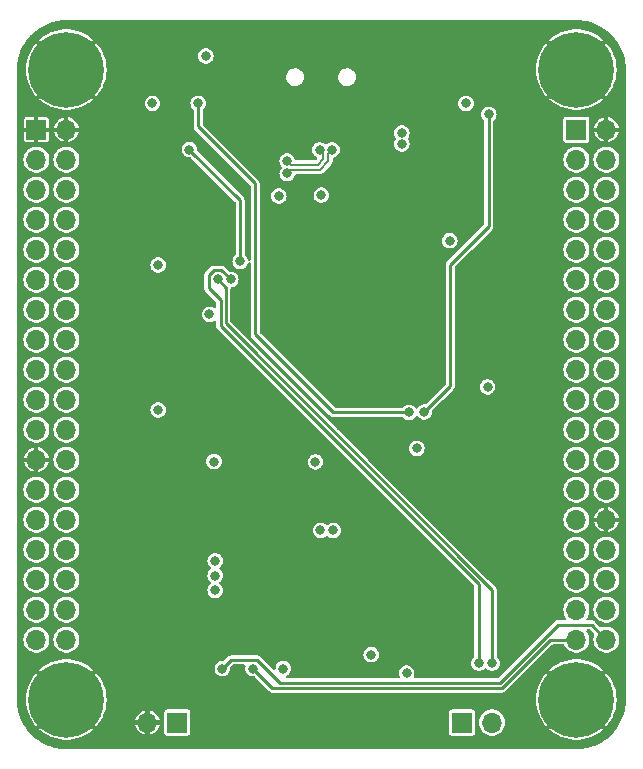
<source format=gbr>
%TF.GenerationSoftware,KiCad,Pcbnew,7.0.2-6a45011f42~172~ubuntu20.04.1*%
%TF.CreationDate,2023-04-23T14:30:36+07:00*%
%TF.ProjectId,EZ-USB-100X,455a2d55-5342-42d3-9130-30582e6b6963,rev?*%
%TF.SameCoordinates,Original*%
%TF.FileFunction,Copper,L4,Bot*%
%TF.FilePolarity,Positive*%
%FSLAX46Y46*%
G04 Gerber Fmt 4.6, Leading zero omitted, Abs format (unit mm)*
G04 Created by KiCad (PCBNEW 7.0.2-6a45011f42~172~ubuntu20.04.1) date 2023-04-23 14:30:36*
%MOMM*%
%LPD*%
G01*
G04 APERTURE LIST*
%TA.AperFunction,ComponentPad*%
%ADD10C,0.800000*%
%TD*%
%TA.AperFunction,ComponentPad*%
%ADD11C,6.400000*%
%TD*%
%TA.AperFunction,ComponentPad*%
%ADD12R,1.700000X1.700000*%
%TD*%
%TA.AperFunction,ComponentPad*%
%ADD13O,1.700000X1.700000*%
%TD*%
%TA.AperFunction,ViaPad*%
%ADD14C,0.800000*%
%TD*%
%TA.AperFunction,ViaPad*%
%ADD15C,0.300000*%
%TD*%
%TA.AperFunction,Conductor*%
%ADD16C,0.250000*%
%TD*%
%TA.AperFunction,Conductor*%
%ADD17C,0.200000*%
%TD*%
G04 APERTURE END LIST*
D10*
%TO.P,H4,1,1*%
%TO.N,GND*%
X156680200Y-107253800D03*
X157383144Y-105556744D03*
X157383144Y-108950856D03*
X159080200Y-104853800D03*
D11*
X159080200Y-107253800D03*
D10*
X159080200Y-109653800D03*
X160777256Y-105556744D03*
X160777256Y-108950856D03*
X161480200Y-107253800D03*
%TD*%
%TO.P,H3,1,1*%
%TO.N,GND*%
X156680200Y-53913800D03*
X157383144Y-52216744D03*
X157383144Y-55610856D03*
X159080200Y-51513800D03*
D11*
X159080200Y-53913800D03*
D10*
X159080200Y-56313800D03*
X160777256Y-52216744D03*
X160777256Y-55610856D03*
X161480200Y-53913800D03*
%TD*%
%TO.P,H2,1,1*%
%TO.N,GND*%
X113500200Y-107253800D03*
X114203144Y-105556744D03*
X114203144Y-108950856D03*
X115900200Y-104853800D03*
D11*
X115900200Y-107253800D03*
D10*
X115900200Y-109653800D03*
X117597256Y-105556744D03*
X117597256Y-108950856D03*
X118300200Y-107253800D03*
%TD*%
D12*
%TO.P,J4,1,Pin_1*%
%TO.N,+5V*%
X159080200Y-58993800D03*
D13*
%TO.P,J4,2,Pin_2*%
%TO.N,GND*%
X161620200Y-58993800D03*
%TO.P,J4,3,Pin_3*%
%TO.N,/RDY4*%
X159080200Y-61533800D03*
%TO.P,J4,4,Pin_4*%
%TO.N,/RDY5*%
X161620200Y-61533800D03*
%TO.P,J4,5,Pin_5*%
%TO.N,/RDY2*%
X159080200Y-64073800D03*
%TO.P,J4,6,Pin_6*%
%TO.N,/RDY3*%
X161620200Y-64073800D03*
%TO.P,J4,7,Pin_7*%
%TO.N,/RDY0*%
X159080200Y-66613800D03*
%TO.P,J4,8,Pin_8*%
%TO.N,/RDY1*%
X161620200Y-66613800D03*
%TO.P,J4,9,Pin_9*%
%TO.N,/CLKOUT*%
X159080200Y-69153800D03*
%TO.P,J4,10,Pin_10*%
%TO.N,/PD7*%
X161620200Y-69153800D03*
%TO.P,J4,11,Pin_11*%
%TO.N,/PD6*%
X159080200Y-71693800D03*
%TO.P,J4,12,Pin_12*%
%TO.N,/PD5*%
X161620200Y-71693800D03*
%TO.P,J4,13,Pin_13*%
%TO.N,/PD4*%
X159080200Y-74233800D03*
%TO.P,J4,14,Pin_14*%
%TO.N,/PE7*%
X161620200Y-74233800D03*
%TO.P,J4,15,Pin_15*%
%TO.N,/PE6*%
X159080200Y-76773800D03*
%TO.P,J4,16,Pin_16*%
%TO.N,/PE5*%
X161620200Y-76773800D03*
%TO.P,J4,17,Pin_17*%
%TO.N,/PE4*%
X159080200Y-79313800D03*
%TO.P,J4,18,Pin_18*%
%TO.N,/PE3*%
X161620200Y-79313800D03*
%TO.P,J4,19,Pin_19*%
%TO.N,/PE2*%
X159080200Y-81853800D03*
%TO.P,J4,20,Pin_20*%
%TO.N,/PE1*%
X161620200Y-81853800D03*
%TO.P,J4,21,Pin_21*%
%TO.N,/PE0*%
X159080200Y-84393800D03*
%TO.P,J4,22,Pin_22*%
%TO.N,/INT5*%
X161620200Y-84393800D03*
%TO.P,J4,23,Pin_23*%
%TO.N,/PD3*%
X159080200Y-86933800D03*
%TO.P,J4,24,Pin_24*%
%TO.N,/PD2*%
X161620200Y-86933800D03*
%TO.P,J4,25,Pin_25*%
%TO.N,/PD1*%
X159080200Y-89473800D03*
%TO.P,J4,26,Pin_26*%
%TO.N,/PD0*%
X161620200Y-89473800D03*
%TO.P,J4,27,Pin_27*%
%TO.N,/CTL5*%
X159080200Y-92013800D03*
%TO.P,J4,28,Pin_28*%
%TO.N,GND*%
X161620200Y-92013800D03*
%TO.P,J4,29,Pin_29*%
%TO.N,/PA6*%
X159080200Y-94553800D03*
%TO.P,J4,30,Pin_30*%
%TO.N,/PA7*%
X161620200Y-94553800D03*
%TO.P,J4,31,Pin_31*%
%TO.N,/PA4*%
X159080200Y-97093800D03*
%TO.P,J4,32,Pin_32*%
%TO.N,/PA5*%
X161620200Y-97093800D03*
%TO.P,J4,33,Pin_33*%
%TO.N,/PA2*%
X159080200Y-99633800D03*
%TO.P,J4,34,Pin_34*%
%TO.N,/PA3*%
X161620200Y-99633800D03*
%TO.P,J4,35,Pin_35*%
%TO.N,/PA0*%
X159080200Y-102173800D03*
%TO.P,J4,36,Pin_36*%
%TO.N,/PA1*%
X161620200Y-102173800D03*
%TD*%
D12*
%TO.P,J5,1,Pin_1*%
%TO.N,Net-(D3-K)*%
X125303200Y-109194600D03*
D13*
%TO.P,J5,2,Pin_2*%
%TO.N,GND*%
X122763200Y-109194600D03*
%TD*%
D12*
%TO.P,J1,1,Pin_1*%
%TO.N,Net-(J1-Pin_1)*%
X149397800Y-109194600D03*
D13*
%TO.P,J1,2,Pin_2*%
%TO.N,/SDA*%
X151937800Y-109194600D03*
%TD*%
D10*
%TO.P,H1,1,1*%
%TO.N,GND*%
X113500200Y-53913800D03*
X114203144Y-52216744D03*
X114203144Y-55610856D03*
X115900200Y-51513800D03*
D11*
X115900200Y-53913800D03*
D10*
X115900200Y-56313800D03*
X117597256Y-52216744D03*
X117597256Y-55610856D03*
X118300200Y-53913800D03*
%TD*%
D12*
%TO.P,J3,1,Pin_1*%
%TO.N,GND*%
X113360200Y-58993800D03*
D13*
%TO.P,J3,2,Pin_2*%
X115900200Y-58993800D03*
%TO.P,J3,3,Pin_3*%
%TO.N,+3V3*%
X113360200Y-61533800D03*
%TO.P,J3,4,Pin_4*%
%TO.N,/INT4*%
X115900200Y-61533800D03*
%TO.P,J3,5,Pin_5*%
%TO.N,/T0*%
X113360200Y-64073800D03*
%TO.P,J3,6,Pin_6*%
%TO.N,/T1*%
X115900200Y-64073800D03*
%TO.P,J3,7,Pin_7*%
%TO.N,/T2*%
X113360200Y-66613800D03*
%TO.P,J3,8,Pin_8*%
%TO.N,/IFCLK*%
X115900200Y-66613800D03*
%TO.P,J3,9,Pin_9*%
%TO.N,/SCL*%
X113360200Y-69153800D03*
%TO.P,J3,10,Pin_10*%
%TO.N,/SDA*%
X115900200Y-69153800D03*
%TO.P,J3,11,Pin_11*%
%TO.N,/PB1*%
X113360200Y-71693800D03*
%TO.P,J3,12,Pin_12*%
%TO.N,/PB0*%
X115900200Y-71693800D03*
%TO.P,J3,13,Pin_13*%
%TO.N,/PB3*%
X113360200Y-74233800D03*
%TO.P,J3,14,Pin_14*%
%TO.N,/PB2*%
X115900200Y-74233800D03*
%TO.P,J3,15,Pin_15*%
%TO.N,/RXD0*%
X113360200Y-76773800D03*
%TO.P,J3,16,Pin_16*%
%TO.N,/TXD0*%
X115900200Y-76773800D03*
%TO.P,J3,17,Pin_17*%
%TO.N,/RXD1*%
X113360200Y-79313800D03*
%TO.P,J3,18,Pin_18*%
%TO.N,/TXD1*%
X115900200Y-79313800D03*
%TO.P,J3,19,Pin_19*%
%TO.N,/PB5*%
X113360200Y-81853800D03*
%TO.P,J3,20,Pin_20*%
%TO.N,/PB4*%
X115900200Y-81853800D03*
%TO.P,J3,21,Pin_21*%
%TO.N,/PB7*%
X113360200Y-84393800D03*
%TO.P,J3,22,Pin_22*%
%TO.N,/PB6*%
X115900200Y-84393800D03*
%TO.P,J3,23,Pin_23*%
%TO.N,GND*%
X113360200Y-86933800D03*
%TO.P,J3,24,Pin_24*%
%TO.N,/CTL3*%
X115900200Y-86933800D03*
%TO.P,J3,25,Pin_25*%
%TO.N,/CTL4*%
X113360200Y-89473800D03*
%TO.P,J3,26,Pin_26*%
%TO.N,/CTL0*%
X115900200Y-89473800D03*
%TO.P,J3,27,Pin_27*%
%TO.N,/CTL1*%
X113360200Y-92013800D03*
%TO.P,J3,28,Pin_28*%
%TO.N,/CTL2*%
X115900200Y-92013800D03*
%TO.P,J3,29,Pin_29*%
%TO.N,/PC0*%
X113360200Y-94553800D03*
%TO.P,J3,30,Pin_30*%
%TO.N,/PC1*%
X115900200Y-94553800D03*
%TO.P,J3,31,Pin_31*%
%TO.N,/PC2*%
X113360200Y-97093800D03*
%TO.P,J3,32,Pin_32*%
%TO.N,/PC3*%
X115900200Y-97093800D03*
%TO.P,J3,33,Pin_33*%
%TO.N,/PC4*%
X113360200Y-99633800D03*
%TO.P,J3,34,Pin_34*%
%TO.N,/PC5*%
X115900200Y-99633800D03*
%TO.P,J3,35,Pin_35*%
%TO.N,/PC6*%
X113360200Y-102173800D03*
%TO.P,J3,36,Pin_36*%
%TO.N,/PC7*%
X115900200Y-102173800D03*
%TD*%
D14*
%TO.N,+5V*%
X144297400Y-59283600D03*
X137414000Y-92913200D03*
X144297400Y-60198000D03*
X138480800Y-92913200D03*
%TO.N,GND*%
X129921000Y-80289400D03*
X112496600Y-72948800D03*
X124282200Y-103073200D03*
X145872200Y-55270400D03*
X137541000Y-75285600D03*
X113385600Y-57048400D03*
X140868400Y-99517200D03*
X129921000Y-57835800D03*
X157073600Y-103505000D03*
D15*
X149860000Y-74015600D03*
X134620000Y-60731400D03*
X137134600Y-85699600D03*
D14*
X135178800Y-99060000D03*
X162483800Y-95834200D03*
X136880600Y-100584000D03*
X112496600Y-88188800D03*
X119253000Y-70358000D03*
X121793000Y-65328800D03*
X119202200Y-88112600D03*
X162483800Y-78054200D03*
D15*
X133883400Y-69443600D03*
X134594600Y-63627000D03*
D14*
X138506200Y-99136200D03*
D15*
X125018800Y-81153000D03*
D14*
X162483800Y-83134200D03*
X112496600Y-62788800D03*
X119964200Y-57099200D03*
D15*
X121996200Y-71399400D03*
D14*
X137642600Y-70561200D03*
X162483800Y-67894200D03*
X162483800Y-65354200D03*
X147421600Y-89077800D03*
X112496600Y-78028800D03*
X154889200Y-51206400D03*
D15*
X135280400Y-64693800D03*
X125018800Y-82448400D03*
D14*
X162483800Y-70434200D03*
D15*
X147269200Y-70764400D03*
X135178800Y-69443600D03*
D14*
X162483800Y-60274200D03*
X162483800Y-62814200D03*
X124942600Y-95199200D03*
X142214600Y-65786000D03*
X118084600Y-75133200D03*
X112496600Y-70408800D03*
X126390400Y-84810600D03*
D15*
X143916400Y-107137200D03*
D14*
X136042400Y-109016800D03*
D15*
X143611600Y-85699600D03*
D14*
X162483800Y-85674200D03*
D15*
X133807200Y-62179200D03*
X137007600Y-63042800D03*
D14*
X119938800Y-50876200D03*
D15*
X139344400Y-60706000D03*
D14*
X118922800Y-60223400D03*
X112496600Y-80568800D03*
X162483800Y-93294200D03*
X162483800Y-75514200D03*
D15*
X125018800Y-75311000D03*
D14*
X139141200Y-109626400D03*
X155270200Y-109728000D03*
X145643600Y-78765400D03*
X138099800Y-66471800D03*
D15*
X136398000Y-60706000D03*
X147193000Y-66167000D03*
X137007600Y-59537600D03*
D14*
X154914600Y-57175400D03*
X145516600Y-50698400D03*
X112496600Y-85648800D03*
X112496600Y-100888800D03*
D15*
X135280400Y-66471800D03*
D14*
X112496600Y-93268800D03*
X128346200Y-88519000D03*
X162483800Y-98374200D03*
X135356600Y-59283600D03*
X146329400Y-107543600D03*
X145592800Y-101625400D03*
X153085800Y-88544400D03*
X150291800Y-67106800D03*
X162483800Y-72974200D03*
X112496600Y-65328800D03*
X162483800Y-100914200D03*
D15*
X138201400Y-62484000D03*
X138734800Y-59537600D03*
D14*
X142417800Y-95529400D03*
X150571200Y-90881200D03*
X162483800Y-90754200D03*
X148412200Y-84226400D03*
X123545600Y-53314600D03*
X162483800Y-103454200D03*
X134594600Y-92633800D03*
X146634200Y-53822600D03*
X162483800Y-80594200D03*
D15*
X139725400Y-66802000D03*
D14*
X112496600Y-83108800D03*
X112496600Y-67868800D03*
X112496600Y-75488800D03*
X137617200Y-88950800D03*
D15*
X153238200Y-79832200D03*
D14*
X162483800Y-88214200D03*
X121767600Y-81762600D03*
X112496600Y-95808800D03*
X112496600Y-98348800D03*
X112496600Y-103454200D03*
X146075400Y-61239400D03*
X150139400Y-53441600D03*
X112496600Y-90728800D03*
%TO.N,+3V3*%
X128498600Y-95504000D03*
X149733000Y-56769000D03*
X148361400Y-68402200D03*
X151561800Y-80772000D03*
X134264400Y-104622600D03*
X128016000Y-74625200D03*
X123672600Y-70459600D03*
X141706600Y-103454200D03*
X145564400Y-85976000D03*
X123672600Y-82727800D03*
X136988900Y-87122000D03*
X128498600Y-97993200D03*
X128498600Y-96748600D03*
X133883400Y-64617600D03*
X128397000Y-87096600D03*
X144703800Y-105003600D03*
X137490200Y-64541400D03*
X123190000Y-56769000D03*
X127711200Y-52755800D03*
%TO.N,/SDA*%
X151942800Y-104165400D03*
X128701800Y-71678800D03*
%TO.N,/SCL*%
X150825200Y-104165400D03*
X129819400Y-71678800D03*
%TO.N,/D-*%
X138389800Y-60706000D03*
X134598594Y-62703934D03*
%TO.N,/D+*%
X134598594Y-61653934D03*
X137339800Y-60706000D03*
%TO.N,/WAKEUP*%
X151663400Y-57708800D03*
X146202400Y-82905600D03*
%TO.N,/RST*%
X144907000Y-82931000D03*
X127050800Y-56769000D03*
%TO.N,Net-(U3B-BKPT)*%
X126314200Y-60680600D03*
X130606800Y-70154800D03*
%TO.N,/PA0*%
X131699000Y-104622600D03*
%TO.N,/PA1*%
X129108200Y-104622600D03*
%TD*%
D16*
%TO.N,/SDA*%
X128701800Y-71678800D02*
X129406200Y-72383200D01*
X129406200Y-72383200D02*
X129406200Y-75405800D01*
X151937800Y-97937400D02*
X151937800Y-104160400D01*
X151937800Y-104160400D02*
X151942800Y-104165400D01*
X129406200Y-75405800D02*
X151937800Y-97937400D01*
%TO.N,/SCL*%
X128956200Y-75592196D02*
X128956200Y-73457200D01*
X127939800Y-72440800D02*
X127939800Y-71323200D01*
X129032000Y-70891400D02*
X129819400Y-71678800D01*
X128956200Y-73457200D02*
X127939800Y-72440800D01*
X127939800Y-71323200D02*
X128371600Y-70891400D01*
X150825200Y-97461196D02*
X128956200Y-75592196D01*
X150825200Y-104165400D02*
X150825200Y-97461196D01*
X128371600Y-70891400D02*
X129032000Y-70891400D01*
D17*
%TO.N,/D-*%
X134898593Y-62403935D02*
X137348916Y-62403934D01*
X137348916Y-62403934D02*
X138089801Y-61663049D01*
X134598594Y-62703934D02*
X134898593Y-62403935D01*
X138089801Y-61663049D02*
X138089801Y-61005999D01*
X138089801Y-61005999D02*
X138389800Y-60706000D01*
%TO.N,/D+*%
X137639799Y-61005999D02*
X137339800Y-60706000D01*
X134898593Y-61953933D02*
X137162516Y-61953934D01*
X137639799Y-61476651D02*
X137639799Y-61005999D01*
X134598594Y-61653934D02*
X134898593Y-61953933D01*
X137162516Y-61953934D02*
X137639799Y-61476651D01*
D16*
%TO.N,/WAKEUP*%
X148386800Y-80721200D02*
X148386800Y-70459972D01*
X151663400Y-67183372D02*
X151663400Y-57708800D01*
X146202400Y-82905600D02*
X148386800Y-80721200D01*
X148386800Y-70459972D02*
X151663400Y-67183372D01*
%TO.N,/RST*%
X138480800Y-82931000D02*
X144907000Y-82931000D01*
X127050800Y-56769000D02*
X127050800Y-58724800D01*
X131876800Y-76327000D02*
X138480800Y-82931000D01*
X131876800Y-63550800D02*
X131876800Y-76327000D01*
X127050800Y-58724800D02*
X131876800Y-63550800D01*
%TO.N,Net-(U3B-BKPT)*%
X130606800Y-64973200D02*
X126314200Y-60680600D01*
X130606800Y-70154800D02*
X130606800Y-64973200D01*
%TO.N,/PA0*%
X131699000Y-104622600D02*
X133350000Y-106273600D01*
X133350000Y-106273600D02*
X152781000Y-106273600D01*
X156880800Y-102173800D02*
X159080200Y-102173800D01*
X152781000Y-106273600D02*
X156880800Y-102173800D01*
%TO.N,/PA1*%
X129833200Y-103897600D02*
X132066200Y-103897600D01*
X157504004Y-100914200D02*
X160360600Y-100914200D01*
X129108200Y-104622600D02*
X129833200Y-103897600D01*
X160360600Y-100914200D02*
X161620200Y-102173800D01*
X152594604Y-105823600D02*
X157504004Y-100914200D01*
X133992200Y-105823600D02*
X152594604Y-105823600D01*
X132066200Y-103897600D02*
X133992200Y-105823600D01*
%TD*%
%TA.AperFunction,Conductor*%
%TO.N,GND*%
G36*
X114765330Y-108388670D02*
G01*
X114898811Y-108502673D01*
X114456812Y-108944672D01*
X114438639Y-108853311D01*
X114383384Y-108770616D01*
X114300689Y-108715361D01*
X114227768Y-108700856D01*
X114205655Y-108700856D01*
X114651324Y-108255186D01*
X114765330Y-108388670D01*
G37*
%TD.AperFunction*%
%TA.AperFunction,Conductor*%
G36*
X117594742Y-108700856D02*
G01*
X117572632Y-108700856D01*
X117499711Y-108715361D01*
X117417016Y-108770616D01*
X117361761Y-108853311D01*
X117343587Y-108944673D01*
X116901587Y-108502673D01*
X117035070Y-108388670D01*
X117149074Y-108255187D01*
X117594742Y-108700856D01*
G37*
%TD.AperFunction*%
%TA.AperFunction,Conductor*%
G36*
X114898812Y-106004926D02*
G01*
X114765330Y-106118930D01*
X114651325Y-106252412D01*
X114205658Y-105806744D01*
X114227768Y-105806744D01*
X114300689Y-105792239D01*
X114383384Y-105736984D01*
X114438639Y-105654289D01*
X114456812Y-105562926D01*
X114898812Y-106004926D01*
G37*
%TD.AperFunction*%
%TA.AperFunction,Conductor*%
G36*
X117361761Y-105654289D02*
G01*
X117417016Y-105736984D01*
X117499711Y-105792239D01*
X117572632Y-105806744D01*
X117594741Y-105806744D01*
X117149073Y-106252411D01*
X117035070Y-106118930D01*
X116901587Y-106004925D01*
X117343587Y-105562925D01*
X117361761Y-105654289D01*
G37*
%TD.AperFunction*%
%TA.AperFunction,Conductor*%
G36*
X157945330Y-108388670D02*
G01*
X158078811Y-108502673D01*
X157636812Y-108944672D01*
X157618639Y-108853311D01*
X157563384Y-108770616D01*
X157480689Y-108715361D01*
X157407768Y-108700856D01*
X157385656Y-108700856D01*
X157831325Y-108255186D01*
X157945330Y-108388670D01*
G37*
%TD.AperFunction*%
%TA.AperFunction,Conductor*%
G36*
X160774742Y-108700856D02*
G01*
X160752632Y-108700856D01*
X160679711Y-108715361D01*
X160597016Y-108770616D01*
X160541761Y-108853311D01*
X160523587Y-108944673D01*
X160081587Y-108502673D01*
X160215070Y-108388670D01*
X160329073Y-108255187D01*
X160774742Y-108700856D01*
G37*
%TD.AperFunction*%
%TA.AperFunction,Conductor*%
G36*
X158078812Y-106004926D02*
G01*
X157945330Y-106118930D01*
X157831326Y-106252412D01*
X157385658Y-105806744D01*
X157407768Y-105806744D01*
X157480689Y-105792239D01*
X157563384Y-105736984D01*
X157618639Y-105654289D01*
X157636812Y-105562926D01*
X158078812Y-106004926D01*
G37*
%TD.AperFunction*%
%TA.AperFunction,Conductor*%
G36*
X160541761Y-105654289D02*
G01*
X160597016Y-105736984D01*
X160679711Y-105792239D01*
X160752632Y-105806744D01*
X160774741Y-105806744D01*
X160329073Y-106252411D01*
X160215070Y-106118930D01*
X160081587Y-106004925D01*
X160523587Y-105562925D01*
X160541761Y-105654289D01*
G37*
%TD.AperFunction*%
%TA.AperFunction,Conductor*%
G36*
X114765330Y-55048670D02*
G01*
X114898811Y-55162673D01*
X114456812Y-55604672D01*
X114438639Y-55513311D01*
X114383384Y-55430616D01*
X114300689Y-55375361D01*
X114227768Y-55360856D01*
X114205655Y-55360856D01*
X114651324Y-54915186D01*
X114765330Y-55048670D01*
G37*
%TD.AperFunction*%
%TA.AperFunction,Conductor*%
G36*
X117594742Y-55360856D02*
G01*
X117572632Y-55360856D01*
X117499711Y-55375361D01*
X117417016Y-55430616D01*
X117361761Y-55513311D01*
X117343587Y-55604673D01*
X116901587Y-55162673D01*
X117035070Y-55048670D01*
X117149074Y-54915187D01*
X117594742Y-55360856D01*
G37*
%TD.AperFunction*%
%TA.AperFunction,Conductor*%
G36*
X114898811Y-52664926D02*
G01*
X114765330Y-52778930D01*
X114651326Y-52912412D01*
X114205658Y-52466744D01*
X114227768Y-52466744D01*
X114300689Y-52452239D01*
X114383384Y-52396984D01*
X114438639Y-52314289D01*
X114456812Y-52222926D01*
X114898811Y-52664926D01*
G37*
%TD.AperFunction*%
%TA.AperFunction,Conductor*%
G36*
X117361761Y-52314289D02*
G01*
X117417016Y-52396984D01*
X117499711Y-52452239D01*
X117572632Y-52466744D01*
X117594741Y-52466744D01*
X117149073Y-52912411D01*
X117035070Y-52778930D01*
X116901587Y-52664925D01*
X117343587Y-52222924D01*
X117361761Y-52314289D01*
G37*
%TD.AperFunction*%
%TA.AperFunction,Conductor*%
G36*
X157945330Y-55048670D02*
G01*
X158078811Y-55162673D01*
X157636812Y-55604672D01*
X157618639Y-55513311D01*
X157563384Y-55430616D01*
X157480689Y-55375361D01*
X157407768Y-55360856D01*
X157385656Y-55360856D01*
X157831325Y-54915186D01*
X157945330Y-55048670D01*
G37*
%TD.AperFunction*%
%TA.AperFunction,Conductor*%
G36*
X160774742Y-55360856D02*
G01*
X160752632Y-55360856D01*
X160679711Y-55375361D01*
X160597016Y-55430616D01*
X160541761Y-55513311D01*
X160523587Y-55604673D01*
X160081587Y-55162673D01*
X160215070Y-55048670D01*
X160329073Y-54915187D01*
X160774742Y-55360856D01*
G37*
%TD.AperFunction*%
%TA.AperFunction,Conductor*%
G36*
X158078812Y-52664926D02*
G01*
X157945330Y-52778930D01*
X157831326Y-52912412D01*
X157385658Y-52466744D01*
X157407768Y-52466744D01*
X157480689Y-52452239D01*
X157563384Y-52396984D01*
X157618639Y-52314289D01*
X157636812Y-52222926D01*
X158078812Y-52664926D01*
G37*
%TD.AperFunction*%
%TA.AperFunction,Conductor*%
G36*
X160541761Y-52314289D02*
G01*
X160597016Y-52396984D01*
X160679711Y-52452239D01*
X160752632Y-52466744D01*
X160774741Y-52466744D01*
X160329073Y-52912411D01*
X160215070Y-52778930D01*
X160081587Y-52664925D01*
X160523587Y-52222925D01*
X160541761Y-52314289D01*
G37*
%TD.AperFunction*%
%TA.AperFunction,Conductor*%
G36*
X159083098Y-49714131D02*
G01*
X159253100Y-49721990D01*
X159437324Y-49731041D01*
X159443479Y-49731494D01*
X159513151Y-49738357D01*
X159513171Y-49738359D01*
X159518223Y-49738959D01*
X159668895Y-49759977D01*
X159845592Y-49786187D01*
X159851680Y-49787244D01*
X159882329Y-49793340D01*
X159898927Y-49796641D01*
X159903128Y-49797553D01*
X160064933Y-49835609D01*
X160064959Y-49835615D01*
X160246507Y-49881090D01*
X160252417Y-49882726D01*
X160273796Y-49889211D01*
X160277151Y-49890282D01*
X160448743Y-49947794D01*
X160451149Y-49948627D01*
X160632912Y-50013662D01*
X160641329Y-50017021D01*
X160820462Y-50096116D01*
X160823390Y-50097456D01*
X160997150Y-50179639D01*
X161004571Y-50183454D01*
X161176040Y-50278962D01*
X161179433Y-50280923D01*
X161343951Y-50379531D01*
X161350348Y-50383634D01*
X161439123Y-50444446D01*
X161512438Y-50494668D01*
X161516289Y-50497414D01*
X161670125Y-50611507D01*
X161675561Y-50615775D01*
X161826798Y-50741360D01*
X161830920Y-50744936D01*
X161972752Y-50873485D01*
X161977231Y-50877750D01*
X162116247Y-51016766D01*
X162120512Y-51021245D01*
X162249063Y-51163080D01*
X162252639Y-51167201D01*
X162378221Y-51318433D01*
X162382483Y-51323861D01*
X162496615Y-51477751D01*
X162499333Y-51481564D01*
X162610347Y-51643627D01*
X162614471Y-51650056D01*
X162713075Y-51814566D01*
X162715077Y-51818030D01*
X162810541Y-51989420D01*
X162814357Y-51996840D01*
X162896550Y-52170624D01*
X162897911Y-52173602D01*
X162976963Y-52352638D01*
X162980334Y-52361084D01*
X163045391Y-52542907D01*
X163046224Y-52545314D01*
X163103686Y-52716760D01*
X163104792Y-52720222D01*
X163111263Y-52741552D01*
X163112913Y-52747515D01*
X163158396Y-52929089D01*
X163196430Y-53090800D01*
X163197352Y-53095054D01*
X163206754Y-53142316D01*
X163207812Y-53148412D01*
X163234038Y-53325215D01*
X163255035Y-53475746D01*
X163255636Y-53480799D01*
X163262502Y-53550509D01*
X163262957Y-53556676D01*
X163272018Y-53741093D01*
X163279869Y-53910902D01*
X163280003Y-53916720D01*
X163280003Y-107250878D01*
X163279869Y-107256698D01*
X163272018Y-107426497D01*
X163262957Y-107610922D01*
X163262502Y-107617090D01*
X163255636Y-107686796D01*
X163255035Y-107691852D01*
X163234040Y-107842366D01*
X163207812Y-108019185D01*
X163206755Y-108025274D01*
X163197355Y-108072534D01*
X163196429Y-108076801D01*
X163158400Y-108238492D01*
X163133542Y-108337733D01*
X163112915Y-108420082D01*
X163112913Y-108420088D01*
X163111264Y-108426044D01*
X163104795Y-108447367D01*
X163103690Y-108450829D01*
X163046224Y-108622283D01*
X163045391Y-108624689D01*
X162980332Y-108806518D01*
X162976961Y-108814964D01*
X162897918Y-108993981D01*
X162896557Y-108996959D01*
X162814354Y-109170762D01*
X162810527Y-109178202D01*
X162715085Y-109349553D01*
X162713083Y-109353018D01*
X162614467Y-109517549D01*
X162610343Y-109523979D01*
X162499342Y-109686021D01*
X162496596Y-109689872D01*
X162382482Y-109843736D01*
X162378214Y-109849172D01*
X162252649Y-110000385D01*
X162249073Y-110004507D01*
X162120503Y-110146362D01*
X162116238Y-110150841D01*
X161977241Y-110289838D01*
X161972762Y-110294103D01*
X161830907Y-110422673D01*
X161826785Y-110426249D01*
X161675572Y-110551814D01*
X161670136Y-110556082D01*
X161516272Y-110670196D01*
X161512421Y-110672942D01*
X161350379Y-110783943D01*
X161343949Y-110788067D01*
X161179418Y-110886683D01*
X161175953Y-110888685D01*
X161004602Y-110984127D01*
X160997162Y-110987954D01*
X160823359Y-111070157D01*
X160820381Y-111071518D01*
X160641364Y-111150561D01*
X160632918Y-111153932D01*
X160451089Y-111218991D01*
X160448683Y-111219824D01*
X160277229Y-111277290D01*
X160273764Y-111278396D01*
X160252446Y-111284863D01*
X160246485Y-111286513D01*
X160064894Y-111332000D01*
X159957864Y-111357173D01*
X159903210Y-111370028D01*
X159903197Y-111370031D01*
X159898940Y-111370954D01*
X159851677Y-111380355D01*
X159845584Y-111381412D01*
X159668768Y-111407640D01*
X159518251Y-111428635D01*
X159513199Y-111429236D01*
X159443490Y-111436102D01*
X159437322Y-111436557D01*
X159252898Y-111445618D01*
X159083098Y-111453469D01*
X159077279Y-111453603D01*
X115903121Y-111453603D01*
X115897302Y-111453469D01*
X115727493Y-111445618D01*
X115543076Y-111436557D01*
X115536908Y-111436102D01*
X115467200Y-111429236D01*
X115462144Y-111428635D01*
X115311615Y-111407638D01*
X115250720Y-111398605D01*
X115134801Y-111381410D01*
X115128718Y-111380355D01*
X115081460Y-111370954D01*
X115077196Y-111370028D01*
X114915489Y-111331996D01*
X114846319Y-111314670D01*
X114733899Y-111286509D01*
X114727952Y-111284863D01*
X114706618Y-111278390D01*
X114703160Y-111277286D01*
X114531714Y-111219824D01*
X114529307Y-111218991D01*
X114347484Y-111153934D01*
X114339038Y-111150563D01*
X114160002Y-111071511D01*
X114157024Y-111070150D01*
X113983240Y-110987957D01*
X113975820Y-110984141D01*
X113804430Y-110888677D01*
X113800966Y-110886675D01*
X113636456Y-110788071D01*
X113630027Y-110783947D01*
X113467964Y-110672933D01*
X113464151Y-110670215D01*
X113310260Y-110556082D01*
X113304833Y-110551821D01*
X113153601Y-110426239D01*
X113149480Y-110422663D01*
X113007645Y-110294112D01*
X113003166Y-110289847D01*
X112864150Y-110150831D01*
X112859885Y-110146352D01*
X112731336Y-110004520D01*
X112727760Y-110000398D01*
X112602175Y-109849161D01*
X112597907Y-109843725D01*
X112483814Y-109689889D01*
X112481068Y-109686038D01*
X112476439Y-109679280D01*
X112370034Y-109523948D01*
X112365930Y-109517549D01*
X112267323Y-109353033D01*
X112265362Y-109349640D01*
X112169854Y-109178171D01*
X112166039Y-109170750D01*
X112083856Y-108996990D01*
X112082516Y-108994062D01*
X112003421Y-108814929D01*
X112000058Y-108806501D01*
X111995548Y-108793897D01*
X111935027Y-108624748D01*
X111934194Y-108622343D01*
X111929530Y-108608427D01*
X111876682Y-108450752D01*
X111875622Y-108447429D01*
X111869121Y-108425999D01*
X111867486Y-108420088D01*
X111832443Y-108280192D01*
X111822015Y-108238558D01*
X111795944Y-108127712D01*
X111783954Y-108076733D01*
X111783043Y-108072534D01*
X111773642Y-108025274D01*
X111772587Y-108019191D01*
X111746375Y-107842480D01*
X111725360Y-107691826D01*
X111724759Y-107686772D01*
X111717896Y-107617092D01*
X111717441Y-107610924D01*
X111708389Y-107426662D01*
X111700555Y-107257212D01*
X112495391Y-107257212D01*
X112514980Y-107618525D01*
X112515719Y-107625322D01*
X112574259Y-107982399D01*
X112575727Y-107989067D01*
X112672534Y-108337733D01*
X112674709Y-108344189D01*
X112808649Y-108680352D01*
X112811505Y-108686528D01*
X112981009Y-109006247D01*
X112984517Y-109012076D01*
X113187592Y-109311589D01*
X113191721Y-109317020D01*
X113374411Y-109532100D01*
X113949475Y-108957035D01*
X113967649Y-109048401D01*
X114022904Y-109131096D01*
X114105599Y-109186351D01*
X114178520Y-109200856D01*
X114200629Y-109200856D01*
X113622249Y-109779235D01*
X113693380Y-109846613D01*
X113698567Y-109851019D01*
X113986637Y-110070005D01*
X113992293Y-110073840D01*
X114302352Y-110260396D01*
X114308361Y-110263582D01*
X114636782Y-110415526D01*
X114643124Y-110418052D01*
X114986031Y-110533591D01*
X114992603Y-110535416D01*
X115346001Y-110613204D01*
X115352725Y-110614306D01*
X115712458Y-110653430D01*
X115719272Y-110653800D01*
X116081128Y-110653800D01*
X116087941Y-110653430D01*
X116447674Y-110614306D01*
X116454398Y-110613204D01*
X116807796Y-110535416D01*
X116814368Y-110533591D01*
X117157275Y-110418052D01*
X117163617Y-110415526D01*
X117492038Y-110263582D01*
X117498047Y-110260396D01*
X117808106Y-110073840D01*
X117813762Y-110070005D01*
X118101826Y-109851024D01*
X118107029Y-109846604D01*
X118178149Y-109779235D01*
X117599770Y-109200856D01*
X117621880Y-109200856D01*
X117694801Y-109186351D01*
X117777496Y-109131096D01*
X117832751Y-109048401D01*
X117850924Y-108957038D01*
X118425986Y-109532100D01*
X118608679Y-109317020D01*
X118612807Y-109311589D01*
X118810781Y-109019599D01*
X121725354Y-109019599D01*
X121725355Y-109019600D01*
X122293476Y-109019600D01*
X122263200Y-109122711D01*
X122263200Y-109266489D01*
X122293476Y-109369600D01*
X121725355Y-109369600D01*
X121728391Y-109400436D01*
X121788431Y-109598360D01*
X121885931Y-109780772D01*
X122017144Y-109940655D01*
X122177027Y-110071868D01*
X122359439Y-110169368D01*
X122557363Y-110229408D01*
X122588199Y-110232445D01*
X122588200Y-110232444D01*
X122588200Y-109664353D01*
X122620885Y-109679280D01*
X122727437Y-109694600D01*
X122798963Y-109694600D01*
X122905515Y-109679280D01*
X122938200Y-109664353D01*
X122938200Y-110232445D01*
X122969036Y-110229408D01*
X123166960Y-110169368D01*
X123349372Y-110071868D01*
X123352053Y-110069668D01*
X124198700Y-110069668D01*
X124213465Y-110143900D01*
X124269715Y-110228084D01*
X124318074Y-110260396D01*
X124353899Y-110284334D01*
X124428133Y-110299100D01*
X126178266Y-110299099D01*
X126178268Y-110299099D01*
X126227756Y-110289255D01*
X126252501Y-110284334D01*
X126336684Y-110228084D01*
X126392934Y-110143901D01*
X126407700Y-110069668D01*
X148293300Y-110069668D01*
X148308065Y-110143900D01*
X148364315Y-110228084D01*
X148412674Y-110260396D01*
X148448499Y-110284334D01*
X148522733Y-110299100D01*
X150272866Y-110299099D01*
X150272868Y-110299099D01*
X150322356Y-110289255D01*
X150347101Y-110284334D01*
X150431284Y-110228084D01*
X150487534Y-110143901D01*
X150502300Y-110069667D01*
X150502299Y-109194599D01*
X150828567Y-109194599D01*
X150847454Y-109398419D01*
X150903472Y-109595302D01*
X150994710Y-109778533D01*
X151049449Y-109851019D01*
X151118068Y-109941885D01*
X151269338Y-110079786D01*
X151443373Y-110187544D01*
X151634244Y-110261488D01*
X151835453Y-110299100D01*
X151835455Y-110299100D01*
X152040145Y-110299100D01*
X152040147Y-110299100D01*
X152241356Y-110261488D01*
X152432227Y-110187544D01*
X152606262Y-110079786D01*
X152757532Y-109941885D01*
X152880888Y-109778535D01*
X152972128Y-109595301D01*
X153028145Y-109398421D01*
X153047032Y-109194600D01*
X153045512Y-109178202D01*
X153037588Y-109092689D01*
X153028145Y-108990779D01*
X152972128Y-108793899D01*
X152933021Y-108715361D01*
X152880889Y-108610666D01*
X152836760Y-108552230D01*
X152757532Y-108447315D01*
X152606262Y-108309414D01*
X152502713Y-108245299D01*
X152432228Y-108201656D01*
X152316322Y-108156754D01*
X152241356Y-108127712D01*
X152040147Y-108090100D01*
X151835453Y-108090100D01*
X151634243Y-108127712D01*
X151634244Y-108127712D01*
X151443371Y-108201656D01*
X151269339Y-108309413D01*
X151269337Y-108309414D01*
X151269338Y-108309414D01*
X151166536Y-108403131D01*
X151118067Y-108447316D01*
X150994710Y-108610666D01*
X150903472Y-108793897D01*
X150847454Y-108990780D01*
X150828567Y-109194599D01*
X150502299Y-109194599D01*
X150502299Y-108319534D01*
X150502299Y-108319533D01*
X150502299Y-108319531D01*
X150487534Y-108245299D01*
X150431284Y-108161115D01*
X150347101Y-108104866D01*
X150347096Y-108104865D01*
X150272867Y-108090100D01*
X150272866Y-108090100D01*
X148522731Y-108090100D01*
X148448499Y-108104865D01*
X148364315Y-108161115D01*
X148308066Y-108245298D01*
X148293300Y-108319533D01*
X148293300Y-110069668D01*
X126407700Y-110069668D01*
X126407700Y-110069667D01*
X126407699Y-108319534D01*
X126407699Y-108319533D01*
X126407699Y-108319531D01*
X126392934Y-108245299D01*
X126336684Y-108161115D01*
X126252501Y-108104866D01*
X126252496Y-108104865D01*
X126178267Y-108090100D01*
X126178266Y-108090100D01*
X124428131Y-108090100D01*
X124353899Y-108104865D01*
X124269715Y-108161115D01*
X124213466Y-108245298D01*
X124198700Y-108319533D01*
X124198700Y-110069668D01*
X123352053Y-110069668D01*
X123509255Y-109940655D01*
X123640468Y-109780772D01*
X123737968Y-109598360D01*
X123798008Y-109400436D01*
X123801045Y-109369600D01*
X123232924Y-109369600D01*
X123263200Y-109266489D01*
X123263200Y-109122711D01*
X123232924Y-109019600D01*
X123801045Y-109019600D01*
X123801045Y-109019599D01*
X123798008Y-108988763D01*
X123737968Y-108790839D01*
X123640468Y-108608427D01*
X123509255Y-108448544D01*
X123349372Y-108317331D01*
X123166964Y-108219833D01*
X122969033Y-108159792D01*
X122938199Y-108156754D01*
X122938199Y-108724846D01*
X122905515Y-108709920D01*
X122798963Y-108694600D01*
X122727437Y-108694600D01*
X122620885Y-108709920D01*
X122588200Y-108724846D01*
X122588200Y-108156754D01*
X122557366Y-108159792D01*
X122359435Y-108219833D01*
X122177027Y-108317331D01*
X122017144Y-108448544D01*
X121885931Y-108608427D01*
X121788431Y-108790839D01*
X121728391Y-108988763D01*
X121725354Y-109019599D01*
X118810781Y-109019599D01*
X118815882Y-109012076D01*
X118819390Y-109006247D01*
X118988894Y-108686528D01*
X118991750Y-108680352D01*
X119125690Y-108344189D01*
X119127865Y-108337733D01*
X119224672Y-107989067D01*
X119226140Y-107982399D01*
X119284680Y-107625322D01*
X119285419Y-107618525D01*
X119305009Y-107257212D01*
X155675391Y-107257212D01*
X155694980Y-107618525D01*
X155695719Y-107625322D01*
X155754259Y-107982399D01*
X155755727Y-107989067D01*
X155852534Y-108337733D01*
X155854709Y-108344189D01*
X155988649Y-108680352D01*
X155991505Y-108686528D01*
X156161009Y-109006247D01*
X156164517Y-109012076D01*
X156367592Y-109311589D01*
X156371721Y-109317020D01*
X156554411Y-109532100D01*
X157129475Y-108957036D01*
X157147649Y-109048401D01*
X157202904Y-109131096D01*
X157285599Y-109186351D01*
X157358520Y-109200856D01*
X157380629Y-109200856D01*
X156802249Y-109779235D01*
X156873380Y-109846613D01*
X156878567Y-109851019D01*
X157166637Y-110070005D01*
X157172293Y-110073840D01*
X157482352Y-110260396D01*
X157488361Y-110263582D01*
X157816782Y-110415526D01*
X157823124Y-110418052D01*
X158166031Y-110533591D01*
X158172603Y-110535416D01*
X158526001Y-110613204D01*
X158532725Y-110614306D01*
X158892458Y-110653430D01*
X158899272Y-110653800D01*
X159261128Y-110653800D01*
X159267941Y-110653430D01*
X159627674Y-110614306D01*
X159634398Y-110613204D01*
X159987796Y-110535416D01*
X159994368Y-110533591D01*
X160337275Y-110418052D01*
X160343617Y-110415526D01*
X160672038Y-110263582D01*
X160678047Y-110260396D01*
X160988106Y-110073840D01*
X160993762Y-110070005D01*
X161281826Y-109851024D01*
X161287029Y-109846604D01*
X161358149Y-109779235D01*
X160779770Y-109200856D01*
X160801880Y-109200856D01*
X160874801Y-109186351D01*
X160957496Y-109131096D01*
X161012751Y-109048401D01*
X161030924Y-108957038D01*
X161605986Y-109532100D01*
X161788679Y-109317020D01*
X161792807Y-109311589D01*
X161995882Y-109012076D01*
X161999390Y-109006247D01*
X162168894Y-108686528D01*
X162171750Y-108680352D01*
X162305690Y-108344189D01*
X162307865Y-108337733D01*
X162404672Y-107989067D01*
X162406140Y-107982399D01*
X162464680Y-107625322D01*
X162465419Y-107618525D01*
X162485009Y-107257212D01*
X162485009Y-107250387D01*
X162465419Y-106889074D01*
X162464680Y-106882277D01*
X162406140Y-106525200D01*
X162404672Y-106518532D01*
X162307865Y-106169866D01*
X162305690Y-106163410D01*
X162171750Y-105827247D01*
X162168894Y-105821071D01*
X161999390Y-105501352D01*
X161995882Y-105495523D01*
X161792807Y-105196010D01*
X161788678Y-105190579D01*
X161605987Y-104975498D01*
X161030924Y-105550561D01*
X161012751Y-105459199D01*
X160957496Y-105376504D01*
X160874801Y-105321249D01*
X160801880Y-105306744D01*
X160779769Y-105306744D01*
X161358149Y-104728363D01*
X161287019Y-104660986D01*
X161281832Y-104656580D01*
X160993762Y-104437594D01*
X160988106Y-104433759D01*
X160678047Y-104247203D01*
X160672038Y-104244017D01*
X160343617Y-104092073D01*
X160337275Y-104089547D01*
X159994368Y-103974008D01*
X159987796Y-103972183D01*
X159634398Y-103894395D01*
X159627674Y-103893293D01*
X159267941Y-103854169D01*
X159261128Y-103853800D01*
X158899272Y-103853800D01*
X158892458Y-103854169D01*
X158532725Y-103893293D01*
X158526001Y-103894395D01*
X158172603Y-103972183D01*
X158166031Y-103974008D01*
X157823124Y-104089547D01*
X157816782Y-104092073D01*
X157488361Y-104244017D01*
X157482352Y-104247203D01*
X157172293Y-104433759D01*
X157166637Y-104437594D01*
X156878563Y-104656583D01*
X156873379Y-104660987D01*
X156802249Y-104728363D01*
X157380630Y-105306744D01*
X157358520Y-105306744D01*
X157285599Y-105321249D01*
X157202904Y-105376504D01*
X157147649Y-105459199D01*
X157129475Y-105550561D01*
X156554412Y-104975498D01*
X156371712Y-105190590D01*
X156367592Y-105196010D01*
X156164517Y-105495523D01*
X156161009Y-105501352D01*
X155991505Y-105821071D01*
X155988649Y-105827247D01*
X155854709Y-106163410D01*
X155852534Y-106169866D01*
X155755727Y-106518532D01*
X155754259Y-106525200D01*
X155695719Y-106882277D01*
X155694980Y-106889074D01*
X155675391Y-107250387D01*
X155675391Y-107257212D01*
X119305009Y-107257212D01*
X119305009Y-107250387D01*
X119285419Y-106889074D01*
X119284680Y-106882277D01*
X119226140Y-106525200D01*
X119224672Y-106518532D01*
X119127865Y-106169866D01*
X119125690Y-106163410D01*
X118991750Y-105827247D01*
X118988894Y-105821071D01*
X118819390Y-105501352D01*
X118815882Y-105495523D01*
X118612807Y-105196010D01*
X118608678Y-105190579D01*
X118425987Y-104975498D01*
X117850924Y-105550560D01*
X117832751Y-105459199D01*
X117777496Y-105376504D01*
X117694801Y-105321249D01*
X117621880Y-105306744D01*
X117599769Y-105306744D01*
X118178149Y-104728363D01*
X118107019Y-104660986D01*
X118101832Y-104656580D01*
X118057131Y-104622599D01*
X128448893Y-104622599D01*
X128468050Y-104780380D01*
X128524412Y-104928994D01*
X128575909Y-105003599D01*
X128614702Y-105059801D01*
X128733671Y-105165199D01*
X128874407Y-105239063D01*
X129028729Y-105277100D01*
X129028731Y-105277100D01*
X129187669Y-105277100D01*
X129187671Y-105277100D01*
X129341993Y-105239063D01*
X129482729Y-105165199D01*
X129601698Y-105059801D01*
X129691987Y-104928995D01*
X129748349Y-104780382D01*
X129767507Y-104622600D01*
X129761625Y-104574162D01*
X129773269Y-104504131D01*
X129797608Y-104469885D01*
X129953489Y-104314004D01*
X130015803Y-104279979D01*
X130042585Y-104277100D01*
X130947501Y-104277100D01*
X131015622Y-104297102D01*
X131062115Y-104350758D01*
X131072219Y-104421032D01*
X131065314Y-104447775D01*
X131060584Y-104460246D01*
X131058850Y-104464820D01*
X131039693Y-104622600D01*
X131058850Y-104780380D01*
X131115212Y-104928994D01*
X131166709Y-105003599D01*
X131205502Y-105059801D01*
X131324471Y-105165199D01*
X131465207Y-105239063D01*
X131619529Y-105277100D01*
X131619531Y-105277100D01*
X131764616Y-105277100D01*
X131832737Y-105297102D01*
X131853711Y-105314005D01*
X133044581Y-106504875D01*
X133060966Y-106525050D01*
X133066932Y-106534182D01*
X133092141Y-106553803D01*
X133103842Y-106564137D01*
X133103881Y-106564176D01*
X133103884Y-106564178D01*
X133103887Y-106564181D01*
X133120999Y-106576399D01*
X133125142Y-106579489D01*
X133173234Y-106616920D01*
X133173296Y-106616952D01*
X133181017Y-106619250D01*
X133181021Y-106619253D01*
X133231743Y-106634352D01*
X133236607Y-106635911D01*
X133286673Y-106653100D01*
X133286675Y-106653100D01*
X133294280Y-106655711D01*
X133294369Y-106655724D01*
X133302408Y-106655391D01*
X133302410Y-106655392D01*
X133352002Y-106653341D01*
X133355225Y-106653208D01*
X133360431Y-106653100D01*
X152728574Y-106653100D01*
X152754431Y-106655781D01*
X152765100Y-106658019D01*
X152796796Y-106654068D01*
X152812382Y-106653100D01*
X152812440Y-106653100D01*
X152812443Y-106653100D01*
X152833194Y-106649636D01*
X152838243Y-106648900D01*
X152890783Y-106642352D01*
X152890788Y-106642349D01*
X152898782Y-106641353D01*
X152898842Y-106641334D01*
X152905926Y-106637500D01*
X152905927Y-106637500D01*
X152952411Y-106612342D01*
X152957043Y-106609959D01*
X153011807Y-106583187D01*
X153011854Y-106583152D01*
X153029359Y-106564137D01*
X153053130Y-106538313D01*
X153056713Y-106534579D01*
X157001088Y-102590205D01*
X157063401Y-102556179D01*
X157090184Y-102553300D01*
X157957299Y-102553300D01*
X158025420Y-102573302D01*
X158070089Y-102623137D01*
X158137110Y-102757733D01*
X158137112Y-102757735D01*
X158260468Y-102921085D01*
X158411738Y-103058986D01*
X158585773Y-103166744D01*
X158776644Y-103240688D01*
X158977853Y-103278300D01*
X158977855Y-103278300D01*
X159182545Y-103278300D01*
X159182547Y-103278300D01*
X159383756Y-103240688D01*
X159574627Y-103166744D01*
X159748662Y-103058986D01*
X159899932Y-102921085D01*
X160023288Y-102757735D01*
X160114528Y-102574501D01*
X160170545Y-102377621D01*
X160189432Y-102173800D01*
X160170545Y-101969979D01*
X160114528Y-101773099D01*
X160090310Y-101724463D01*
X160023289Y-101589866D01*
X159952127Y-101495632D01*
X159927037Y-101429216D01*
X159941837Y-101359779D01*
X159991828Y-101309367D01*
X160052677Y-101293700D01*
X160151216Y-101293700D01*
X160219337Y-101313702D01*
X160240311Y-101330605D01*
X160554984Y-101645278D01*
X160589010Y-101707590D01*
X160587079Y-101768854D01*
X160529854Y-101969980D01*
X160510967Y-102173799D01*
X160529854Y-102377619D01*
X160585872Y-102574502D01*
X160677110Y-102757733D01*
X160677112Y-102757735D01*
X160800468Y-102921085D01*
X160951738Y-103058986D01*
X161125773Y-103166744D01*
X161316644Y-103240688D01*
X161517853Y-103278300D01*
X161517855Y-103278300D01*
X161722545Y-103278300D01*
X161722547Y-103278300D01*
X161923756Y-103240688D01*
X162114627Y-103166744D01*
X162288662Y-103058986D01*
X162439932Y-102921085D01*
X162563288Y-102757735D01*
X162654528Y-102574501D01*
X162710545Y-102377621D01*
X162729432Y-102173800D01*
X162710545Y-101969979D01*
X162654528Y-101773099D01*
X162630310Y-101724463D01*
X162563289Y-101589866D01*
X162533086Y-101549871D01*
X162439932Y-101426515D01*
X162288662Y-101288614D01*
X162240287Y-101258661D01*
X162114628Y-101180856D01*
X162010552Y-101140537D01*
X161923756Y-101106912D01*
X161722547Y-101069300D01*
X161517853Y-101069300D01*
X161316644Y-101106912D01*
X161316641Y-101106912D01*
X161316641Y-101106913D01*
X161229844Y-101140537D01*
X161159097Y-101146493D01*
X161096362Y-101113255D01*
X161095234Y-101112140D01*
X160666018Y-100682924D01*
X160649630Y-100662744D01*
X160643667Y-100653617D01*
X160618455Y-100633993D01*
X160606753Y-100623658D01*
X160606717Y-100623622D01*
X160589632Y-100611423D01*
X160585463Y-100608314D01*
X160560581Y-100588949D01*
X160543719Y-100575825D01*
X160543717Y-100575824D01*
X160537367Y-100570882D01*
X160537292Y-100570843D01*
X160478911Y-100553462D01*
X160473953Y-100551873D01*
X160416322Y-100532088D01*
X160416230Y-100532075D01*
X160355386Y-100534592D01*
X160350179Y-100534700D01*
X160036969Y-100534700D01*
X159968848Y-100514698D01*
X159922355Y-100461042D01*
X159912251Y-100390768D01*
X159936419Y-100332768D01*
X160023288Y-100217735D01*
X160114528Y-100034501D01*
X160170545Y-99837621D01*
X160189432Y-99633800D01*
X160189432Y-99633799D01*
X160510967Y-99633799D01*
X160529854Y-99837619D01*
X160585872Y-100034502D01*
X160677110Y-100217733D01*
X160677112Y-100217735D01*
X160800468Y-100381085D01*
X160951738Y-100518986D01*
X161046800Y-100577846D01*
X161120730Y-100623622D01*
X161125773Y-100626744D01*
X161316644Y-100700688D01*
X161517853Y-100738300D01*
X161517855Y-100738300D01*
X161722545Y-100738300D01*
X161722547Y-100738300D01*
X161923756Y-100700688D01*
X162114627Y-100626744D01*
X162288662Y-100518986D01*
X162439932Y-100381085D01*
X162563288Y-100217735D01*
X162654528Y-100034501D01*
X162710545Y-99837621D01*
X162729432Y-99633800D01*
X162710545Y-99429979D01*
X162654528Y-99233099D01*
X162653785Y-99231607D01*
X162563289Y-99049866D01*
X162533086Y-99009871D01*
X162439932Y-98886515D01*
X162288662Y-98748614D01*
X162240287Y-98718661D01*
X162114628Y-98640856D01*
X162019191Y-98603884D01*
X161923756Y-98566912D01*
X161722547Y-98529300D01*
X161517853Y-98529300D01*
X161316644Y-98566912D01*
X161125771Y-98640856D01*
X160951739Y-98748613D01*
X160800467Y-98886516D01*
X160677110Y-99049866D01*
X160585872Y-99233097D01*
X160529854Y-99429980D01*
X160510967Y-99633799D01*
X160189432Y-99633799D01*
X160170545Y-99429979D01*
X160114528Y-99233099D01*
X160113785Y-99231607D01*
X160023289Y-99049866D01*
X159993086Y-99009872D01*
X159899932Y-98886515D01*
X159748662Y-98748614D01*
X159700287Y-98718661D01*
X159574628Y-98640856D01*
X159479191Y-98603884D01*
X159383756Y-98566912D01*
X159182547Y-98529300D01*
X158977853Y-98529300D01*
X158776643Y-98566912D01*
X158776644Y-98566912D01*
X158585771Y-98640856D01*
X158411739Y-98748613D01*
X158260467Y-98886516D01*
X158137110Y-99049866D01*
X158045872Y-99233097D01*
X157989854Y-99429980D01*
X157970967Y-99633799D01*
X157989854Y-99837619D01*
X158045872Y-100034502D01*
X158137110Y-100217733D01*
X158223981Y-100332768D01*
X158249071Y-100399183D01*
X158234271Y-100468620D01*
X158184280Y-100519033D01*
X158123431Y-100534700D01*
X157556430Y-100534700D01*
X157530572Y-100532018D01*
X157519903Y-100529780D01*
X157488208Y-100533732D01*
X157472622Y-100534700D01*
X157472558Y-100534700D01*
X157451848Y-100538155D01*
X157446702Y-100538905D01*
X157386254Y-100546441D01*
X157386134Y-100546479D01*
X157332571Y-100575465D01*
X157327946Y-100577846D01*
X157273226Y-100604598D01*
X157273130Y-100604669D01*
X157231872Y-100649485D01*
X157228269Y-100653239D01*
X152474315Y-105407195D01*
X152412003Y-105441220D01*
X152385220Y-105444100D01*
X145419270Y-105444100D01*
X145351149Y-105424098D01*
X145304656Y-105370442D01*
X145294552Y-105300168D01*
X145301456Y-105273423D01*
X145343949Y-105161382D01*
X145363107Y-105003600D01*
X145343949Y-104845818D01*
X145287587Y-104697205D01*
X145197298Y-104566399D01*
X145078329Y-104461001D01*
X144937593Y-104387137D01*
X144783271Y-104349100D01*
X144624329Y-104349100D01*
X144470007Y-104387137D01*
X144470006Y-104387137D01*
X144470004Y-104387138D01*
X144329272Y-104461000D01*
X144210301Y-104566399D01*
X144120012Y-104697205D01*
X144063650Y-104845819D01*
X144044493Y-105003599D01*
X144063650Y-105161379D01*
X144063650Y-105161381D01*
X144063651Y-105161382D01*
X144106142Y-105273420D01*
X144111596Y-105344206D01*
X144077914Y-105406705D01*
X144015789Y-105441071D01*
X143988330Y-105444100D01*
X134618729Y-105444100D01*
X134550608Y-105424098D01*
X134504115Y-105370442D01*
X134494011Y-105300168D01*
X134523505Y-105235588D01*
X134560174Y-105206533D01*
X134570584Y-105201068D01*
X134638929Y-105165199D01*
X134757898Y-105059801D01*
X134848187Y-104928995D01*
X134904549Y-104780382D01*
X134923707Y-104622600D01*
X134904549Y-104464818D01*
X134848187Y-104316205D01*
X134757898Y-104185399D01*
X134638929Y-104080001D01*
X134498193Y-104006137D01*
X134343871Y-103968100D01*
X134184929Y-103968100D01*
X134030607Y-104006137D01*
X134030606Y-104006137D01*
X134030604Y-104006138D01*
X133889872Y-104080000D01*
X133770901Y-104185399D01*
X133680612Y-104316205D01*
X133624250Y-104464818D01*
X133606271Y-104612894D01*
X133578204Y-104678107D01*
X133519335Y-104717793D01*
X133448356Y-104719353D01*
X133392095Y-104686801D01*
X132371618Y-103666324D01*
X132355230Y-103646144D01*
X132353207Y-103643047D01*
X132349268Y-103637018D01*
X132348781Y-103636639D01*
X132324055Y-103617393D01*
X132312353Y-103607058D01*
X132312317Y-103607022D01*
X132295232Y-103594823D01*
X132291063Y-103591714D01*
X132263800Y-103570496D01*
X132249319Y-103559225D01*
X132249317Y-103559224D01*
X132242967Y-103554282D01*
X132242892Y-103554243D01*
X132184511Y-103536862D01*
X132179553Y-103535273D01*
X132121922Y-103515488D01*
X132121830Y-103515475D01*
X132060986Y-103517992D01*
X132055779Y-103518100D01*
X129885626Y-103518100D01*
X129859768Y-103515418D01*
X129849099Y-103513180D01*
X129817404Y-103517132D01*
X129801818Y-103518100D01*
X129801757Y-103518100D01*
X129781050Y-103521554D01*
X129775908Y-103522303D01*
X129715447Y-103529841D01*
X129715337Y-103529876D01*
X129661783Y-103558858D01*
X129657155Y-103561241D01*
X129602417Y-103588001D01*
X129602327Y-103588068D01*
X129561068Y-103632885D01*
X129557465Y-103636639D01*
X129262908Y-103931196D01*
X129200598Y-103965220D01*
X129173815Y-103968100D01*
X129028729Y-103968100D01*
X128874407Y-104006137D01*
X128874406Y-104006137D01*
X128874404Y-104006138D01*
X128733672Y-104080000D01*
X128614701Y-104185399D01*
X128524412Y-104316205D01*
X128468050Y-104464819D01*
X128448893Y-104622599D01*
X118057131Y-104622599D01*
X117813762Y-104437594D01*
X117808106Y-104433759D01*
X117498047Y-104247203D01*
X117492038Y-104244017D01*
X117163617Y-104092073D01*
X117157275Y-104089547D01*
X116814368Y-103974008D01*
X116807796Y-103972183D01*
X116454398Y-103894395D01*
X116447674Y-103893293D01*
X116087941Y-103854169D01*
X116081128Y-103853800D01*
X115719272Y-103853800D01*
X115712458Y-103854169D01*
X115352725Y-103893293D01*
X115346001Y-103894395D01*
X114992603Y-103972183D01*
X114986031Y-103974008D01*
X114643124Y-104089547D01*
X114636782Y-104092073D01*
X114308361Y-104244017D01*
X114302352Y-104247203D01*
X113992293Y-104433759D01*
X113986637Y-104437594D01*
X113698563Y-104656583D01*
X113693379Y-104660987D01*
X113622249Y-104728363D01*
X114200630Y-105306744D01*
X114178520Y-105306744D01*
X114105599Y-105321249D01*
X114022904Y-105376504D01*
X113967649Y-105459199D01*
X113949475Y-105550561D01*
X113374412Y-104975498D01*
X113191712Y-105190590D01*
X113187592Y-105196010D01*
X112984517Y-105495523D01*
X112981009Y-105501352D01*
X112811505Y-105821071D01*
X112808649Y-105827247D01*
X112674709Y-106163410D01*
X112672534Y-106169866D01*
X112575727Y-106518532D01*
X112574259Y-106525200D01*
X112515719Y-106882277D01*
X112514980Y-106889074D01*
X112495391Y-107250387D01*
X112495391Y-107257212D01*
X111700555Y-107257212D01*
X111700531Y-107256697D01*
X111700397Y-107250879D01*
X111700397Y-103454200D01*
X141047293Y-103454200D01*
X141066450Y-103611980D01*
X141122812Y-103760594D01*
X141190741Y-103859005D01*
X141213102Y-103891401D01*
X141332071Y-103996799D01*
X141472807Y-104070663D01*
X141627129Y-104108700D01*
X141627131Y-104108700D01*
X141786069Y-104108700D01*
X141786071Y-104108700D01*
X141940393Y-104070663D01*
X142081129Y-103996799D01*
X142200098Y-103891401D01*
X142290387Y-103760595D01*
X142346749Y-103611982D01*
X142365907Y-103454200D01*
X142346749Y-103296418D01*
X142290387Y-103147805D01*
X142200098Y-103016999D01*
X142081129Y-102911601D01*
X141940393Y-102837737D01*
X141786071Y-102799700D01*
X141627129Y-102799700D01*
X141472807Y-102837737D01*
X141472806Y-102837737D01*
X141472804Y-102837738D01*
X141332072Y-102911600D01*
X141213101Y-103016999D01*
X141122812Y-103147805D01*
X141066450Y-103296419D01*
X141047293Y-103454200D01*
X111700397Y-103454200D01*
X111700397Y-102173799D01*
X112250967Y-102173799D01*
X112269854Y-102377619D01*
X112325872Y-102574502D01*
X112417110Y-102757733D01*
X112417112Y-102757735D01*
X112540468Y-102921085D01*
X112691738Y-103058986D01*
X112865773Y-103166744D01*
X113056644Y-103240688D01*
X113257853Y-103278300D01*
X113257855Y-103278300D01*
X113462545Y-103278300D01*
X113462547Y-103278300D01*
X113663756Y-103240688D01*
X113854627Y-103166744D01*
X114028662Y-103058986D01*
X114179932Y-102921085D01*
X114303288Y-102757735D01*
X114394528Y-102574501D01*
X114450545Y-102377621D01*
X114469432Y-102173800D01*
X114469432Y-102173799D01*
X114790967Y-102173799D01*
X114809854Y-102377619D01*
X114865872Y-102574502D01*
X114957110Y-102757733D01*
X114957112Y-102757735D01*
X115080468Y-102921085D01*
X115231738Y-103058986D01*
X115405773Y-103166744D01*
X115596644Y-103240688D01*
X115797853Y-103278300D01*
X115797855Y-103278300D01*
X116002545Y-103278300D01*
X116002547Y-103278300D01*
X116203756Y-103240688D01*
X116394627Y-103166744D01*
X116568662Y-103058986D01*
X116719932Y-102921085D01*
X116843288Y-102757735D01*
X116934528Y-102574501D01*
X116990545Y-102377621D01*
X117009432Y-102173800D01*
X116990545Y-101969979D01*
X116934528Y-101773099D01*
X116910310Y-101724463D01*
X116843289Y-101589866D01*
X116813086Y-101549871D01*
X116719932Y-101426515D01*
X116568662Y-101288614D01*
X116520287Y-101258661D01*
X116394628Y-101180856D01*
X116290552Y-101140537D01*
X116203756Y-101106912D01*
X116002547Y-101069300D01*
X115797853Y-101069300D01*
X115596643Y-101106912D01*
X115596644Y-101106912D01*
X115405771Y-101180856D01*
X115231739Y-101288613D01*
X115080467Y-101426516D01*
X114957110Y-101589866D01*
X114865872Y-101773097D01*
X114809854Y-101969980D01*
X114790967Y-102173799D01*
X114469432Y-102173799D01*
X114450545Y-101969979D01*
X114394528Y-101773099D01*
X114370310Y-101724463D01*
X114303289Y-101589866D01*
X114273086Y-101549871D01*
X114179932Y-101426515D01*
X114028662Y-101288614D01*
X113980287Y-101258661D01*
X113854628Y-101180856D01*
X113750552Y-101140537D01*
X113663756Y-101106912D01*
X113462547Y-101069300D01*
X113257853Y-101069300D01*
X113056644Y-101106912D01*
X112865771Y-101180856D01*
X112691739Y-101288613D01*
X112540467Y-101426516D01*
X112417110Y-101589866D01*
X112325872Y-101773097D01*
X112269854Y-101969980D01*
X112250967Y-102173799D01*
X111700397Y-102173799D01*
X111700397Y-99633799D01*
X112250967Y-99633799D01*
X112269854Y-99837619D01*
X112325872Y-100034502D01*
X112417110Y-100217733D01*
X112417112Y-100217735D01*
X112540468Y-100381085D01*
X112691738Y-100518986D01*
X112786800Y-100577846D01*
X112860730Y-100623622D01*
X112865773Y-100626744D01*
X113056644Y-100700688D01*
X113257853Y-100738300D01*
X113257855Y-100738300D01*
X113462545Y-100738300D01*
X113462547Y-100738300D01*
X113663756Y-100700688D01*
X113854627Y-100626744D01*
X114028662Y-100518986D01*
X114179932Y-100381085D01*
X114303288Y-100217735D01*
X114394528Y-100034501D01*
X114450545Y-99837621D01*
X114469432Y-99633800D01*
X114469432Y-99633799D01*
X114790967Y-99633799D01*
X114809854Y-99837619D01*
X114865872Y-100034502D01*
X114957110Y-100217733D01*
X114957112Y-100217735D01*
X115080468Y-100381085D01*
X115231738Y-100518986D01*
X115326800Y-100577846D01*
X115400730Y-100623622D01*
X115405773Y-100626744D01*
X115596644Y-100700688D01*
X115797853Y-100738300D01*
X115797855Y-100738300D01*
X116002545Y-100738300D01*
X116002547Y-100738300D01*
X116203756Y-100700688D01*
X116394627Y-100626744D01*
X116568662Y-100518986D01*
X116719932Y-100381085D01*
X116843288Y-100217735D01*
X116934528Y-100034501D01*
X116990545Y-99837621D01*
X117009432Y-99633800D01*
X116990545Y-99429979D01*
X116934528Y-99233099D01*
X116933785Y-99231607D01*
X116843289Y-99049866D01*
X116813086Y-99009871D01*
X116719932Y-98886515D01*
X116568662Y-98748614D01*
X116520287Y-98718661D01*
X116394628Y-98640856D01*
X116299191Y-98603883D01*
X116203756Y-98566912D01*
X116002547Y-98529300D01*
X115797853Y-98529300D01*
X115596643Y-98566912D01*
X115596644Y-98566912D01*
X115405771Y-98640856D01*
X115231739Y-98748613D01*
X115080467Y-98886516D01*
X114957110Y-99049866D01*
X114865872Y-99233097D01*
X114809854Y-99429980D01*
X114790967Y-99633799D01*
X114469432Y-99633799D01*
X114450545Y-99429979D01*
X114394528Y-99233099D01*
X114393785Y-99231607D01*
X114303289Y-99049866D01*
X114273086Y-99009871D01*
X114179932Y-98886515D01*
X114028662Y-98748614D01*
X113980287Y-98718661D01*
X113854628Y-98640856D01*
X113759191Y-98603883D01*
X113663756Y-98566912D01*
X113462547Y-98529300D01*
X113257853Y-98529300D01*
X113056644Y-98566912D01*
X112865771Y-98640856D01*
X112691739Y-98748613D01*
X112540467Y-98886516D01*
X112417110Y-99049866D01*
X112325872Y-99233097D01*
X112269854Y-99429980D01*
X112250967Y-99633799D01*
X111700397Y-99633799D01*
X111700397Y-97093799D01*
X112250967Y-97093799D01*
X112269854Y-97297619D01*
X112325872Y-97494502D01*
X112417110Y-97677733D01*
X112417112Y-97677735D01*
X112540468Y-97841085D01*
X112691738Y-97978986D01*
X112865773Y-98086744D01*
X113056644Y-98160688D01*
X113257853Y-98198300D01*
X113257855Y-98198300D01*
X113462545Y-98198300D01*
X113462547Y-98198300D01*
X113663756Y-98160688D01*
X113854627Y-98086744D01*
X114028662Y-97978986D01*
X114179932Y-97841085D01*
X114303288Y-97677735D01*
X114394528Y-97494501D01*
X114450545Y-97297621D01*
X114469432Y-97093800D01*
X114469432Y-97093799D01*
X114790967Y-97093799D01*
X114809854Y-97297619D01*
X114865872Y-97494502D01*
X114957110Y-97677733D01*
X114957112Y-97677735D01*
X115080468Y-97841085D01*
X115231738Y-97978986D01*
X115405773Y-98086744D01*
X115596644Y-98160688D01*
X115797853Y-98198300D01*
X115797855Y-98198300D01*
X116002545Y-98198300D01*
X116002547Y-98198300D01*
X116203756Y-98160688D01*
X116394627Y-98086744D01*
X116545707Y-97993199D01*
X127839293Y-97993199D01*
X127858450Y-98150980D01*
X127914812Y-98299594D01*
X127914813Y-98299595D01*
X128005102Y-98430401D01*
X128124071Y-98535799D01*
X128264807Y-98609663D01*
X128419129Y-98647700D01*
X128419131Y-98647700D01*
X128578069Y-98647700D01*
X128578071Y-98647700D01*
X128732393Y-98609663D01*
X128873129Y-98535799D01*
X128992098Y-98430401D01*
X129082387Y-98299595D01*
X129138749Y-98150982D01*
X129157907Y-97993200D01*
X129138749Y-97835418D01*
X129082387Y-97686805D01*
X128992098Y-97555999D01*
X128889620Y-97465211D01*
X128851895Y-97405068D01*
X128852675Y-97334076D01*
X128889621Y-97276588D01*
X128992098Y-97185801D01*
X129082387Y-97054995D01*
X129138749Y-96906382D01*
X129157907Y-96748600D01*
X129138749Y-96590818D01*
X129082387Y-96442205D01*
X128992098Y-96311399D01*
X128889620Y-96220611D01*
X128851895Y-96160468D01*
X128852675Y-96089476D01*
X128889621Y-96031988D01*
X128895351Y-96026912D01*
X128992098Y-95941201D01*
X129082387Y-95810395D01*
X129138749Y-95661782D01*
X129157907Y-95504000D01*
X129138749Y-95346218D01*
X129082387Y-95197605D01*
X128992098Y-95066799D01*
X128873129Y-94961401D01*
X128732393Y-94887537D01*
X128578071Y-94849500D01*
X128419129Y-94849500D01*
X128264807Y-94887537D01*
X128264806Y-94887537D01*
X128264804Y-94887538D01*
X128124072Y-94961400D01*
X128005101Y-95066799D01*
X127914812Y-95197605D01*
X127858450Y-95346219D01*
X127839293Y-95503999D01*
X127858450Y-95661780D01*
X127914812Y-95810394D01*
X128005101Y-95941200D01*
X128107579Y-96031988D01*
X128145304Y-96092132D01*
X128144524Y-96163124D01*
X128107579Y-96220612D01*
X128005101Y-96311399D01*
X127914812Y-96442205D01*
X127858450Y-96590819D01*
X127839293Y-96748599D01*
X127858450Y-96906380D01*
X127914812Y-97054994D01*
X128005101Y-97185800D01*
X128107579Y-97276588D01*
X128145304Y-97336732D01*
X128144524Y-97407724D01*
X128107579Y-97465212D01*
X128005101Y-97555999D01*
X127914812Y-97686805D01*
X127858450Y-97835419D01*
X127839293Y-97993199D01*
X116545707Y-97993199D01*
X116568662Y-97978986D01*
X116719932Y-97841085D01*
X116843288Y-97677735D01*
X116934528Y-97494501D01*
X116990545Y-97297621D01*
X117009432Y-97093800D01*
X116990545Y-96889979D01*
X116934528Y-96693099D01*
X116933785Y-96691607D01*
X116843289Y-96509866D01*
X116813086Y-96469871D01*
X116719932Y-96346515D01*
X116568662Y-96208614D01*
X116445148Y-96132137D01*
X116394628Y-96100856D01*
X116299191Y-96063883D01*
X116203756Y-96026912D01*
X116002547Y-95989300D01*
X115797853Y-95989300D01*
X115596643Y-96026912D01*
X115596644Y-96026912D01*
X115405771Y-96100856D01*
X115231739Y-96208613D01*
X115080467Y-96346516D01*
X114957110Y-96509866D01*
X114865872Y-96693097D01*
X114809854Y-96889980D01*
X114790967Y-97093799D01*
X114469432Y-97093799D01*
X114450545Y-96889979D01*
X114394528Y-96693099D01*
X114393785Y-96691607D01*
X114303289Y-96509866D01*
X114273086Y-96469871D01*
X114179932Y-96346515D01*
X114028662Y-96208614D01*
X113905148Y-96132137D01*
X113854628Y-96100856D01*
X113759191Y-96063883D01*
X113663756Y-96026912D01*
X113462547Y-95989300D01*
X113257853Y-95989300D01*
X113056644Y-96026912D01*
X112865771Y-96100856D01*
X112691739Y-96208613D01*
X112540467Y-96346516D01*
X112417110Y-96509866D01*
X112325872Y-96693097D01*
X112269854Y-96889980D01*
X112250967Y-97093799D01*
X111700397Y-97093799D01*
X111700397Y-94553799D01*
X112250967Y-94553799D01*
X112269854Y-94757619D01*
X112325872Y-94954502D01*
X112417110Y-95137733D01*
X112417112Y-95137735D01*
X112540468Y-95301085D01*
X112691738Y-95438986D01*
X112865773Y-95546744D01*
X113056644Y-95620688D01*
X113257853Y-95658300D01*
X113257855Y-95658300D01*
X113462545Y-95658300D01*
X113462547Y-95658300D01*
X113663756Y-95620688D01*
X113854627Y-95546744D01*
X114028662Y-95438986D01*
X114179932Y-95301085D01*
X114303288Y-95137735D01*
X114394528Y-94954501D01*
X114450545Y-94757621D01*
X114469432Y-94553800D01*
X114790967Y-94553800D01*
X114809854Y-94757619D01*
X114865872Y-94954502D01*
X114957110Y-95137733D01*
X114957112Y-95137735D01*
X115080468Y-95301085D01*
X115231738Y-95438986D01*
X115405773Y-95546744D01*
X115596644Y-95620688D01*
X115797853Y-95658300D01*
X115797855Y-95658300D01*
X116002545Y-95658300D01*
X116002547Y-95658300D01*
X116203756Y-95620688D01*
X116394627Y-95546744D01*
X116568662Y-95438986D01*
X116719932Y-95301085D01*
X116843288Y-95137735D01*
X116934528Y-94954501D01*
X116990545Y-94757621D01*
X117009432Y-94553800D01*
X116990545Y-94349979D01*
X116934528Y-94153099D01*
X116933785Y-94151607D01*
X116843289Y-93969866D01*
X116813086Y-93929871D01*
X116719932Y-93806515D01*
X116568662Y-93668614D01*
X116520287Y-93638661D01*
X116394628Y-93560856D01*
X116299191Y-93523883D01*
X116203756Y-93486912D01*
X116002547Y-93449300D01*
X115797853Y-93449300D01*
X115596643Y-93486912D01*
X115596644Y-93486912D01*
X115405771Y-93560856D01*
X115231739Y-93668613D01*
X115080467Y-93806516D01*
X114957110Y-93969866D01*
X114865872Y-94153097D01*
X114809854Y-94349980D01*
X114790967Y-94553800D01*
X114469432Y-94553800D01*
X114450545Y-94349979D01*
X114394528Y-94153099D01*
X114393785Y-94151607D01*
X114303289Y-93969866D01*
X114273086Y-93929872D01*
X114179932Y-93806515D01*
X114028662Y-93668614D01*
X113980287Y-93638661D01*
X113854628Y-93560856D01*
X113759191Y-93523883D01*
X113663756Y-93486912D01*
X113462547Y-93449300D01*
X113257853Y-93449300D01*
X113056644Y-93486912D01*
X112865771Y-93560856D01*
X112691739Y-93668613D01*
X112540467Y-93806516D01*
X112417110Y-93969866D01*
X112325872Y-94153097D01*
X112269854Y-94349980D01*
X112250967Y-94553799D01*
X111700397Y-94553799D01*
X111700397Y-92013800D01*
X112250967Y-92013800D01*
X112269854Y-92217619D01*
X112325872Y-92414502D01*
X112417110Y-92597733D01*
X112417112Y-92597735D01*
X112540468Y-92761085D01*
X112691738Y-92898986D01*
X112865773Y-93006744D01*
X113056644Y-93080688D01*
X113257853Y-93118300D01*
X113257855Y-93118300D01*
X113462545Y-93118300D01*
X113462547Y-93118300D01*
X113663756Y-93080688D01*
X113854627Y-93006744D01*
X114028662Y-92898986D01*
X114179932Y-92761085D01*
X114303288Y-92597735D01*
X114394528Y-92414501D01*
X114450545Y-92217621D01*
X114469432Y-92013800D01*
X114790967Y-92013800D01*
X114809854Y-92217619D01*
X114865872Y-92414502D01*
X114957110Y-92597733D01*
X114957112Y-92597735D01*
X115080468Y-92761085D01*
X115231738Y-92898986D01*
X115405773Y-93006744D01*
X115596644Y-93080688D01*
X115797853Y-93118300D01*
X115797855Y-93118300D01*
X116002545Y-93118300D01*
X116002547Y-93118300D01*
X116203756Y-93080688D01*
X116394627Y-93006744D01*
X116545706Y-92913200D01*
X136754693Y-92913200D01*
X136773850Y-93070980D01*
X136830212Y-93219594D01*
X136830213Y-93219595D01*
X136920502Y-93350401D01*
X137039471Y-93455799D01*
X137180207Y-93529663D01*
X137334529Y-93567700D01*
X137334531Y-93567700D01*
X137493469Y-93567700D01*
X137493471Y-93567700D01*
X137647793Y-93529663D01*
X137788529Y-93455799D01*
X137863847Y-93389072D01*
X137928099Y-93358872D01*
X137998480Y-93368203D01*
X138030951Y-93389071D01*
X138106271Y-93455799D01*
X138247007Y-93529663D01*
X138401329Y-93567700D01*
X138401331Y-93567700D01*
X138560269Y-93567700D01*
X138560271Y-93567700D01*
X138714593Y-93529663D01*
X138855329Y-93455799D01*
X138974298Y-93350401D01*
X139064587Y-93219595D01*
X139120949Y-93070982D01*
X139140107Y-92913200D01*
X139120949Y-92755418D01*
X139064587Y-92606805D01*
X138974298Y-92475999D01*
X138855329Y-92370601D01*
X138714593Y-92296737D01*
X138560271Y-92258700D01*
X138401329Y-92258700D01*
X138247007Y-92296737D01*
X138247006Y-92296737D01*
X138247004Y-92296738D01*
X138106272Y-92370600D01*
X138030953Y-92437327D01*
X137966700Y-92467527D01*
X137896319Y-92458195D01*
X137863847Y-92437327D01*
X137838082Y-92414501D01*
X137788529Y-92370601D01*
X137647793Y-92296737D01*
X137493471Y-92258700D01*
X137334529Y-92258700D01*
X137180207Y-92296737D01*
X137180206Y-92296737D01*
X137180204Y-92296738D01*
X137039472Y-92370600D01*
X136920501Y-92475999D01*
X136830212Y-92606805D01*
X136773850Y-92755419D01*
X136754693Y-92913200D01*
X116545706Y-92913200D01*
X116568662Y-92898986D01*
X116719932Y-92761085D01*
X116843288Y-92597735D01*
X116934528Y-92414501D01*
X116990545Y-92217621D01*
X117009432Y-92013800D01*
X116990545Y-91809979D01*
X116934528Y-91613099D01*
X116922452Y-91588848D01*
X116843289Y-91429866D01*
X116813086Y-91389871D01*
X116719932Y-91266515D01*
X116568662Y-91128614D01*
X116520287Y-91098661D01*
X116394628Y-91020856D01*
X116278722Y-90975954D01*
X116203756Y-90946912D01*
X116002547Y-90909300D01*
X115797853Y-90909300D01*
X115596644Y-90946912D01*
X115405771Y-91020856D01*
X115231739Y-91128613D01*
X115080467Y-91266516D01*
X114957110Y-91429866D01*
X114865872Y-91613097D01*
X114809854Y-91809980D01*
X114790967Y-92013800D01*
X114469432Y-92013800D01*
X114450545Y-91809979D01*
X114394528Y-91613099D01*
X114382452Y-91588848D01*
X114303289Y-91429866D01*
X114273086Y-91389871D01*
X114179932Y-91266515D01*
X114028662Y-91128614D01*
X113980287Y-91098661D01*
X113854628Y-91020856D01*
X113738722Y-90975954D01*
X113663756Y-90946912D01*
X113462547Y-90909300D01*
X113257853Y-90909300D01*
X113056644Y-90946912D01*
X112865771Y-91020856D01*
X112691739Y-91128613D01*
X112540467Y-91266516D01*
X112417110Y-91429866D01*
X112325872Y-91613097D01*
X112269854Y-91809980D01*
X112250967Y-92013800D01*
X111700397Y-92013800D01*
X111700397Y-89473800D01*
X112250967Y-89473800D01*
X112269854Y-89677619D01*
X112325872Y-89874502D01*
X112417110Y-90057733D01*
X112417112Y-90057735D01*
X112540468Y-90221085D01*
X112691738Y-90358986D01*
X112865773Y-90466744D01*
X113056644Y-90540688D01*
X113257853Y-90578300D01*
X113257855Y-90578300D01*
X113462545Y-90578300D01*
X113462547Y-90578300D01*
X113663756Y-90540688D01*
X113854627Y-90466744D01*
X114028662Y-90358986D01*
X114179932Y-90221085D01*
X114303288Y-90057735D01*
X114394528Y-89874501D01*
X114450545Y-89677621D01*
X114469432Y-89473800D01*
X114790967Y-89473800D01*
X114809854Y-89677619D01*
X114865872Y-89874502D01*
X114957110Y-90057733D01*
X114957112Y-90057735D01*
X115080468Y-90221085D01*
X115231738Y-90358986D01*
X115405773Y-90466744D01*
X115596644Y-90540688D01*
X115797853Y-90578300D01*
X115797855Y-90578300D01*
X116002545Y-90578300D01*
X116002547Y-90578300D01*
X116203756Y-90540688D01*
X116394627Y-90466744D01*
X116568662Y-90358986D01*
X116719932Y-90221085D01*
X116843288Y-90057735D01*
X116934528Y-89874501D01*
X116990545Y-89677621D01*
X117009432Y-89473800D01*
X116990545Y-89269979D01*
X116934528Y-89073099D01*
X116933785Y-89071607D01*
X116843289Y-88889866D01*
X116813086Y-88849872D01*
X116719932Y-88726515D01*
X116568662Y-88588614D01*
X116520287Y-88558661D01*
X116394628Y-88480856D01*
X116299191Y-88443883D01*
X116203756Y-88406912D01*
X116002547Y-88369300D01*
X115797853Y-88369300D01*
X115596643Y-88406912D01*
X115596644Y-88406912D01*
X115405771Y-88480856D01*
X115231739Y-88588613D01*
X115080467Y-88726516D01*
X114957110Y-88889866D01*
X114865872Y-89073097D01*
X114809854Y-89269980D01*
X114790967Y-89473800D01*
X114469432Y-89473800D01*
X114450545Y-89269979D01*
X114394528Y-89073099D01*
X114393785Y-89071607D01*
X114303289Y-88889866D01*
X114273086Y-88849872D01*
X114179932Y-88726515D01*
X114028662Y-88588614D01*
X113980287Y-88558661D01*
X113854628Y-88480856D01*
X113759191Y-88443883D01*
X113663756Y-88406912D01*
X113462547Y-88369300D01*
X113257853Y-88369300D01*
X113056644Y-88406912D01*
X112865771Y-88480856D01*
X112691739Y-88588613D01*
X112540467Y-88726516D01*
X112417110Y-88889866D01*
X112325872Y-89073097D01*
X112269854Y-89269980D01*
X112250967Y-89473800D01*
X111700397Y-89473800D01*
X111700397Y-86758799D01*
X112322354Y-86758799D01*
X112322355Y-86758800D01*
X112890476Y-86758800D01*
X112860200Y-86861911D01*
X112860200Y-87005689D01*
X112890476Y-87108800D01*
X112322355Y-87108800D01*
X112325391Y-87139636D01*
X112385431Y-87337560D01*
X112482931Y-87519972D01*
X112614144Y-87679855D01*
X112774027Y-87811068D01*
X112956439Y-87908568D01*
X113154363Y-87968608D01*
X113185199Y-87971645D01*
X113185200Y-87971644D01*
X113185200Y-87403553D01*
X113217885Y-87418480D01*
X113324437Y-87433800D01*
X113395963Y-87433800D01*
X113502515Y-87418480D01*
X113535200Y-87403553D01*
X113535200Y-87971645D01*
X113566036Y-87968608D01*
X113763960Y-87908568D01*
X113946372Y-87811068D01*
X114106255Y-87679855D01*
X114237468Y-87519972D01*
X114334968Y-87337560D01*
X114395008Y-87139636D01*
X114398045Y-87108800D01*
X113829924Y-87108800D01*
X113860200Y-87005689D01*
X113860200Y-86933800D01*
X114790967Y-86933800D01*
X114809854Y-87137619D01*
X114865872Y-87334502D01*
X114957110Y-87517733D01*
X115017514Y-87597721D01*
X115080468Y-87681085D01*
X115231738Y-87818986D01*
X115405773Y-87926744D01*
X115596644Y-88000688D01*
X115797853Y-88038300D01*
X115797855Y-88038300D01*
X116002545Y-88038300D01*
X116002547Y-88038300D01*
X116203756Y-88000688D01*
X116394627Y-87926744D01*
X116568662Y-87818986D01*
X116719932Y-87681085D01*
X116843288Y-87517735D01*
X116934528Y-87334501D01*
X116990545Y-87137621D01*
X116994346Y-87096600D01*
X127737693Y-87096600D01*
X127756850Y-87254380D01*
X127813212Y-87402994D01*
X127893957Y-87519972D01*
X127903502Y-87533801D01*
X128022471Y-87639199D01*
X128163207Y-87713063D01*
X128317529Y-87751100D01*
X128317531Y-87751100D01*
X128476469Y-87751100D01*
X128476471Y-87751100D01*
X128630793Y-87713063D01*
X128771529Y-87639199D01*
X128890498Y-87533801D01*
X128980787Y-87402995D01*
X129037149Y-87254382D01*
X129053223Y-87122000D01*
X136329593Y-87122000D01*
X136348750Y-87279780D01*
X136405112Y-87428394D01*
X136477870Y-87533801D01*
X136495402Y-87559201D01*
X136614371Y-87664599D01*
X136755107Y-87738463D01*
X136909429Y-87776500D01*
X136909431Y-87776500D01*
X137068369Y-87776500D01*
X137068371Y-87776500D01*
X137222693Y-87738463D01*
X137363429Y-87664599D01*
X137482398Y-87559201D01*
X137572687Y-87428395D01*
X137629049Y-87279782D01*
X137648207Y-87122000D01*
X137629049Y-86964218D01*
X137572687Y-86815605D01*
X137482398Y-86684799D01*
X137363429Y-86579401D01*
X137222693Y-86505537D01*
X137068371Y-86467500D01*
X136909429Y-86467500D01*
X136755107Y-86505537D01*
X136755106Y-86505537D01*
X136755104Y-86505538D01*
X136614372Y-86579400D01*
X136495401Y-86684799D01*
X136405112Y-86815605D01*
X136348750Y-86964219D01*
X136329593Y-87122000D01*
X129053223Y-87122000D01*
X129056307Y-87096600D01*
X129037149Y-86938818D01*
X128980787Y-86790205D01*
X128890498Y-86659399D01*
X128771529Y-86554001D01*
X128630793Y-86480137D01*
X128476471Y-86442100D01*
X128317529Y-86442100D01*
X128163207Y-86480137D01*
X128163206Y-86480137D01*
X128163204Y-86480138D01*
X128022472Y-86554000D01*
X127903501Y-86659399D01*
X127813212Y-86790205D01*
X127756850Y-86938819D01*
X127737693Y-87096600D01*
X116994346Y-87096600D01*
X117009432Y-86933800D01*
X116990545Y-86729979D01*
X116934528Y-86533099D01*
X116920804Y-86505537D01*
X116843289Y-86349866D01*
X116792336Y-86282394D01*
X116719932Y-86186515D01*
X116568662Y-86048614D01*
X116520287Y-86018661D01*
X116394628Y-85940856D01*
X116278722Y-85895954D01*
X116203756Y-85866912D01*
X116002547Y-85829300D01*
X115797853Y-85829300D01*
X115596643Y-85866912D01*
X115596644Y-85866912D01*
X115405771Y-85940856D01*
X115231739Y-86048613D01*
X115080467Y-86186516D01*
X114957110Y-86349866D01*
X114865872Y-86533097D01*
X114809854Y-86729980D01*
X114790967Y-86933800D01*
X113860200Y-86933800D01*
X113860200Y-86861911D01*
X113829924Y-86758800D01*
X114398045Y-86758800D01*
X114398045Y-86758799D01*
X114395008Y-86727963D01*
X114334968Y-86530039D01*
X114237468Y-86347627D01*
X114106255Y-86187744D01*
X113946372Y-86056531D01*
X113763964Y-85959033D01*
X113566033Y-85898992D01*
X113535200Y-85895954D01*
X113535200Y-86464046D01*
X113502515Y-86449120D01*
X113395963Y-86433800D01*
X113324437Y-86433800D01*
X113217885Y-86449120D01*
X113185200Y-86464046D01*
X113185200Y-85895954D01*
X113154366Y-85898992D01*
X112956435Y-85959033D01*
X112774027Y-86056531D01*
X112614144Y-86187744D01*
X112482931Y-86347627D01*
X112385431Y-86530039D01*
X112325391Y-86727963D01*
X112322354Y-86758799D01*
X111700397Y-86758799D01*
X111700397Y-84393800D01*
X112250967Y-84393800D01*
X112269854Y-84597619D01*
X112325872Y-84794502D01*
X112417110Y-84977733D01*
X112417112Y-84977735D01*
X112540468Y-85141085D01*
X112691738Y-85278986D01*
X112865773Y-85386744D01*
X113056644Y-85460688D01*
X113257853Y-85498300D01*
X113257855Y-85498300D01*
X113462545Y-85498300D01*
X113462547Y-85498300D01*
X113663756Y-85460688D01*
X113854627Y-85386744D01*
X114028662Y-85278986D01*
X114179932Y-85141085D01*
X114303288Y-84977735D01*
X114394528Y-84794501D01*
X114450545Y-84597621D01*
X114469432Y-84393800D01*
X114790967Y-84393800D01*
X114809854Y-84597619D01*
X114865872Y-84794502D01*
X114957110Y-84977733D01*
X114957112Y-84977735D01*
X115080468Y-85141085D01*
X115231738Y-85278986D01*
X115405773Y-85386744D01*
X115596644Y-85460688D01*
X115797853Y-85498300D01*
X115797855Y-85498300D01*
X116002545Y-85498300D01*
X116002547Y-85498300D01*
X116203756Y-85460688D01*
X116394627Y-85386744D01*
X116568662Y-85278986D01*
X116719932Y-85141085D01*
X116843288Y-84977735D01*
X116934528Y-84794501D01*
X116990545Y-84597621D01*
X117009432Y-84393800D01*
X116990545Y-84189979D01*
X116934528Y-83993099D01*
X116933785Y-83991607D01*
X116843289Y-83809866D01*
X116813086Y-83769871D01*
X116719932Y-83646515D01*
X116568662Y-83508614D01*
X116471089Y-83448199D01*
X116394628Y-83400856D01*
X116299191Y-83363884D01*
X116203756Y-83326912D01*
X116002547Y-83289300D01*
X115797853Y-83289300D01*
X115670410Y-83313123D01*
X115596644Y-83326912D01*
X115405771Y-83400856D01*
X115231739Y-83508613D01*
X115080467Y-83646516D01*
X114957110Y-83809866D01*
X114865872Y-83993097D01*
X114809854Y-84189980D01*
X114790967Y-84393800D01*
X114469432Y-84393800D01*
X114450545Y-84189979D01*
X114394528Y-83993099D01*
X114393785Y-83991607D01*
X114303289Y-83809866D01*
X114273086Y-83769872D01*
X114179932Y-83646515D01*
X114028662Y-83508614D01*
X113931089Y-83448199D01*
X113854628Y-83400856D01*
X113759191Y-83363884D01*
X113663756Y-83326912D01*
X113462547Y-83289300D01*
X113257853Y-83289300D01*
X113130410Y-83313123D01*
X113056644Y-83326912D01*
X112865771Y-83400856D01*
X112691739Y-83508613D01*
X112540467Y-83646516D01*
X112417110Y-83809866D01*
X112325872Y-83993097D01*
X112269854Y-84189980D01*
X112250967Y-84393800D01*
X111700397Y-84393800D01*
X111700397Y-81853799D01*
X112250967Y-81853799D01*
X112269854Y-82057619D01*
X112325872Y-82254502D01*
X112417110Y-82437733D01*
X112461925Y-82497077D01*
X112540468Y-82601085D01*
X112691738Y-82738986D01*
X112865773Y-82846744D01*
X113056644Y-82920688D01*
X113257853Y-82958300D01*
X113257855Y-82958300D01*
X113462545Y-82958300D01*
X113462547Y-82958300D01*
X113663756Y-82920688D01*
X113854627Y-82846744D01*
X114028662Y-82738986D01*
X114179932Y-82601085D01*
X114303288Y-82437735D01*
X114394528Y-82254501D01*
X114450545Y-82057621D01*
X114469432Y-81853800D01*
X114469432Y-81853799D01*
X114790967Y-81853799D01*
X114809854Y-82057619D01*
X114865872Y-82254502D01*
X114957110Y-82437733D01*
X115001925Y-82497077D01*
X115080468Y-82601085D01*
X115231738Y-82738986D01*
X115405773Y-82846744D01*
X115596644Y-82920688D01*
X115797853Y-82958300D01*
X115797855Y-82958300D01*
X116002545Y-82958300D01*
X116002547Y-82958300D01*
X116203756Y-82920688D01*
X116394627Y-82846744D01*
X116568662Y-82738986D01*
X116580934Y-82727799D01*
X123013293Y-82727799D01*
X123032450Y-82885580D01*
X123088812Y-83034194D01*
X123126492Y-83088782D01*
X123179102Y-83165001D01*
X123298071Y-83270399D01*
X123438807Y-83344263D01*
X123593129Y-83382300D01*
X123593131Y-83382300D01*
X123752069Y-83382300D01*
X123752071Y-83382300D01*
X123906393Y-83344263D01*
X124047129Y-83270399D01*
X124166098Y-83165001D01*
X124256387Y-83034195D01*
X124312749Y-82885582D01*
X124331907Y-82727800D01*
X124312749Y-82570018D01*
X124256387Y-82421405D01*
X124166098Y-82290599D01*
X124047129Y-82185201D01*
X123906393Y-82111337D01*
X123752071Y-82073300D01*
X123593129Y-82073300D01*
X123438807Y-82111337D01*
X123438806Y-82111337D01*
X123438804Y-82111338D01*
X123298072Y-82185200D01*
X123179101Y-82290599D01*
X123088812Y-82421405D01*
X123032450Y-82570019D01*
X123013293Y-82727799D01*
X116580934Y-82727799D01*
X116719932Y-82601085D01*
X116843288Y-82437735D01*
X116934528Y-82254501D01*
X116990545Y-82057621D01*
X117009432Y-81853800D01*
X116990545Y-81649979D01*
X116934528Y-81453099D01*
X116865563Y-81314599D01*
X116843289Y-81269866D01*
X116797476Y-81209200D01*
X116719932Y-81106515D01*
X116568662Y-80968614D01*
X116505943Y-80929780D01*
X116394628Y-80860856D01*
X116299191Y-80823884D01*
X116203756Y-80786912D01*
X116002547Y-80749300D01*
X115797853Y-80749300D01*
X115650568Y-80776832D01*
X115596644Y-80786912D01*
X115405771Y-80860856D01*
X115231739Y-80968613D01*
X115080467Y-81106516D01*
X114957110Y-81269866D01*
X114865872Y-81453097D01*
X114809854Y-81649980D01*
X114790967Y-81853799D01*
X114469432Y-81853799D01*
X114450545Y-81649979D01*
X114394528Y-81453099D01*
X114325563Y-81314599D01*
X114303289Y-81269866D01*
X114257476Y-81209200D01*
X114179932Y-81106515D01*
X114028662Y-80968614D01*
X113965943Y-80929780D01*
X113854628Y-80860856D01*
X113759191Y-80823884D01*
X113663756Y-80786912D01*
X113462547Y-80749300D01*
X113257853Y-80749300D01*
X113110568Y-80776832D01*
X113056644Y-80786912D01*
X112865771Y-80860856D01*
X112691739Y-80968613D01*
X112540467Y-81106516D01*
X112417110Y-81269866D01*
X112325872Y-81453097D01*
X112269854Y-81649980D01*
X112250967Y-81853799D01*
X111700397Y-81853799D01*
X111700397Y-80600910D01*
X111700397Y-79313799D01*
X112250967Y-79313799D01*
X112269854Y-79517619D01*
X112325872Y-79714502D01*
X112417110Y-79897733D01*
X112417112Y-79897735D01*
X112540468Y-80061085D01*
X112691738Y-80198986D01*
X112865773Y-80306744D01*
X113056644Y-80380688D01*
X113257853Y-80418300D01*
X113257855Y-80418300D01*
X113462545Y-80418300D01*
X113462547Y-80418300D01*
X113663756Y-80380688D01*
X113854627Y-80306744D01*
X114028662Y-80198986D01*
X114179932Y-80061085D01*
X114303288Y-79897735D01*
X114394528Y-79714501D01*
X114450545Y-79517621D01*
X114469432Y-79313800D01*
X114469432Y-79313799D01*
X114790967Y-79313799D01*
X114809854Y-79517619D01*
X114865872Y-79714502D01*
X114957110Y-79897733D01*
X114957112Y-79897735D01*
X115080468Y-80061085D01*
X115231738Y-80198986D01*
X115405773Y-80306744D01*
X115596644Y-80380688D01*
X115797853Y-80418300D01*
X115797855Y-80418300D01*
X116002545Y-80418300D01*
X116002547Y-80418300D01*
X116203756Y-80380688D01*
X116394627Y-80306744D01*
X116568662Y-80198986D01*
X116719932Y-80061085D01*
X116843288Y-79897735D01*
X116934528Y-79714501D01*
X116990545Y-79517621D01*
X117009432Y-79313800D01*
X116990545Y-79109979D01*
X116934528Y-78913099D01*
X116933785Y-78911607D01*
X116843289Y-78729866D01*
X116813086Y-78689872D01*
X116719932Y-78566515D01*
X116568662Y-78428614D01*
X116520287Y-78398661D01*
X116394628Y-78320856D01*
X116299191Y-78283884D01*
X116203756Y-78246912D01*
X116002547Y-78209300D01*
X115797853Y-78209300D01*
X115596644Y-78246912D01*
X115405771Y-78320856D01*
X115231739Y-78428613D01*
X115080467Y-78566516D01*
X114957110Y-78729866D01*
X114865872Y-78913097D01*
X114809854Y-79109980D01*
X114790967Y-79313799D01*
X114469432Y-79313799D01*
X114450545Y-79109979D01*
X114394528Y-78913099D01*
X114393785Y-78911607D01*
X114303289Y-78729866D01*
X114273086Y-78689872D01*
X114179932Y-78566515D01*
X114028662Y-78428614D01*
X113980287Y-78398661D01*
X113854628Y-78320856D01*
X113759191Y-78283884D01*
X113663756Y-78246912D01*
X113462547Y-78209300D01*
X113257853Y-78209300D01*
X113056644Y-78246912D01*
X112865771Y-78320856D01*
X112691739Y-78428613D01*
X112540467Y-78566516D01*
X112417110Y-78729866D01*
X112325872Y-78913097D01*
X112269854Y-79109980D01*
X112250967Y-79313799D01*
X111700397Y-79313799D01*
X111700397Y-76773799D01*
X112250967Y-76773799D01*
X112269854Y-76977619D01*
X112325872Y-77174502D01*
X112417110Y-77357733D01*
X112417112Y-77357735D01*
X112540468Y-77521085D01*
X112691738Y-77658986D01*
X112865773Y-77766744D01*
X113056644Y-77840688D01*
X113257853Y-77878300D01*
X113257855Y-77878300D01*
X113462545Y-77878300D01*
X113462547Y-77878300D01*
X113663756Y-77840688D01*
X113854627Y-77766744D01*
X114028662Y-77658986D01*
X114179932Y-77521085D01*
X114303288Y-77357735D01*
X114394528Y-77174501D01*
X114450545Y-76977621D01*
X114469432Y-76773800D01*
X114790967Y-76773800D01*
X114809854Y-76977619D01*
X114865872Y-77174502D01*
X114957110Y-77357733D01*
X114957112Y-77357735D01*
X115080468Y-77521085D01*
X115231738Y-77658986D01*
X115405773Y-77766744D01*
X115596644Y-77840688D01*
X115797853Y-77878300D01*
X115797855Y-77878300D01*
X116002545Y-77878300D01*
X116002547Y-77878300D01*
X116203756Y-77840688D01*
X116394627Y-77766744D01*
X116568662Y-77658986D01*
X116719932Y-77521085D01*
X116843288Y-77357735D01*
X116934528Y-77174501D01*
X116990545Y-76977621D01*
X117009432Y-76773800D01*
X116990545Y-76569979D01*
X116934528Y-76373099D01*
X116898344Y-76300431D01*
X116843289Y-76189866D01*
X116788728Y-76117616D01*
X116719932Y-76026515D01*
X116568662Y-75888614D01*
X116462792Y-75823062D01*
X116394628Y-75780856D01*
X116299191Y-75743884D01*
X116203756Y-75706912D01*
X116002547Y-75669300D01*
X115797853Y-75669300D01*
X115623034Y-75701979D01*
X115596644Y-75706912D01*
X115405771Y-75780856D01*
X115231739Y-75888613D01*
X115080467Y-76026516D01*
X114957110Y-76189866D01*
X114865872Y-76373097D01*
X114809854Y-76569980D01*
X114790967Y-76773800D01*
X114469432Y-76773800D01*
X114450545Y-76569979D01*
X114394528Y-76373099D01*
X114358344Y-76300431D01*
X114303289Y-76189866D01*
X114248728Y-76117616D01*
X114179932Y-76026515D01*
X114028662Y-75888614D01*
X113922792Y-75823062D01*
X113854628Y-75780856D01*
X113759191Y-75743884D01*
X113663756Y-75706912D01*
X113462547Y-75669300D01*
X113257853Y-75669300D01*
X113083034Y-75701979D01*
X113056644Y-75706912D01*
X112865771Y-75780856D01*
X112691739Y-75888613D01*
X112540467Y-76026516D01*
X112417110Y-76189866D01*
X112325872Y-76373097D01*
X112269854Y-76569980D01*
X112250967Y-76773799D01*
X111700397Y-76773799D01*
X111700397Y-74233800D01*
X112250967Y-74233800D01*
X112269854Y-74437619D01*
X112325872Y-74634502D01*
X112417110Y-74817733D01*
X112417112Y-74817735D01*
X112540468Y-74981085D01*
X112691738Y-75118986D01*
X112865773Y-75226744D01*
X113056644Y-75300688D01*
X113257853Y-75338300D01*
X113257855Y-75338300D01*
X113462545Y-75338300D01*
X113462547Y-75338300D01*
X113663756Y-75300688D01*
X113854627Y-75226744D01*
X114028662Y-75118986D01*
X114179932Y-74981085D01*
X114303288Y-74817735D01*
X114394528Y-74634501D01*
X114450545Y-74437621D01*
X114469432Y-74233800D01*
X114469432Y-74233799D01*
X114790967Y-74233799D01*
X114809854Y-74437619D01*
X114865872Y-74634502D01*
X114957110Y-74817733D01*
X114957112Y-74817735D01*
X115080468Y-74981085D01*
X115231738Y-75118986D01*
X115405773Y-75226744D01*
X115596644Y-75300688D01*
X115797853Y-75338300D01*
X115797855Y-75338300D01*
X116002545Y-75338300D01*
X116002547Y-75338300D01*
X116203756Y-75300688D01*
X116394627Y-75226744D01*
X116568662Y-75118986D01*
X116719932Y-74981085D01*
X116843288Y-74817735D01*
X116934528Y-74634501D01*
X116937174Y-74625200D01*
X127356693Y-74625200D01*
X127375850Y-74782980D01*
X127432212Y-74931594D01*
X127466374Y-74981085D01*
X127522502Y-75062401D01*
X127641471Y-75167799D01*
X127782207Y-75241663D01*
X127936529Y-75279700D01*
X127936531Y-75279700D01*
X128095469Y-75279700D01*
X128095471Y-75279700D01*
X128249793Y-75241663D01*
X128390529Y-75167799D01*
X128390532Y-75167795D01*
X128392144Y-75166950D01*
X128461758Y-75153003D01*
X128527860Y-75178906D01*
X128569465Y-75236435D01*
X128576700Y-75278517D01*
X128576699Y-75539770D01*
X128574018Y-75565623D01*
X128571780Y-75576294D01*
X128575732Y-75607989D01*
X128576700Y-75623576D01*
X128576700Y-75623644D01*
X128580155Y-75644355D01*
X128580905Y-75649500D01*
X128588441Y-75709947D01*
X128588476Y-75710057D01*
X128617455Y-75763606D01*
X128619838Y-75768235D01*
X128646606Y-75822989D01*
X128646661Y-75823062D01*
X128691484Y-75864326D01*
X128695241Y-75867931D01*
X150408794Y-97581484D01*
X150442820Y-97643796D01*
X150445699Y-97670579D01*
X150445700Y-103570496D01*
X150425698Y-103638617D01*
X150403255Y-103664807D01*
X150331702Y-103728198D01*
X150241412Y-103859005D01*
X150185050Y-104007619D01*
X150165893Y-104165399D01*
X150185050Y-104323180D01*
X150241412Y-104471794D01*
X150312075Y-104574166D01*
X150331702Y-104602601D01*
X150450671Y-104707999D01*
X150591407Y-104781863D01*
X150745729Y-104819900D01*
X150745731Y-104819900D01*
X150904669Y-104819900D01*
X150904671Y-104819900D01*
X151058993Y-104781863D01*
X151199729Y-104707999D01*
X151300448Y-104618768D01*
X151364699Y-104588569D01*
X151435080Y-104597900D01*
X151467550Y-104618767D01*
X151510235Y-104656583D01*
X151568272Y-104708000D01*
X151589904Y-104719353D01*
X151709007Y-104781863D01*
X151863329Y-104819900D01*
X151863331Y-104819900D01*
X152022269Y-104819900D01*
X152022271Y-104819900D01*
X152176593Y-104781863D01*
X152317329Y-104707999D01*
X152436298Y-104602601D01*
X152526587Y-104471795D01*
X152582949Y-104323182D01*
X152602107Y-104165400D01*
X152582949Y-104007618D01*
X152526587Y-103859005D01*
X152436298Y-103728199D01*
X152359746Y-103660379D01*
X152322021Y-103600234D01*
X152317300Y-103566067D01*
X152317300Y-97989821D01*
X152319982Y-97963963D01*
X152322218Y-97953298D01*
X152318268Y-97921609D01*
X152317300Y-97906024D01*
X152317300Y-97905954D01*
X152313844Y-97885251D01*
X152313096Y-97880127D01*
X152306552Y-97827617D01*
X152306551Y-97827615D01*
X152305556Y-97819630D01*
X152305530Y-97819550D01*
X152276534Y-97765968D01*
X152274151Y-97761339D01*
X152247392Y-97706603D01*
X152247345Y-97706540D01*
X152241419Y-97701085D01*
X152241419Y-97701084D01*
X152202513Y-97665268D01*
X152198757Y-97661663D01*
X151630893Y-97093799D01*
X157970967Y-97093799D01*
X157989854Y-97297619D01*
X158045872Y-97494502D01*
X158137110Y-97677733D01*
X158137112Y-97677735D01*
X158260468Y-97841085D01*
X158411738Y-97978986D01*
X158585773Y-98086744D01*
X158776644Y-98160688D01*
X158977853Y-98198300D01*
X158977855Y-98198300D01*
X159182545Y-98198300D01*
X159182547Y-98198300D01*
X159383756Y-98160688D01*
X159574627Y-98086744D01*
X159748662Y-97978986D01*
X159899932Y-97841085D01*
X160023288Y-97677735D01*
X160114528Y-97494501D01*
X160170545Y-97297621D01*
X160189432Y-97093800D01*
X160510967Y-97093800D01*
X160529854Y-97297619D01*
X160585872Y-97494502D01*
X160677110Y-97677733D01*
X160677112Y-97677735D01*
X160800468Y-97841085D01*
X160951738Y-97978986D01*
X161125773Y-98086744D01*
X161316644Y-98160688D01*
X161517853Y-98198300D01*
X161517855Y-98198300D01*
X161722545Y-98198300D01*
X161722547Y-98198300D01*
X161923756Y-98160688D01*
X162114627Y-98086744D01*
X162288662Y-97978986D01*
X162439932Y-97841085D01*
X162563288Y-97677735D01*
X162654528Y-97494501D01*
X162710545Y-97297621D01*
X162729432Y-97093800D01*
X162710545Y-96889979D01*
X162654528Y-96693099D01*
X162653785Y-96691607D01*
X162563289Y-96509866D01*
X162533086Y-96469872D01*
X162439932Y-96346515D01*
X162288662Y-96208614D01*
X162165148Y-96132137D01*
X162114628Y-96100856D01*
X162019191Y-96063884D01*
X161923756Y-96026912D01*
X161722547Y-95989300D01*
X161517853Y-95989300D01*
X161316643Y-96026912D01*
X161316644Y-96026912D01*
X161125771Y-96100856D01*
X160951739Y-96208613D01*
X160800467Y-96346516D01*
X160677110Y-96509866D01*
X160585872Y-96693097D01*
X160529854Y-96889980D01*
X160510967Y-97093800D01*
X160189432Y-97093800D01*
X160170545Y-96889979D01*
X160114528Y-96693099D01*
X160113785Y-96691607D01*
X160023289Y-96509866D01*
X159993086Y-96469872D01*
X159899932Y-96346515D01*
X159748662Y-96208614D01*
X159625148Y-96132137D01*
X159574628Y-96100856D01*
X159479191Y-96063884D01*
X159383756Y-96026912D01*
X159182547Y-95989300D01*
X158977853Y-95989300D01*
X158776643Y-96026912D01*
X158776644Y-96026912D01*
X158585771Y-96100856D01*
X158411739Y-96208613D01*
X158260467Y-96346516D01*
X158137110Y-96509866D01*
X158045872Y-96693097D01*
X157989854Y-96889980D01*
X157970967Y-97093799D01*
X151630893Y-97093799D01*
X149090895Y-94553800D01*
X157970967Y-94553800D01*
X157989854Y-94757619D01*
X158045872Y-94954502D01*
X158137110Y-95137733D01*
X158137112Y-95137735D01*
X158260468Y-95301085D01*
X158411738Y-95438986D01*
X158585773Y-95546744D01*
X158776644Y-95620688D01*
X158977853Y-95658300D01*
X158977855Y-95658300D01*
X159182545Y-95658300D01*
X159182547Y-95658300D01*
X159383756Y-95620688D01*
X159574627Y-95546744D01*
X159748662Y-95438986D01*
X159899932Y-95301085D01*
X160023288Y-95137735D01*
X160114528Y-94954501D01*
X160170545Y-94757621D01*
X160189432Y-94553800D01*
X160189432Y-94553799D01*
X160510967Y-94553799D01*
X160529854Y-94757619D01*
X160585872Y-94954502D01*
X160677110Y-95137733D01*
X160677112Y-95137735D01*
X160800468Y-95301085D01*
X160951738Y-95438986D01*
X161125773Y-95546744D01*
X161316644Y-95620688D01*
X161517853Y-95658300D01*
X161517855Y-95658300D01*
X161722545Y-95658300D01*
X161722547Y-95658300D01*
X161923756Y-95620688D01*
X162114627Y-95546744D01*
X162288662Y-95438986D01*
X162439932Y-95301085D01*
X162563288Y-95137735D01*
X162654528Y-94954501D01*
X162710545Y-94757621D01*
X162729432Y-94553800D01*
X162710545Y-94349979D01*
X162654528Y-94153099D01*
X162653785Y-94151607D01*
X162563289Y-93969866D01*
X162533086Y-93929871D01*
X162439932Y-93806515D01*
X162288662Y-93668614D01*
X162240287Y-93638661D01*
X162114628Y-93560856D01*
X162019191Y-93523884D01*
X161923756Y-93486912D01*
X161722547Y-93449300D01*
X161517853Y-93449300D01*
X161316644Y-93486912D01*
X161125771Y-93560856D01*
X160951739Y-93668613D01*
X160800467Y-93806516D01*
X160677110Y-93969866D01*
X160585872Y-94153097D01*
X160529854Y-94349980D01*
X160510967Y-94553799D01*
X160189432Y-94553799D01*
X160170545Y-94349979D01*
X160114528Y-94153099D01*
X160113785Y-94151607D01*
X160023289Y-93969866D01*
X159993086Y-93929871D01*
X159899932Y-93806515D01*
X159748662Y-93668614D01*
X159700287Y-93638661D01*
X159574628Y-93560856D01*
X159479191Y-93523884D01*
X159383756Y-93486912D01*
X159182547Y-93449300D01*
X158977853Y-93449300D01*
X158776643Y-93486912D01*
X158776644Y-93486912D01*
X158585771Y-93560856D01*
X158411739Y-93668613D01*
X158260467Y-93806516D01*
X158137110Y-93969866D01*
X158045872Y-94153097D01*
X157989854Y-94349980D01*
X157970967Y-94553800D01*
X149090895Y-94553800D01*
X146550894Y-92013799D01*
X157970967Y-92013799D01*
X157989854Y-92217619D01*
X158045872Y-92414502D01*
X158137110Y-92597733D01*
X158137112Y-92597735D01*
X158260468Y-92761085D01*
X158411738Y-92898986D01*
X158585773Y-93006744D01*
X158776644Y-93080688D01*
X158977853Y-93118300D01*
X158977855Y-93118300D01*
X159182545Y-93118300D01*
X159182547Y-93118300D01*
X159383756Y-93080688D01*
X159574627Y-93006744D01*
X159748662Y-92898986D01*
X159899932Y-92761085D01*
X160023288Y-92597735D01*
X160114528Y-92414501D01*
X160170545Y-92217621D01*
X160189432Y-92013800D01*
X160173216Y-91838799D01*
X160582354Y-91838799D01*
X160582355Y-91838800D01*
X161150476Y-91838800D01*
X161120200Y-91941911D01*
X161120200Y-92085689D01*
X161150476Y-92188800D01*
X160582355Y-92188800D01*
X160585391Y-92219636D01*
X160645431Y-92417560D01*
X160742931Y-92599972D01*
X160874144Y-92759855D01*
X161034027Y-92891068D01*
X161216439Y-92988568D01*
X161414363Y-93048608D01*
X161445199Y-93051645D01*
X161445200Y-93051644D01*
X161445200Y-92483553D01*
X161477885Y-92498480D01*
X161584437Y-92513800D01*
X161655963Y-92513800D01*
X161762515Y-92498480D01*
X161795200Y-92483553D01*
X161795200Y-93051645D01*
X161826036Y-93048608D01*
X162023960Y-92988568D01*
X162206372Y-92891068D01*
X162366255Y-92759855D01*
X162497468Y-92599972D01*
X162594968Y-92417560D01*
X162655008Y-92219636D01*
X162658045Y-92188800D01*
X162089924Y-92188800D01*
X162120200Y-92085689D01*
X162120200Y-91941911D01*
X162089924Y-91838800D01*
X162658045Y-91838800D01*
X162658045Y-91838799D01*
X162655008Y-91807963D01*
X162594968Y-91610039D01*
X162497468Y-91427627D01*
X162366255Y-91267744D01*
X162206372Y-91136531D01*
X162023964Y-91039033D01*
X161826033Y-90978992D01*
X161795200Y-90975954D01*
X161795200Y-91544046D01*
X161762515Y-91529120D01*
X161655963Y-91513800D01*
X161584437Y-91513800D01*
X161477885Y-91529120D01*
X161445200Y-91544046D01*
X161445200Y-90975954D01*
X161414366Y-90978992D01*
X161216435Y-91039033D01*
X161034027Y-91136531D01*
X160874144Y-91267744D01*
X160742931Y-91427627D01*
X160645431Y-91610039D01*
X160585391Y-91807963D01*
X160582354Y-91838799D01*
X160173216Y-91838799D01*
X160170545Y-91809979D01*
X160114528Y-91613099D01*
X160102452Y-91588848D01*
X160023289Y-91429866D01*
X159993086Y-91389872D01*
X159899932Y-91266515D01*
X159748662Y-91128614D01*
X159700287Y-91098661D01*
X159574628Y-91020856D01*
X159458722Y-90975954D01*
X159383756Y-90946912D01*
X159182547Y-90909300D01*
X158977853Y-90909300D01*
X158776644Y-90946912D01*
X158585771Y-91020856D01*
X158411739Y-91128613D01*
X158260467Y-91266516D01*
X158137110Y-91429866D01*
X158045872Y-91613097D01*
X157989854Y-91809980D01*
X157970967Y-92013799D01*
X146550894Y-92013799D01*
X144010895Y-89473800D01*
X157970967Y-89473800D01*
X157989854Y-89677619D01*
X158045872Y-89874502D01*
X158137110Y-90057733D01*
X158137112Y-90057735D01*
X158260468Y-90221085D01*
X158411738Y-90358986D01*
X158585773Y-90466744D01*
X158776644Y-90540688D01*
X158977853Y-90578300D01*
X158977855Y-90578300D01*
X159182545Y-90578300D01*
X159182547Y-90578300D01*
X159383756Y-90540688D01*
X159574627Y-90466744D01*
X159748662Y-90358986D01*
X159899932Y-90221085D01*
X160023288Y-90057735D01*
X160114528Y-89874501D01*
X160170545Y-89677621D01*
X160189432Y-89473800D01*
X160510967Y-89473800D01*
X160529854Y-89677619D01*
X160585872Y-89874502D01*
X160677110Y-90057733D01*
X160677112Y-90057735D01*
X160800468Y-90221085D01*
X160951738Y-90358986D01*
X161125773Y-90466744D01*
X161316644Y-90540688D01*
X161517853Y-90578300D01*
X161517855Y-90578300D01*
X161722545Y-90578300D01*
X161722547Y-90578300D01*
X161923756Y-90540688D01*
X162114627Y-90466744D01*
X162288662Y-90358986D01*
X162439932Y-90221085D01*
X162563288Y-90057735D01*
X162654528Y-89874501D01*
X162710545Y-89677621D01*
X162729432Y-89473800D01*
X162710545Y-89269979D01*
X162654528Y-89073099D01*
X162653785Y-89071607D01*
X162563289Y-88889866D01*
X162533086Y-88849872D01*
X162439932Y-88726515D01*
X162288662Y-88588614D01*
X162240287Y-88558661D01*
X162114628Y-88480856D01*
X162019191Y-88443884D01*
X161923756Y-88406912D01*
X161722547Y-88369300D01*
X161517853Y-88369300D01*
X161316643Y-88406912D01*
X161316644Y-88406912D01*
X161125771Y-88480856D01*
X160951739Y-88588613D01*
X160800467Y-88726516D01*
X160677110Y-88889866D01*
X160585872Y-89073097D01*
X160529854Y-89269980D01*
X160510967Y-89473800D01*
X160189432Y-89473800D01*
X160170545Y-89269979D01*
X160114528Y-89073099D01*
X160113785Y-89071607D01*
X160023289Y-88889866D01*
X159993086Y-88849872D01*
X159899932Y-88726515D01*
X159748662Y-88588614D01*
X159700287Y-88558661D01*
X159574628Y-88480856D01*
X159479191Y-88443884D01*
X159383756Y-88406912D01*
X159182547Y-88369300D01*
X158977853Y-88369300D01*
X158776643Y-88406912D01*
X158776644Y-88406912D01*
X158585771Y-88480856D01*
X158411739Y-88588613D01*
X158260467Y-88726516D01*
X158137110Y-88889866D01*
X158045872Y-89073097D01*
X157989854Y-89269980D01*
X157970967Y-89473800D01*
X144010895Y-89473800D01*
X141470895Y-86933800D01*
X157970967Y-86933800D01*
X157989854Y-87137619D01*
X158045872Y-87334502D01*
X158137110Y-87517733D01*
X158197514Y-87597721D01*
X158260468Y-87681085D01*
X158411738Y-87818986D01*
X158585773Y-87926744D01*
X158776644Y-88000688D01*
X158977853Y-88038300D01*
X158977855Y-88038300D01*
X159182545Y-88038300D01*
X159182547Y-88038300D01*
X159383756Y-88000688D01*
X159574627Y-87926744D01*
X159748662Y-87818986D01*
X159899932Y-87681085D01*
X160023288Y-87517735D01*
X160114528Y-87334501D01*
X160170545Y-87137621D01*
X160189432Y-86933800D01*
X160510967Y-86933800D01*
X160529854Y-87137619D01*
X160585872Y-87334502D01*
X160677110Y-87517733D01*
X160737514Y-87597721D01*
X160800468Y-87681085D01*
X160951738Y-87818986D01*
X161125773Y-87926744D01*
X161316644Y-88000688D01*
X161517853Y-88038300D01*
X161517855Y-88038300D01*
X161722545Y-88038300D01*
X161722547Y-88038300D01*
X161923756Y-88000688D01*
X162114627Y-87926744D01*
X162288662Y-87818986D01*
X162439932Y-87681085D01*
X162563288Y-87517735D01*
X162654528Y-87334501D01*
X162710545Y-87137621D01*
X162729432Y-86933800D01*
X162710545Y-86729979D01*
X162654528Y-86533099D01*
X162640804Y-86505537D01*
X162563289Y-86349866D01*
X162512336Y-86282394D01*
X162439932Y-86186515D01*
X162288662Y-86048614D01*
X162240287Y-86018661D01*
X162114628Y-85940856D01*
X161998722Y-85895954D01*
X161923756Y-85866912D01*
X161722547Y-85829300D01*
X161517853Y-85829300D01*
X161316644Y-85866912D01*
X161125771Y-85940856D01*
X160951739Y-86048613D01*
X160800467Y-86186516D01*
X160677110Y-86349866D01*
X160585872Y-86533097D01*
X160529854Y-86729980D01*
X160510967Y-86933800D01*
X160189432Y-86933800D01*
X160170545Y-86729979D01*
X160114528Y-86533099D01*
X160100804Y-86505537D01*
X160023289Y-86349866D01*
X159972336Y-86282394D01*
X159899932Y-86186515D01*
X159748662Y-86048614D01*
X159700287Y-86018661D01*
X159574628Y-85940856D01*
X159458722Y-85895954D01*
X159383756Y-85866912D01*
X159182547Y-85829300D01*
X158977853Y-85829300D01*
X158776643Y-85866912D01*
X158776644Y-85866912D01*
X158585771Y-85940856D01*
X158411739Y-86048613D01*
X158260467Y-86186516D01*
X158137110Y-86349866D01*
X158045872Y-86533097D01*
X157989854Y-86729980D01*
X157970967Y-86933800D01*
X141470895Y-86933800D01*
X140513095Y-85976000D01*
X144905093Y-85976000D01*
X144924250Y-86133780D01*
X144980612Y-86282394D01*
X144980613Y-86282395D01*
X145070902Y-86413201D01*
X145189871Y-86518599D01*
X145330607Y-86592463D01*
X145484929Y-86630500D01*
X145484931Y-86630500D01*
X145643869Y-86630500D01*
X145643871Y-86630500D01*
X145798193Y-86592463D01*
X145938929Y-86518599D01*
X146057898Y-86413201D01*
X146148187Y-86282395D01*
X146204549Y-86133782D01*
X146223707Y-85976000D01*
X146204549Y-85818218D01*
X146148187Y-85669605D01*
X146057898Y-85538799D01*
X145938929Y-85433401D01*
X145798193Y-85359537D01*
X145643871Y-85321500D01*
X145484929Y-85321500D01*
X145330607Y-85359537D01*
X145330606Y-85359537D01*
X145330604Y-85359538D01*
X145189872Y-85433400D01*
X145070901Y-85538799D01*
X144980612Y-85669605D01*
X144924250Y-85818219D01*
X144905093Y-85976000D01*
X140513095Y-85976000D01*
X138930895Y-84393800D01*
X157970967Y-84393800D01*
X157989854Y-84597619D01*
X158045872Y-84794502D01*
X158137110Y-84977733D01*
X158137112Y-84977735D01*
X158260468Y-85141085D01*
X158411738Y-85278986D01*
X158585773Y-85386744D01*
X158776644Y-85460688D01*
X158977853Y-85498300D01*
X158977855Y-85498300D01*
X159182545Y-85498300D01*
X159182547Y-85498300D01*
X159383756Y-85460688D01*
X159574627Y-85386744D01*
X159748662Y-85278986D01*
X159899932Y-85141085D01*
X160023288Y-84977735D01*
X160114528Y-84794501D01*
X160170545Y-84597621D01*
X160189432Y-84393800D01*
X160510967Y-84393800D01*
X160529854Y-84597619D01*
X160585872Y-84794502D01*
X160677110Y-84977733D01*
X160677112Y-84977735D01*
X160800468Y-85141085D01*
X160951738Y-85278986D01*
X161125773Y-85386744D01*
X161316644Y-85460688D01*
X161517853Y-85498300D01*
X161517855Y-85498300D01*
X161722545Y-85498300D01*
X161722547Y-85498300D01*
X161923756Y-85460688D01*
X162114627Y-85386744D01*
X162288662Y-85278986D01*
X162439932Y-85141085D01*
X162563288Y-84977735D01*
X162654528Y-84794501D01*
X162710545Y-84597621D01*
X162729432Y-84393800D01*
X162710545Y-84189979D01*
X162654528Y-83993099D01*
X162653785Y-83991607D01*
X162563289Y-83809866D01*
X162533086Y-83769872D01*
X162439932Y-83646515D01*
X162288662Y-83508614D01*
X162191089Y-83448199D01*
X162114628Y-83400856D01*
X162019191Y-83363884D01*
X161923756Y-83326912D01*
X161722547Y-83289300D01*
X161517853Y-83289300D01*
X161390410Y-83313123D01*
X161316644Y-83326912D01*
X161125771Y-83400856D01*
X160951739Y-83508613D01*
X160800467Y-83646516D01*
X160677110Y-83809866D01*
X160585872Y-83993097D01*
X160529854Y-84189980D01*
X160510967Y-84393800D01*
X160189432Y-84393800D01*
X160170545Y-84189979D01*
X160114528Y-83993099D01*
X160113785Y-83991607D01*
X160023289Y-83809866D01*
X159993086Y-83769871D01*
X159899932Y-83646515D01*
X159748662Y-83508614D01*
X159651089Y-83448199D01*
X159574628Y-83400856D01*
X159479191Y-83363884D01*
X159383756Y-83326912D01*
X159182547Y-83289300D01*
X158977853Y-83289300D01*
X158850410Y-83313123D01*
X158776644Y-83326912D01*
X158585771Y-83400856D01*
X158411739Y-83508613D01*
X158260467Y-83646516D01*
X158137110Y-83809866D01*
X158045872Y-83993097D01*
X157989854Y-84189980D01*
X157970967Y-84393800D01*
X138930895Y-84393800D01*
X129822605Y-75285510D01*
X129788579Y-75223198D01*
X129785700Y-75196415D01*
X129785700Y-72459300D01*
X129805702Y-72391179D01*
X129859358Y-72344686D01*
X129884568Y-72339201D01*
X129884016Y-72336961D01*
X129898869Y-72333300D01*
X129898871Y-72333300D01*
X130053193Y-72295263D01*
X130193929Y-72221399D01*
X130312898Y-72116001D01*
X130403187Y-71985195D01*
X130459549Y-71836582D01*
X130478707Y-71678800D01*
X130459549Y-71521018D01*
X130403187Y-71372405D01*
X130312898Y-71241599D01*
X130193929Y-71136201D01*
X130053193Y-71062337D01*
X129898871Y-71024300D01*
X129753784Y-71024300D01*
X129685663Y-71004298D01*
X129664689Y-70987395D01*
X129337418Y-70660124D01*
X129321030Y-70639944D01*
X129315067Y-70630817D01*
X129289855Y-70611193D01*
X129278153Y-70600858D01*
X129278117Y-70600822D01*
X129261032Y-70588623D01*
X129256863Y-70585514D01*
X129231981Y-70566149D01*
X129215119Y-70553025D01*
X129215117Y-70553024D01*
X129208767Y-70548082D01*
X129208692Y-70548043D01*
X129150311Y-70530662D01*
X129145353Y-70529073D01*
X129087722Y-70509288D01*
X129087630Y-70509275D01*
X129026786Y-70511792D01*
X129021579Y-70511900D01*
X128424022Y-70511900D01*
X128398164Y-70509218D01*
X128387500Y-70506981D01*
X128359791Y-70510435D01*
X128355809Y-70510932D01*
X128340226Y-70511900D01*
X128340153Y-70511900D01*
X128319425Y-70515358D01*
X128314277Y-70516108D01*
X128253852Y-70523639D01*
X128253732Y-70523678D01*
X128200167Y-70552665D01*
X128195542Y-70555046D01*
X128140822Y-70581798D01*
X128140726Y-70581869D01*
X128099468Y-70626685D01*
X128095865Y-70630439D01*
X127708524Y-71017780D01*
X127688350Y-71034164D01*
X127679219Y-71040130D01*
X127659592Y-71065346D01*
X127649263Y-71077042D01*
X127649218Y-71077086D01*
X127637012Y-71094181D01*
X127633905Y-71098348D01*
X127596491Y-71146418D01*
X127596438Y-71146522D01*
X127579059Y-71204895D01*
X127577472Y-71209850D01*
X127557694Y-71267463D01*
X127557675Y-71267592D01*
X127560191Y-71328412D01*
X127560299Y-71333618D01*
X127560299Y-72388374D01*
X127557618Y-72414227D01*
X127555380Y-72424898D01*
X127559332Y-72456593D01*
X127560300Y-72472180D01*
X127560300Y-72472248D01*
X127563755Y-72492959D01*
X127564505Y-72498104D01*
X127572041Y-72558551D01*
X127572076Y-72558661D01*
X127601055Y-72612210D01*
X127603438Y-72616839D01*
X127630206Y-72671593D01*
X127630261Y-72671666D01*
X127675072Y-72712919D01*
X127678830Y-72716524D01*
X128539795Y-73577490D01*
X128573820Y-73639802D01*
X128576699Y-73666585D01*
X128576699Y-73971881D01*
X128556697Y-74040002D01*
X128503041Y-74086495D01*
X128432767Y-74096599D01*
X128392144Y-74083449D01*
X128390530Y-74082601D01*
X128390529Y-74082601D01*
X128249793Y-74008737D01*
X128095471Y-73970700D01*
X127936529Y-73970700D01*
X127782207Y-74008737D01*
X127782206Y-74008737D01*
X127782204Y-74008738D01*
X127641472Y-74082600D01*
X127522501Y-74187999D01*
X127432212Y-74318805D01*
X127375850Y-74467419D01*
X127356693Y-74625200D01*
X116937174Y-74625200D01*
X116990545Y-74437621D01*
X117009432Y-74233800D01*
X116990545Y-74029979D01*
X116934528Y-73833099D01*
X116851614Y-73666585D01*
X116843289Y-73649866D01*
X116788633Y-73577490D01*
X116719932Y-73486515D01*
X116568662Y-73348614D01*
X116520287Y-73318661D01*
X116394628Y-73240856D01*
X116299191Y-73203884D01*
X116203756Y-73166912D01*
X116002547Y-73129300D01*
X115797853Y-73129300D01*
X115596643Y-73166912D01*
X115596644Y-73166912D01*
X115405771Y-73240856D01*
X115231739Y-73348613D01*
X115080467Y-73486516D01*
X114957110Y-73649866D01*
X114865872Y-73833097D01*
X114809854Y-74029980D01*
X114790967Y-74233799D01*
X114469432Y-74233799D01*
X114450545Y-74029979D01*
X114394528Y-73833099D01*
X114311614Y-73666585D01*
X114303289Y-73649866D01*
X114248633Y-73577490D01*
X114179932Y-73486515D01*
X114028662Y-73348614D01*
X113980287Y-73318661D01*
X113854628Y-73240856D01*
X113759191Y-73203884D01*
X113663756Y-73166912D01*
X113462547Y-73129300D01*
X113257853Y-73129300D01*
X113056644Y-73166912D01*
X112865771Y-73240856D01*
X112691739Y-73348613D01*
X112540467Y-73486516D01*
X112417110Y-73649866D01*
X112325872Y-73833097D01*
X112269854Y-74029980D01*
X112250967Y-74233800D01*
X111700397Y-74233800D01*
X111700397Y-71693800D01*
X112250967Y-71693800D01*
X112269854Y-71897619D01*
X112325872Y-72094502D01*
X112417110Y-72277733D01*
X112453348Y-72325719D01*
X112540468Y-72441085D01*
X112691738Y-72578986D01*
X112752873Y-72616839D01*
X112838814Y-72670052D01*
X112865773Y-72686744D01*
X113056644Y-72760688D01*
X113257853Y-72798300D01*
X113257855Y-72798300D01*
X113462545Y-72798300D01*
X113462547Y-72798300D01*
X113663756Y-72760688D01*
X113854627Y-72686744D01*
X114028662Y-72578986D01*
X114179932Y-72441085D01*
X114303288Y-72277735D01*
X114394528Y-72094501D01*
X114450545Y-71897621D01*
X114469432Y-71693800D01*
X114790967Y-71693800D01*
X114809854Y-71897619D01*
X114865872Y-72094502D01*
X114957110Y-72277733D01*
X114993348Y-72325719D01*
X115080468Y-72441085D01*
X115231738Y-72578986D01*
X115292873Y-72616839D01*
X115378814Y-72670052D01*
X115405773Y-72686744D01*
X115596644Y-72760688D01*
X115797853Y-72798300D01*
X115797855Y-72798300D01*
X116002545Y-72798300D01*
X116002547Y-72798300D01*
X116203756Y-72760688D01*
X116394627Y-72686744D01*
X116568662Y-72578986D01*
X116719932Y-72441085D01*
X116843288Y-72277735D01*
X116934528Y-72094501D01*
X116990545Y-71897621D01*
X117009432Y-71693800D01*
X116990545Y-71489979D01*
X116934528Y-71293099D01*
X116933785Y-71291607D01*
X116843289Y-71109866D01*
X116790628Y-71040132D01*
X116719932Y-70946515D01*
X116568662Y-70808614D01*
X116499830Y-70765995D01*
X116394628Y-70700856D01*
X116237395Y-70639944D01*
X116203756Y-70626912D01*
X116002547Y-70589300D01*
X115797853Y-70589300D01*
X115647626Y-70617382D01*
X115596644Y-70626912D01*
X115405771Y-70700856D01*
X115231739Y-70808613D01*
X115080467Y-70946516D01*
X114957110Y-71109866D01*
X114865872Y-71293097D01*
X114809854Y-71489980D01*
X114790967Y-71693800D01*
X114469432Y-71693800D01*
X114450545Y-71489979D01*
X114394528Y-71293099D01*
X114393785Y-71291607D01*
X114303289Y-71109866D01*
X114250628Y-71040132D01*
X114179932Y-70946515D01*
X114028662Y-70808614D01*
X113959830Y-70765995D01*
X113854628Y-70700856D01*
X113697395Y-70639944D01*
X113663756Y-70626912D01*
X113462547Y-70589300D01*
X113257853Y-70589300D01*
X113107626Y-70617382D01*
X113056644Y-70626912D01*
X112865771Y-70700856D01*
X112691739Y-70808613D01*
X112540467Y-70946516D01*
X112417110Y-71109866D01*
X112325872Y-71293097D01*
X112269854Y-71489980D01*
X112250967Y-71693800D01*
X111700397Y-71693800D01*
X111700397Y-70459600D01*
X123013293Y-70459600D01*
X123032450Y-70617380D01*
X123088812Y-70765994D01*
X123088813Y-70765995D01*
X123179102Y-70896801D01*
X123298071Y-71002199D01*
X123438807Y-71076063D01*
X123593129Y-71114100D01*
X123593131Y-71114100D01*
X123752069Y-71114100D01*
X123752071Y-71114100D01*
X123906393Y-71076063D01*
X124047129Y-71002199D01*
X124166098Y-70896801D01*
X124256387Y-70765995D01*
X124312749Y-70617382D01*
X124331907Y-70459600D01*
X124312749Y-70301818D01*
X124256387Y-70153205D01*
X124166098Y-70022399D01*
X124047129Y-69917001D01*
X123906393Y-69843137D01*
X123752071Y-69805100D01*
X123593129Y-69805100D01*
X123438807Y-69843137D01*
X123438806Y-69843137D01*
X123438804Y-69843138D01*
X123298072Y-69917000D01*
X123179101Y-70022399D01*
X123088812Y-70153205D01*
X123032450Y-70301819D01*
X123013293Y-70459600D01*
X111700397Y-70459600D01*
X111700397Y-69153800D01*
X112250967Y-69153800D01*
X112269854Y-69357619D01*
X112325872Y-69554502D01*
X112417110Y-69737733D01*
X112417112Y-69737735D01*
X112540468Y-69901085D01*
X112691738Y-70038986D01*
X112865773Y-70146744D01*
X113056644Y-70220688D01*
X113257853Y-70258300D01*
X113257855Y-70258300D01*
X113462545Y-70258300D01*
X113462547Y-70258300D01*
X113663756Y-70220688D01*
X113854627Y-70146744D01*
X114028662Y-70038986D01*
X114179932Y-69901085D01*
X114303288Y-69737735D01*
X114394528Y-69554501D01*
X114450545Y-69357621D01*
X114469432Y-69153800D01*
X114790967Y-69153800D01*
X114809854Y-69357619D01*
X114865872Y-69554502D01*
X114957110Y-69737733D01*
X114957112Y-69737735D01*
X115080468Y-69901085D01*
X115231738Y-70038986D01*
X115405773Y-70146744D01*
X115596644Y-70220688D01*
X115797853Y-70258300D01*
X115797855Y-70258300D01*
X116002545Y-70258300D01*
X116002547Y-70258300D01*
X116203756Y-70220688D01*
X116394627Y-70146744D01*
X116568662Y-70038986D01*
X116719932Y-69901085D01*
X116843288Y-69737735D01*
X116934528Y-69554501D01*
X116990545Y-69357621D01*
X117009432Y-69153800D01*
X116990545Y-68949979D01*
X116934528Y-68753099D01*
X116912367Y-68708594D01*
X116843289Y-68569866D01*
X116813086Y-68529872D01*
X116719932Y-68406515D01*
X116568662Y-68268614D01*
X116520287Y-68238661D01*
X116394628Y-68160856D01*
X116226711Y-68095805D01*
X116203756Y-68086912D01*
X116002547Y-68049300D01*
X115797853Y-68049300D01*
X115596643Y-68086912D01*
X115596644Y-68086912D01*
X115405771Y-68160856D01*
X115231739Y-68268613D01*
X115231737Y-68268614D01*
X115231738Y-68268614D01*
X115085203Y-68402199D01*
X115080467Y-68406516D01*
X114957110Y-68569866D01*
X114865872Y-68753097D01*
X114809854Y-68949980D01*
X114790967Y-69153800D01*
X114469432Y-69153800D01*
X114450545Y-68949979D01*
X114394528Y-68753099D01*
X114372367Y-68708594D01*
X114303289Y-68569866D01*
X114273086Y-68529872D01*
X114179932Y-68406515D01*
X114028662Y-68268614D01*
X113980287Y-68238661D01*
X113854628Y-68160856D01*
X113686711Y-68095805D01*
X113663756Y-68086912D01*
X113462547Y-68049300D01*
X113257853Y-68049300D01*
X113056644Y-68086912D01*
X112865771Y-68160856D01*
X112691739Y-68268613D01*
X112691737Y-68268614D01*
X112691738Y-68268614D01*
X112545203Y-68402199D01*
X112540467Y-68406516D01*
X112417110Y-68569866D01*
X112325872Y-68753097D01*
X112269854Y-68949980D01*
X112250967Y-69153800D01*
X111700397Y-69153800D01*
X111700397Y-66613800D01*
X112250967Y-66613800D01*
X112269854Y-66817619D01*
X112325872Y-67014502D01*
X112417110Y-67197733D01*
X112448341Y-67239089D01*
X112540468Y-67361085D01*
X112691738Y-67498986D01*
X112865773Y-67606744D01*
X113056644Y-67680688D01*
X113257853Y-67718300D01*
X113257855Y-67718300D01*
X113462545Y-67718300D01*
X113462547Y-67718300D01*
X113663756Y-67680688D01*
X113854627Y-67606744D01*
X114028662Y-67498986D01*
X114179932Y-67361085D01*
X114303288Y-67197735D01*
X114394528Y-67014501D01*
X114450545Y-66817621D01*
X114469432Y-66613800D01*
X114790967Y-66613800D01*
X114809854Y-66817619D01*
X114865872Y-67014502D01*
X114957110Y-67197733D01*
X114988341Y-67239089D01*
X115080468Y-67361085D01*
X115231738Y-67498986D01*
X115405773Y-67606744D01*
X115596644Y-67680688D01*
X115797853Y-67718300D01*
X115797855Y-67718300D01*
X116002545Y-67718300D01*
X116002547Y-67718300D01*
X116203756Y-67680688D01*
X116394627Y-67606744D01*
X116568662Y-67498986D01*
X116719932Y-67361085D01*
X116843288Y-67197735D01*
X116934528Y-67014501D01*
X116990545Y-66817621D01*
X117009432Y-66613800D01*
X116990545Y-66409979D01*
X116934528Y-66213099D01*
X116933785Y-66211607D01*
X116843289Y-66029866D01*
X116813086Y-65989871D01*
X116719932Y-65866515D01*
X116568662Y-65728614D01*
X116520287Y-65698661D01*
X116394628Y-65620856D01*
X116299191Y-65583884D01*
X116203756Y-65546912D01*
X116002547Y-65509300D01*
X115797853Y-65509300D01*
X115596643Y-65546912D01*
X115596644Y-65546912D01*
X115405771Y-65620856D01*
X115231739Y-65728613D01*
X115080467Y-65866516D01*
X114957110Y-66029866D01*
X114865872Y-66213097D01*
X114809854Y-66409980D01*
X114790967Y-66613800D01*
X114469432Y-66613800D01*
X114450545Y-66409979D01*
X114394528Y-66213099D01*
X114393785Y-66211607D01*
X114303289Y-66029866D01*
X114273086Y-65989872D01*
X114179932Y-65866515D01*
X114028662Y-65728614D01*
X113980287Y-65698661D01*
X113854628Y-65620856D01*
X113759191Y-65583884D01*
X113663756Y-65546912D01*
X113462547Y-65509300D01*
X113257853Y-65509300D01*
X113056644Y-65546912D01*
X112865771Y-65620856D01*
X112691739Y-65728613D01*
X112540467Y-65866516D01*
X112417110Y-66029866D01*
X112325872Y-66213097D01*
X112269854Y-66409980D01*
X112250967Y-66613800D01*
X111700397Y-66613800D01*
X111700397Y-64073800D01*
X112250967Y-64073800D01*
X112269854Y-64277619D01*
X112325872Y-64474502D01*
X112417110Y-64657733D01*
X112476882Y-64736884D01*
X112540468Y-64821085D01*
X112691738Y-64958986D01*
X112865773Y-65066744D01*
X113056644Y-65140688D01*
X113257853Y-65178300D01*
X113257855Y-65178300D01*
X113462545Y-65178300D01*
X113462547Y-65178300D01*
X113663756Y-65140688D01*
X113854627Y-65066744D01*
X114028662Y-64958986D01*
X114179932Y-64821085D01*
X114303288Y-64657735D01*
X114394528Y-64474501D01*
X114450545Y-64277621D01*
X114469432Y-64073800D01*
X114790967Y-64073800D01*
X114809854Y-64277619D01*
X114865872Y-64474502D01*
X114957110Y-64657733D01*
X115016882Y-64736884D01*
X115080468Y-64821085D01*
X115231738Y-64958986D01*
X115405773Y-65066744D01*
X115596644Y-65140688D01*
X115797853Y-65178300D01*
X115797855Y-65178300D01*
X116002545Y-65178300D01*
X116002547Y-65178300D01*
X116203756Y-65140688D01*
X116394627Y-65066744D01*
X116568662Y-64958986D01*
X116719932Y-64821085D01*
X116843288Y-64657735D01*
X116934528Y-64474501D01*
X116990545Y-64277621D01*
X117009432Y-64073800D01*
X116990545Y-63869979D01*
X116934528Y-63673099D01*
X116893229Y-63590159D01*
X116843289Y-63489866D01*
X116813086Y-63449871D01*
X116719932Y-63326515D01*
X116568662Y-63188614D01*
X116491979Y-63141134D01*
X116394628Y-63080856D01*
X116299191Y-63043884D01*
X116203756Y-63006912D01*
X116002547Y-62969300D01*
X115797853Y-62969300D01*
X115596644Y-63006912D01*
X115405771Y-63080856D01*
X115231739Y-63188613D01*
X115231737Y-63188614D01*
X115231738Y-63188614D01*
X115087681Y-63319940D01*
X115080467Y-63326516D01*
X114957110Y-63489866D01*
X114865872Y-63673097D01*
X114809854Y-63869980D01*
X114790967Y-64073800D01*
X114469432Y-64073800D01*
X114450545Y-63869979D01*
X114394528Y-63673099D01*
X114353229Y-63590159D01*
X114303289Y-63489866D01*
X114273086Y-63449872D01*
X114179932Y-63326515D01*
X114028662Y-63188614D01*
X113951979Y-63141134D01*
X113854628Y-63080856D01*
X113759191Y-63043884D01*
X113663756Y-63006912D01*
X113462547Y-62969300D01*
X113257853Y-62969300D01*
X113056644Y-63006912D01*
X112865771Y-63080856D01*
X112691739Y-63188613D01*
X112691737Y-63188614D01*
X112691738Y-63188614D01*
X112547681Y-63319940D01*
X112540467Y-63326516D01*
X112417110Y-63489866D01*
X112325872Y-63673097D01*
X112269854Y-63869980D01*
X112250967Y-64073800D01*
X111700397Y-64073800D01*
X111700397Y-61533799D01*
X112250967Y-61533799D01*
X112269854Y-61737619D01*
X112325872Y-61934502D01*
X112417110Y-62117733D01*
X112417112Y-62117735D01*
X112540468Y-62281085D01*
X112691738Y-62418986D01*
X112865773Y-62526744D01*
X113056644Y-62600688D01*
X113257853Y-62638300D01*
X113257855Y-62638300D01*
X113462545Y-62638300D01*
X113462547Y-62638300D01*
X113663756Y-62600688D01*
X113854627Y-62526744D01*
X114028662Y-62418986D01*
X114179932Y-62281085D01*
X114303288Y-62117735D01*
X114394528Y-61934501D01*
X114450545Y-61737621D01*
X114469432Y-61533800D01*
X114469432Y-61533799D01*
X114790967Y-61533799D01*
X114809854Y-61737619D01*
X114865872Y-61934502D01*
X114957110Y-62117733D01*
X114957112Y-62117735D01*
X115080468Y-62281085D01*
X115231738Y-62418986D01*
X115405773Y-62526744D01*
X115596644Y-62600688D01*
X115797853Y-62638300D01*
X115797855Y-62638300D01*
X116002545Y-62638300D01*
X116002547Y-62638300D01*
X116203756Y-62600688D01*
X116394627Y-62526744D01*
X116568662Y-62418986D01*
X116719932Y-62281085D01*
X116843288Y-62117735D01*
X116934528Y-61934501D01*
X116990545Y-61737621D01*
X117009432Y-61533800D01*
X117005943Y-61496153D01*
X116991754Y-61343030D01*
X116990545Y-61329979D01*
X116934528Y-61133099D01*
X116933785Y-61131607D01*
X116843289Y-60949866D01*
X116778281Y-60863782D01*
X116719932Y-60786515D01*
X116603749Y-60680600D01*
X125654893Y-60680600D01*
X125674050Y-60838380D01*
X125730412Y-60986994D01*
X125747945Y-61012394D01*
X125820702Y-61117801D01*
X125939671Y-61223199D01*
X126080407Y-61297063D01*
X126234729Y-61335100D01*
X126234731Y-61335100D01*
X126379816Y-61335100D01*
X126447937Y-61355102D01*
X126468911Y-61372005D01*
X130190394Y-65093488D01*
X130224420Y-65155800D01*
X130227299Y-65182583D01*
X130227299Y-69559896D01*
X130207297Y-69628017D01*
X130184854Y-69654207D01*
X130113302Y-69717598D01*
X130023012Y-69848405D01*
X129966650Y-69997019D01*
X129947493Y-70154800D01*
X129966650Y-70312580D01*
X130023012Y-70461194D01*
X130111438Y-70589300D01*
X130113302Y-70592001D01*
X130232271Y-70697399D01*
X130373007Y-70771263D01*
X130527329Y-70809300D01*
X130527331Y-70809300D01*
X130686269Y-70809300D01*
X130686271Y-70809300D01*
X130840593Y-70771263D01*
X130981329Y-70697399D01*
X131100298Y-70592001D01*
X131190587Y-70461195D01*
X131246949Y-70312582D01*
X131246949Y-70312581D01*
X131252374Y-70298277D01*
X131254600Y-70299121D01*
X131274286Y-70253382D01*
X131333154Y-70213695D01*
X131404133Y-70212135D01*
X131464688Y-70249197D01*
X131495593Y-70313114D01*
X131497300Y-70333782D01*
X131497300Y-76274574D01*
X131494618Y-76300431D01*
X131492381Y-76311099D01*
X131496332Y-76342793D01*
X131497300Y-76358380D01*
X131497300Y-76358448D01*
X131500755Y-76379159D01*
X131501505Y-76384304D01*
X131509041Y-76444751D01*
X131509076Y-76444861D01*
X131538055Y-76498410D01*
X131540438Y-76503039D01*
X131567206Y-76557793D01*
X131567261Y-76557866D01*
X131612084Y-76599130D01*
X131615841Y-76602735D01*
X138175381Y-83162275D01*
X138191766Y-83182450D01*
X138197732Y-83191582D01*
X138222941Y-83211203D01*
X138234642Y-83221537D01*
X138234682Y-83221577D01*
X138251777Y-83233782D01*
X138255941Y-83236887D01*
X138256594Y-83237395D01*
X138304025Y-83274313D01*
X138304114Y-83274359D01*
X138362497Y-83291740D01*
X138367460Y-83293330D01*
X138425076Y-83313110D01*
X138425166Y-83313123D01*
X138433207Y-83312790D01*
X138433209Y-83312791D01*
X138483165Y-83310725D01*
X138486000Y-83310608D01*
X138491206Y-83310500D01*
X144307544Y-83310500D01*
X144375665Y-83330502D01*
X144411238Y-83364921D01*
X144413502Y-83368201D01*
X144532471Y-83473599D01*
X144673207Y-83547463D01*
X144827529Y-83585500D01*
X144827531Y-83585500D01*
X144986469Y-83585500D01*
X144986471Y-83585500D01*
X145140793Y-83547463D01*
X145281529Y-83473599D01*
X145400498Y-83368201D01*
X145459771Y-83282328D01*
X145514928Y-83237630D01*
X145585497Y-83229847D01*
X145649071Y-83261452D01*
X145667161Y-83282328D01*
X145674755Y-83293330D01*
X145700412Y-83330502D01*
X145708902Y-83342801D01*
X145827871Y-83448199D01*
X145968607Y-83522063D01*
X146122929Y-83560100D01*
X146122931Y-83560100D01*
X146281869Y-83560100D01*
X146281871Y-83560100D01*
X146436193Y-83522063D01*
X146576929Y-83448199D01*
X146695898Y-83342801D01*
X146786187Y-83211995D01*
X146842549Y-83063382D01*
X146861707Y-82905600D01*
X146855825Y-82857161D01*
X146867469Y-82787130D01*
X146891808Y-82752884D01*
X147790894Y-81853799D01*
X157970967Y-81853799D01*
X157989854Y-82057619D01*
X158045872Y-82254502D01*
X158137110Y-82437733D01*
X158181925Y-82497077D01*
X158260468Y-82601085D01*
X158411738Y-82738986D01*
X158585773Y-82846744D01*
X158776644Y-82920688D01*
X158977853Y-82958300D01*
X158977855Y-82958300D01*
X159182545Y-82958300D01*
X159182547Y-82958300D01*
X159383756Y-82920688D01*
X159574627Y-82846744D01*
X159748662Y-82738986D01*
X159899932Y-82601085D01*
X160023288Y-82437735D01*
X160114528Y-82254501D01*
X160170545Y-82057621D01*
X160189432Y-81853800D01*
X160189432Y-81853799D01*
X160510967Y-81853799D01*
X160529854Y-82057619D01*
X160585872Y-82254502D01*
X160677110Y-82437733D01*
X160721925Y-82497077D01*
X160800468Y-82601085D01*
X160951738Y-82738986D01*
X161125773Y-82846744D01*
X161316644Y-82920688D01*
X161517853Y-82958300D01*
X161517855Y-82958300D01*
X161722545Y-82958300D01*
X161722547Y-82958300D01*
X161923756Y-82920688D01*
X162114627Y-82846744D01*
X162288662Y-82738986D01*
X162439932Y-82601085D01*
X162563288Y-82437735D01*
X162654528Y-82254501D01*
X162710545Y-82057621D01*
X162729432Y-81853800D01*
X162710545Y-81649979D01*
X162654528Y-81453099D01*
X162585563Y-81314599D01*
X162563289Y-81269866D01*
X162517476Y-81209200D01*
X162439932Y-81106515D01*
X162288662Y-80968614D01*
X162225943Y-80929780D01*
X162114628Y-80860856D01*
X162019191Y-80823884D01*
X161923756Y-80786912D01*
X161722547Y-80749300D01*
X161517853Y-80749300D01*
X161370568Y-80776832D01*
X161316644Y-80786912D01*
X161125771Y-80860856D01*
X160951739Y-80968613D01*
X160800467Y-81106516D01*
X160677110Y-81269866D01*
X160585872Y-81453097D01*
X160529854Y-81649980D01*
X160510967Y-81853799D01*
X160189432Y-81853799D01*
X160170545Y-81649979D01*
X160114528Y-81453099D01*
X160045563Y-81314599D01*
X160023289Y-81269866D01*
X159977476Y-81209200D01*
X159899932Y-81106515D01*
X159748662Y-80968614D01*
X159685943Y-80929780D01*
X159574628Y-80860856D01*
X159479191Y-80823884D01*
X159383756Y-80786912D01*
X159182547Y-80749300D01*
X158977853Y-80749300D01*
X158830568Y-80776832D01*
X158776644Y-80786912D01*
X158585771Y-80860856D01*
X158411739Y-80968613D01*
X158260467Y-81106516D01*
X158137110Y-81269866D01*
X158045872Y-81453097D01*
X157989854Y-81649980D01*
X157970967Y-81853799D01*
X147790894Y-81853799D01*
X148618080Y-81026613D01*
X148638257Y-81010228D01*
X148647382Y-81004268D01*
X148666999Y-80979062D01*
X148677349Y-80967346D01*
X148677381Y-80967314D01*
X148689604Y-80950192D01*
X148692690Y-80946054D01*
X148725175Y-80904319D01*
X148725175Y-80904316D01*
X148730129Y-80897953D01*
X148730150Y-80897913D01*
X148732451Y-80890182D01*
X148732453Y-80890180D01*
X148747543Y-80839489D01*
X148749123Y-80834560D01*
X148768912Y-80776918D01*
X148768924Y-80776832D01*
X148768724Y-80772000D01*
X150902493Y-80772000D01*
X150921650Y-80929780D01*
X150978012Y-81078394D01*
X150997424Y-81106516D01*
X151068302Y-81209201D01*
X151187271Y-81314599D01*
X151328007Y-81388463D01*
X151482329Y-81426500D01*
X151482331Y-81426500D01*
X151641269Y-81426500D01*
X151641271Y-81426500D01*
X151795593Y-81388463D01*
X151936329Y-81314599D01*
X152055298Y-81209201D01*
X152145587Y-81078395D01*
X152201949Y-80929782D01*
X152221107Y-80772000D01*
X152201949Y-80614218D01*
X152145587Y-80465605D01*
X152055298Y-80334799D01*
X151936329Y-80229401D01*
X151795593Y-80155537D01*
X151641271Y-80117500D01*
X151482329Y-80117500D01*
X151328007Y-80155537D01*
X151328006Y-80155537D01*
X151328004Y-80155538D01*
X151187272Y-80229400D01*
X151068301Y-80334799D01*
X150978012Y-80465605D01*
X150921650Y-80614219D01*
X150902493Y-80772000D01*
X148768724Y-80772000D01*
X148768591Y-80768791D01*
X148768592Y-80768790D01*
X148766408Y-80715986D01*
X148766300Y-80710779D01*
X148766300Y-79313799D01*
X157970967Y-79313799D01*
X157989854Y-79517619D01*
X158045872Y-79714502D01*
X158137110Y-79897733D01*
X158137112Y-79897735D01*
X158260468Y-80061085D01*
X158411738Y-80198986D01*
X158585773Y-80306744D01*
X158776644Y-80380688D01*
X158977853Y-80418300D01*
X158977855Y-80418300D01*
X159182545Y-80418300D01*
X159182547Y-80418300D01*
X159383756Y-80380688D01*
X159574627Y-80306744D01*
X159748662Y-80198986D01*
X159899932Y-80061085D01*
X160023288Y-79897735D01*
X160114528Y-79714501D01*
X160170545Y-79517621D01*
X160189432Y-79313800D01*
X160510967Y-79313800D01*
X160529854Y-79517619D01*
X160585872Y-79714502D01*
X160677110Y-79897733D01*
X160677112Y-79897735D01*
X160800468Y-80061085D01*
X160951738Y-80198986D01*
X161125773Y-80306744D01*
X161316644Y-80380688D01*
X161517853Y-80418300D01*
X161517855Y-80418300D01*
X161722545Y-80418300D01*
X161722547Y-80418300D01*
X161923756Y-80380688D01*
X162114627Y-80306744D01*
X162288662Y-80198986D01*
X162439932Y-80061085D01*
X162563288Y-79897735D01*
X162654528Y-79714501D01*
X162710545Y-79517621D01*
X162729432Y-79313800D01*
X162710545Y-79109979D01*
X162654528Y-78913099D01*
X162653785Y-78911607D01*
X162563289Y-78729866D01*
X162533086Y-78689871D01*
X162439932Y-78566515D01*
X162288662Y-78428614D01*
X162240287Y-78398661D01*
X162114628Y-78320856D01*
X162019191Y-78283884D01*
X161923756Y-78246912D01*
X161722547Y-78209300D01*
X161517853Y-78209300D01*
X161316643Y-78246912D01*
X161316644Y-78246912D01*
X161125771Y-78320856D01*
X160951739Y-78428613D01*
X160800467Y-78566516D01*
X160677110Y-78729866D01*
X160585872Y-78913097D01*
X160529854Y-79109980D01*
X160510967Y-79313800D01*
X160189432Y-79313800D01*
X160170545Y-79109979D01*
X160114528Y-78913099D01*
X160113785Y-78911607D01*
X160023289Y-78729866D01*
X159993086Y-78689871D01*
X159899932Y-78566515D01*
X159748662Y-78428614D01*
X159700287Y-78398661D01*
X159574628Y-78320856D01*
X159479191Y-78283884D01*
X159383756Y-78246912D01*
X159182547Y-78209300D01*
X158977853Y-78209300D01*
X158776643Y-78246912D01*
X158776644Y-78246912D01*
X158585771Y-78320856D01*
X158411739Y-78428613D01*
X158260467Y-78566516D01*
X158137110Y-78729866D01*
X158045872Y-78913097D01*
X157989854Y-79109980D01*
X157970967Y-79313799D01*
X148766300Y-79313799D01*
X148766300Y-76773800D01*
X157970967Y-76773800D01*
X157989854Y-76977619D01*
X158045872Y-77174502D01*
X158137110Y-77357733D01*
X158137112Y-77357735D01*
X158260468Y-77521085D01*
X158411738Y-77658986D01*
X158585773Y-77766744D01*
X158776644Y-77840688D01*
X158977853Y-77878300D01*
X158977855Y-77878300D01*
X159182545Y-77878300D01*
X159182547Y-77878300D01*
X159383756Y-77840688D01*
X159574627Y-77766744D01*
X159748662Y-77658986D01*
X159899932Y-77521085D01*
X160023288Y-77357735D01*
X160114528Y-77174501D01*
X160170545Y-76977621D01*
X160189432Y-76773800D01*
X160189432Y-76773799D01*
X160510967Y-76773799D01*
X160529854Y-76977619D01*
X160585872Y-77174502D01*
X160677110Y-77357733D01*
X160677112Y-77357735D01*
X160800468Y-77521085D01*
X160951738Y-77658986D01*
X161125773Y-77766744D01*
X161316644Y-77840688D01*
X161517853Y-77878300D01*
X161517855Y-77878300D01*
X161722545Y-77878300D01*
X161722547Y-77878300D01*
X161923756Y-77840688D01*
X162114627Y-77766744D01*
X162288662Y-77658986D01*
X162439932Y-77521085D01*
X162563288Y-77357735D01*
X162654528Y-77174501D01*
X162710545Y-76977621D01*
X162729432Y-76773800D01*
X162710545Y-76569979D01*
X162654528Y-76373099D01*
X162618344Y-76300431D01*
X162563289Y-76189866D01*
X162508728Y-76117616D01*
X162439932Y-76026515D01*
X162288662Y-75888614D01*
X162182792Y-75823062D01*
X162114628Y-75780856D01*
X162019191Y-75743884D01*
X161923756Y-75706912D01*
X161722547Y-75669300D01*
X161517853Y-75669300D01*
X161343034Y-75701979D01*
X161316644Y-75706912D01*
X161125771Y-75780856D01*
X160951739Y-75888613D01*
X160800467Y-76026516D01*
X160677110Y-76189866D01*
X160585872Y-76373097D01*
X160529854Y-76569980D01*
X160510967Y-76773799D01*
X160189432Y-76773799D01*
X160170545Y-76569979D01*
X160114528Y-76373099D01*
X160078344Y-76300431D01*
X160023289Y-76189866D01*
X159968728Y-76117616D01*
X159899932Y-76026515D01*
X159748662Y-75888614D01*
X159642792Y-75823062D01*
X159574628Y-75780856D01*
X159479191Y-75743884D01*
X159383756Y-75706912D01*
X159182547Y-75669300D01*
X158977853Y-75669300D01*
X158803034Y-75701979D01*
X158776644Y-75706912D01*
X158585771Y-75780856D01*
X158411739Y-75888613D01*
X158260467Y-76026516D01*
X158137110Y-76189866D01*
X158045872Y-76373097D01*
X157989854Y-76569980D01*
X157970967Y-76773800D01*
X148766300Y-76773800D01*
X148766300Y-74233799D01*
X157970967Y-74233799D01*
X157989854Y-74437619D01*
X158045872Y-74634502D01*
X158137110Y-74817733D01*
X158137112Y-74817735D01*
X158260468Y-74981085D01*
X158411738Y-75118986D01*
X158585773Y-75226744D01*
X158776644Y-75300688D01*
X158977853Y-75338300D01*
X158977855Y-75338300D01*
X159182545Y-75338300D01*
X159182547Y-75338300D01*
X159383756Y-75300688D01*
X159574627Y-75226744D01*
X159748662Y-75118986D01*
X159899932Y-74981085D01*
X160023288Y-74817735D01*
X160114528Y-74634501D01*
X160170545Y-74437621D01*
X160189432Y-74233800D01*
X160510967Y-74233800D01*
X160529854Y-74437619D01*
X160585872Y-74634502D01*
X160677110Y-74817733D01*
X160677112Y-74817735D01*
X160800468Y-74981085D01*
X160951738Y-75118986D01*
X161125773Y-75226744D01*
X161316644Y-75300688D01*
X161517853Y-75338300D01*
X161517855Y-75338300D01*
X161722545Y-75338300D01*
X161722547Y-75338300D01*
X161923756Y-75300688D01*
X162114627Y-75226744D01*
X162288662Y-75118986D01*
X162439932Y-74981085D01*
X162563288Y-74817735D01*
X162654528Y-74634501D01*
X162710545Y-74437621D01*
X162729432Y-74233800D01*
X162710545Y-74029979D01*
X162654528Y-73833099D01*
X162571614Y-73666585D01*
X162563289Y-73649866D01*
X162508633Y-73577490D01*
X162439932Y-73486515D01*
X162288662Y-73348614D01*
X162240287Y-73318661D01*
X162114628Y-73240856D01*
X162019191Y-73203884D01*
X161923756Y-73166912D01*
X161722547Y-73129300D01*
X161517853Y-73129300D01*
X161316643Y-73166912D01*
X161316644Y-73166912D01*
X161125771Y-73240856D01*
X160951739Y-73348613D01*
X160800467Y-73486516D01*
X160677110Y-73649866D01*
X160585872Y-73833097D01*
X160529854Y-74029980D01*
X160510967Y-74233800D01*
X160189432Y-74233800D01*
X160170545Y-74029979D01*
X160114528Y-73833099D01*
X160031614Y-73666585D01*
X160023289Y-73649866D01*
X159968633Y-73577490D01*
X159899932Y-73486515D01*
X159748662Y-73348614D01*
X159700287Y-73318661D01*
X159574628Y-73240856D01*
X159479191Y-73203884D01*
X159383756Y-73166912D01*
X159182547Y-73129300D01*
X158977853Y-73129300D01*
X158776644Y-73166912D01*
X158585771Y-73240856D01*
X158411739Y-73348613D01*
X158260467Y-73486516D01*
X158137110Y-73649866D01*
X158045872Y-73833097D01*
X157989854Y-74029980D01*
X157970967Y-74233799D01*
X148766300Y-74233799D01*
X148766300Y-71693800D01*
X157970967Y-71693800D01*
X157989854Y-71897619D01*
X158045872Y-72094502D01*
X158137110Y-72277733D01*
X158173348Y-72325719D01*
X158260468Y-72441085D01*
X158411738Y-72578986D01*
X158472873Y-72616839D01*
X158558814Y-72670052D01*
X158585773Y-72686744D01*
X158776644Y-72760688D01*
X158977853Y-72798300D01*
X158977855Y-72798300D01*
X159182545Y-72798300D01*
X159182547Y-72798300D01*
X159383756Y-72760688D01*
X159574627Y-72686744D01*
X159748662Y-72578986D01*
X159899932Y-72441085D01*
X160023288Y-72277735D01*
X160114528Y-72094501D01*
X160170545Y-71897621D01*
X160189432Y-71693800D01*
X160189432Y-71693799D01*
X160510967Y-71693799D01*
X160529854Y-71897619D01*
X160585872Y-72094502D01*
X160677110Y-72277733D01*
X160713348Y-72325719D01*
X160800468Y-72441085D01*
X160951738Y-72578986D01*
X161012873Y-72616839D01*
X161098814Y-72670052D01*
X161125773Y-72686744D01*
X161316644Y-72760688D01*
X161517853Y-72798300D01*
X161517855Y-72798300D01*
X161722545Y-72798300D01*
X161722547Y-72798300D01*
X161923756Y-72760688D01*
X162114627Y-72686744D01*
X162288662Y-72578986D01*
X162439932Y-72441085D01*
X162563288Y-72277735D01*
X162654528Y-72094501D01*
X162710545Y-71897621D01*
X162729432Y-71693800D01*
X162710545Y-71489979D01*
X162654528Y-71293099D01*
X162653785Y-71291607D01*
X162563289Y-71109866D01*
X162510628Y-71040132D01*
X162439932Y-70946515D01*
X162288662Y-70808614D01*
X162219830Y-70765995D01*
X162114628Y-70700856D01*
X161957395Y-70639944D01*
X161923756Y-70626912D01*
X161722547Y-70589300D01*
X161517853Y-70589300D01*
X161367626Y-70617382D01*
X161316644Y-70626912D01*
X161125771Y-70700856D01*
X160951739Y-70808613D01*
X160800467Y-70946516D01*
X160677110Y-71109866D01*
X160585872Y-71293097D01*
X160529854Y-71489980D01*
X160510967Y-71693799D01*
X160189432Y-71693799D01*
X160170545Y-71489979D01*
X160114528Y-71293099D01*
X160113785Y-71291607D01*
X160023289Y-71109866D01*
X159970628Y-71040132D01*
X159899932Y-70946515D01*
X159748662Y-70808614D01*
X159679830Y-70765995D01*
X159574628Y-70700856D01*
X159417395Y-70639944D01*
X159383756Y-70626912D01*
X159182547Y-70589300D01*
X158977853Y-70589300D01*
X158827626Y-70617382D01*
X158776644Y-70626912D01*
X158585771Y-70700856D01*
X158411739Y-70808613D01*
X158260467Y-70946516D01*
X158137110Y-71109866D01*
X158045872Y-71293097D01*
X157989854Y-71489980D01*
X157970967Y-71693800D01*
X148766300Y-71693800D01*
X148766300Y-70669355D01*
X148786302Y-70601234D01*
X148803200Y-70580265D01*
X150229665Y-69153800D01*
X157970967Y-69153800D01*
X157989854Y-69357619D01*
X158045872Y-69554502D01*
X158137110Y-69737733D01*
X158137112Y-69737735D01*
X158260468Y-69901085D01*
X158411738Y-70038986D01*
X158585773Y-70146744D01*
X158776644Y-70220688D01*
X158977853Y-70258300D01*
X158977855Y-70258300D01*
X159182545Y-70258300D01*
X159182547Y-70258300D01*
X159383756Y-70220688D01*
X159574627Y-70146744D01*
X159748662Y-70038986D01*
X159899932Y-69901085D01*
X160023288Y-69737735D01*
X160114528Y-69554501D01*
X160170545Y-69357621D01*
X160189432Y-69153800D01*
X160510967Y-69153800D01*
X160529854Y-69357619D01*
X160585872Y-69554502D01*
X160677110Y-69737733D01*
X160677112Y-69737735D01*
X160800468Y-69901085D01*
X160951738Y-70038986D01*
X161125773Y-70146744D01*
X161316644Y-70220688D01*
X161517853Y-70258300D01*
X161517855Y-70258300D01*
X161722545Y-70258300D01*
X161722547Y-70258300D01*
X161923756Y-70220688D01*
X162114627Y-70146744D01*
X162288662Y-70038986D01*
X162439932Y-69901085D01*
X162563288Y-69737735D01*
X162654528Y-69554501D01*
X162710545Y-69357621D01*
X162729432Y-69153800D01*
X162710545Y-68949979D01*
X162654528Y-68753099D01*
X162632367Y-68708594D01*
X162563289Y-68569866D01*
X162533086Y-68529872D01*
X162439932Y-68406515D01*
X162288662Y-68268614D01*
X162240287Y-68238661D01*
X162114628Y-68160856D01*
X161946711Y-68095805D01*
X161923756Y-68086912D01*
X161722547Y-68049300D01*
X161517853Y-68049300D01*
X161316643Y-68086912D01*
X161316644Y-68086912D01*
X161125771Y-68160856D01*
X160951739Y-68268613D01*
X160951737Y-68268614D01*
X160951738Y-68268614D01*
X160805203Y-68402199D01*
X160800467Y-68406516D01*
X160677110Y-68569866D01*
X160585872Y-68753097D01*
X160529854Y-68949980D01*
X160510967Y-69153800D01*
X160189432Y-69153800D01*
X160170545Y-68949979D01*
X160114528Y-68753099D01*
X160092367Y-68708594D01*
X160023289Y-68569866D01*
X159993086Y-68529872D01*
X159899932Y-68406515D01*
X159748662Y-68268614D01*
X159700287Y-68238661D01*
X159574628Y-68160856D01*
X159406711Y-68095805D01*
X159383756Y-68086912D01*
X159182547Y-68049300D01*
X158977853Y-68049300D01*
X158776644Y-68086912D01*
X158585771Y-68160856D01*
X158411739Y-68268613D01*
X158411737Y-68268614D01*
X158411738Y-68268614D01*
X158265203Y-68402199D01*
X158260467Y-68406516D01*
X158137110Y-68569866D01*
X158045872Y-68753097D01*
X157989854Y-68949980D01*
X157970967Y-69153800D01*
X150229665Y-69153800D01*
X151894676Y-67488788D01*
X151914857Y-67472401D01*
X151923982Y-67466440D01*
X151943601Y-67441231D01*
X151953946Y-67429519D01*
X151953980Y-67429486D01*
X151966174Y-67412405D01*
X151969280Y-67408239D01*
X152001775Y-67366491D01*
X152001775Y-67366489D01*
X152006719Y-67360138D01*
X152006755Y-67360067D01*
X152009051Y-67352354D01*
X152009053Y-67352352D01*
X152024143Y-67301661D01*
X152025726Y-67296723D01*
X152042900Y-67246699D01*
X152042900Y-67246697D01*
X152045512Y-67239089D01*
X152045524Y-67239005D01*
X152045191Y-67230964D01*
X152045192Y-67230963D01*
X152043008Y-67178158D01*
X152042900Y-67172951D01*
X152042900Y-66613800D01*
X157970967Y-66613800D01*
X157989854Y-66817619D01*
X158045872Y-67014502D01*
X158137110Y-67197733D01*
X158168341Y-67239089D01*
X158260468Y-67361085D01*
X158411738Y-67498986D01*
X158585773Y-67606744D01*
X158776644Y-67680688D01*
X158977853Y-67718300D01*
X158977855Y-67718300D01*
X159182545Y-67718300D01*
X159182547Y-67718300D01*
X159383756Y-67680688D01*
X159574627Y-67606744D01*
X159748662Y-67498986D01*
X159899932Y-67361085D01*
X160023288Y-67197735D01*
X160114528Y-67014501D01*
X160170545Y-66817621D01*
X160189432Y-66613800D01*
X160510967Y-66613800D01*
X160529854Y-66817619D01*
X160585872Y-67014502D01*
X160677110Y-67197733D01*
X160708341Y-67239089D01*
X160800468Y-67361085D01*
X160951738Y-67498986D01*
X161125773Y-67606744D01*
X161316644Y-67680688D01*
X161517853Y-67718300D01*
X161517855Y-67718300D01*
X161722545Y-67718300D01*
X161722547Y-67718300D01*
X161923756Y-67680688D01*
X162114627Y-67606744D01*
X162288662Y-67498986D01*
X162439932Y-67361085D01*
X162563288Y-67197735D01*
X162654528Y-67014501D01*
X162710545Y-66817621D01*
X162729432Y-66613800D01*
X162710545Y-66409979D01*
X162654528Y-66213099D01*
X162653785Y-66211607D01*
X162563289Y-66029866D01*
X162533086Y-65989872D01*
X162439932Y-65866515D01*
X162288662Y-65728614D01*
X162240287Y-65698661D01*
X162114628Y-65620856D01*
X162019191Y-65583884D01*
X161923756Y-65546912D01*
X161722547Y-65509300D01*
X161517853Y-65509300D01*
X161316643Y-65546912D01*
X161316644Y-65546912D01*
X161125771Y-65620856D01*
X160951739Y-65728613D01*
X160800467Y-65866516D01*
X160677110Y-66029866D01*
X160585872Y-66213097D01*
X160529854Y-66409980D01*
X160510967Y-66613800D01*
X160189432Y-66613800D01*
X160170545Y-66409979D01*
X160114528Y-66213099D01*
X160113785Y-66211607D01*
X160023289Y-66029866D01*
X159993086Y-65989871D01*
X159899932Y-65866515D01*
X159748662Y-65728614D01*
X159700287Y-65698661D01*
X159574628Y-65620856D01*
X159479191Y-65583884D01*
X159383756Y-65546912D01*
X159182547Y-65509300D01*
X158977853Y-65509300D01*
X158776643Y-65546912D01*
X158776644Y-65546912D01*
X158585771Y-65620856D01*
X158411739Y-65728613D01*
X158260467Y-65866516D01*
X158137110Y-66029866D01*
X158045872Y-66213097D01*
X157989854Y-66409980D01*
X157970967Y-66613800D01*
X152042900Y-66613800D01*
X152042900Y-64073800D01*
X157970967Y-64073800D01*
X157989854Y-64277619D01*
X158045872Y-64474502D01*
X158137110Y-64657733D01*
X158196882Y-64736884D01*
X158260468Y-64821085D01*
X158411738Y-64958986D01*
X158585773Y-65066744D01*
X158776644Y-65140688D01*
X158977853Y-65178300D01*
X158977855Y-65178300D01*
X159182545Y-65178300D01*
X159182547Y-65178300D01*
X159383756Y-65140688D01*
X159574627Y-65066744D01*
X159748662Y-64958986D01*
X159899932Y-64821085D01*
X160023288Y-64657735D01*
X160114528Y-64474501D01*
X160170545Y-64277621D01*
X160189432Y-64073800D01*
X160510967Y-64073800D01*
X160529854Y-64277619D01*
X160585872Y-64474502D01*
X160677110Y-64657733D01*
X160736882Y-64736884D01*
X160800468Y-64821085D01*
X160951738Y-64958986D01*
X161125773Y-65066744D01*
X161316644Y-65140688D01*
X161517853Y-65178300D01*
X161517855Y-65178300D01*
X161722545Y-65178300D01*
X161722547Y-65178300D01*
X161923756Y-65140688D01*
X162114627Y-65066744D01*
X162288662Y-64958986D01*
X162439932Y-64821085D01*
X162563288Y-64657735D01*
X162654528Y-64474501D01*
X162710545Y-64277621D01*
X162729432Y-64073800D01*
X162710545Y-63869979D01*
X162654528Y-63673099D01*
X162613229Y-63590159D01*
X162563289Y-63489866D01*
X162533086Y-63449872D01*
X162439932Y-63326515D01*
X162288662Y-63188614D01*
X162211979Y-63141134D01*
X162114628Y-63080856D01*
X162019191Y-63043884D01*
X161923756Y-63006912D01*
X161722547Y-62969300D01*
X161517853Y-62969300D01*
X161316643Y-63006912D01*
X161316644Y-63006912D01*
X161125771Y-63080856D01*
X160951739Y-63188613D01*
X160951737Y-63188614D01*
X160951738Y-63188614D01*
X160807681Y-63319940D01*
X160800467Y-63326516D01*
X160677110Y-63489866D01*
X160585872Y-63673097D01*
X160529854Y-63869980D01*
X160510967Y-64073800D01*
X160189432Y-64073800D01*
X160170545Y-63869979D01*
X160114528Y-63673099D01*
X160073229Y-63590159D01*
X160023289Y-63489866D01*
X159993086Y-63449871D01*
X159899932Y-63326515D01*
X159748662Y-63188614D01*
X159671979Y-63141134D01*
X159574628Y-63080856D01*
X159479191Y-63043884D01*
X159383756Y-63006912D01*
X159182547Y-62969300D01*
X158977853Y-62969300D01*
X158776643Y-63006912D01*
X158776644Y-63006912D01*
X158585771Y-63080856D01*
X158411739Y-63188613D01*
X158411737Y-63188614D01*
X158411738Y-63188614D01*
X158267681Y-63319940D01*
X158260467Y-63326516D01*
X158137110Y-63489866D01*
X158045872Y-63673097D01*
X157989854Y-63869980D01*
X157970967Y-64073800D01*
X152042900Y-64073800D01*
X152042900Y-61533799D01*
X157970967Y-61533799D01*
X157989854Y-61737619D01*
X158045872Y-61934502D01*
X158137110Y-62117733D01*
X158137112Y-62117735D01*
X158260468Y-62281085D01*
X158411738Y-62418986D01*
X158585773Y-62526744D01*
X158776644Y-62600688D01*
X158977853Y-62638300D01*
X158977855Y-62638300D01*
X159182545Y-62638300D01*
X159182547Y-62638300D01*
X159383756Y-62600688D01*
X159574627Y-62526744D01*
X159748662Y-62418986D01*
X159899932Y-62281085D01*
X160023288Y-62117735D01*
X160114528Y-61934501D01*
X160170545Y-61737621D01*
X160189432Y-61533800D01*
X160189432Y-61533799D01*
X160510967Y-61533799D01*
X160529854Y-61737619D01*
X160585872Y-61934502D01*
X160677110Y-62117733D01*
X160677112Y-62117735D01*
X160800468Y-62281085D01*
X160951738Y-62418986D01*
X161125773Y-62526744D01*
X161316644Y-62600688D01*
X161517853Y-62638300D01*
X161517855Y-62638300D01*
X161722545Y-62638300D01*
X161722547Y-62638300D01*
X161923756Y-62600688D01*
X162114627Y-62526744D01*
X162288662Y-62418986D01*
X162439932Y-62281085D01*
X162563288Y-62117735D01*
X162654528Y-61934501D01*
X162710545Y-61737621D01*
X162729432Y-61533800D01*
X162725943Y-61496153D01*
X162711754Y-61343030D01*
X162710545Y-61329979D01*
X162654528Y-61133099D01*
X162653785Y-61131607D01*
X162563289Y-60949866D01*
X162498281Y-60863782D01*
X162439932Y-60786515D01*
X162288662Y-60648614D01*
X162240287Y-60618661D01*
X162114628Y-60540856D01*
X162019191Y-60503884D01*
X161923756Y-60466912D01*
X161722547Y-60429300D01*
X161517853Y-60429300D01*
X161316643Y-60466912D01*
X161316644Y-60466912D01*
X161125771Y-60540856D01*
X160951739Y-60648613D01*
X160800467Y-60786516D01*
X160677110Y-60949866D01*
X160585872Y-61133097D01*
X160529854Y-61329980D01*
X160510967Y-61533799D01*
X160189432Y-61533799D01*
X160185943Y-61496153D01*
X160171754Y-61343030D01*
X160170545Y-61329979D01*
X160114528Y-61133099D01*
X160113785Y-61131607D01*
X160023289Y-60949866D01*
X159958281Y-60863782D01*
X159899932Y-60786515D01*
X159748662Y-60648614D01*
X159700287Y-60618661D01*
X159574628Y-60540856D01*
X159479191Y-60503884D01*
X159383756Y-60466912D01*
X159182547Y-60429300D01*
X158977853Y-60429300D01*
X158776644Y-60466912D01*
X158585771Y-60540856D01*
X158411739Y-60648613D01*
X158260467Y-60786516D01*
X158137110Y-60949866D01*
X158045872Y-61133097D01*
X157989854Y-61329980D01*
X157970967Y-61533799D01*
X152042900Y-61533799D01*
X152042900Y-59868868D01*
X157975700Y-59868868D01*
X157990465Y-59943100D01*
X158046715Y-60027284D01*
X158082957Y-60051500D01*
X158130899Y-60083534D01*
X158205133Y-60098300D01*
X159955266Y-60098299D01*
X159955268Y-60098299D01*
X160004755Y-60088455D01*
X160029501Y-60083534D01*
X160113684Y-60027284D01*
X160169934Y-59943101D01*
X160184700Y-59868867D01*
X160184699Y-58818799D01*
X160582354Y-58818799D01*
X160582355Y-58818800D01*
X161150476Y-58818800D01*
X161120200Y-58921911D01*
X161120200Y-59065689D01*
X161150476Y-59168800D01*
X160582355Y-59168800D01*
X160585391Y-59199636D01*
X160645431Y-59397560D01*
X160742931Y-59579972D01*
X160874144Y-59739855D01*
X161034027Y-59871068D01*
X161216439Y-59968568D01*
X161414363Y-60028608D01*
X161445199Y-60031645D01*
X161445200Y-60031644D01*
X161445200Y-59463553D01*
X161477885Y-59478480D01*
X161584437Y-59493800D01*
X161655963Y-59493800D01*
X161762515Y-59478480D01*
X161795200Y-59463553D01*
X161795200Y-60031645D01*
X161826036Y-60028608D01*
X162023960Y-59968568D01*
X162206372Y-59871068D01*
X162366255Y-59739855D01*
X162497468Y-59579972D01*
X162594968Y-59397560D01*
X162655008Y-59199636D01*
X162658045Y-59168800D01*
X162089924Y-59168800D01*
X162120200Y-59065689D01*
X162120200Y-58921911D01*
X162089924Y-58818800D01*
X162658045Y-58818800D01*
X162658045Y-58818799D01*
X162655008Y-58787963D01*
X162594968Y-58590039D01*
X162497468Y-58407627D01*
X162366255Y-58247744D01*
X162206372Y-58116531D01*
X162023964Y-58019033D01*
X161826033Y-57958992D01*
X161795200Y-57955954D01*
X161795200Y-58524046D01*
X161762515Y-58509120D01*
X161655963Y-58493800D01*
X161584437Y-58493800D01*
X161477885Y-58509120D01*
X161445200Y-58524046D01*
X161445200Y-57955954D01*
X161414366Y-57958992D01*
X161216435Y-58019033D01*
X161034027Y-58116531D01*
X160874144Y-58247744D01*
X160742931Y-58407627D01*
X160645431Y-58590039D01*
X160585391Y-58787963D01*
X160582354Y-58818799D01*
X160184699Y-58818799D01*
X160184699Y-58118734D01*
X160184699Y-58118733D01*
X160184699Y-58118731D01*
X160169934Y-58044499D01*
X160113684Y-57960315D01*
X160029501Y-57904066D01*
X160029496Y-57904065D01*
X159955267Y-57889300D01*
X159955266Y-57889300D01*
X158205131Y-57889300D01*
X158130899Y-57904065D01*
X158046715Y-57960315D01*
X157990466Y-58044498D01*
X157975700Y-58118733D01*
X157975700Y-59868868D01*
X152042900Y-59868868D01*
X152042900Y-58303702D01*
X152062902Y-58235581D01*
X152085347Y-58209390D01*
X152156898Y-58146001D01*
X152247187Y-58015195D01*
X152303549Y-57866582D01*
X152322707Y-57708800D01*
X152303549Y-57551018D01*
X152247187Y-57402405D01*
X152156898Y-57271599D01*
X152037929Y-57166201D01*
X151897193Y-57092337D01*
X151742871Y-57054300D01*
X151583929Y-57054300D01*
X151429607Y-57092337D01*
X151429606Y-57092337D01*
X151429604Y-57092338D01*
X151288872Y-57166200D01*
X151169901Y-57271599D01*
X151079612Y-57402405D01*
X151023250Y-57551019D01*
X151004093Y-57708800D01*
X151023250Y-57866580D01*
X151079612Y-58015194D01*
X151169903Y-58146002D01*
X151241453Y-58209390D01*
X151279179Y-58269534D01*
X151283900Y-58303702D01*
X151283900Y-66973987D01*
X151263898Y-67042108D01*
X151246995Y-67063082D01*
X148155524Y-70154552D01*
X148135350Y-70170936D01*
X148126219Y-70176902D01*
X148106592Y-70202118D01*
X148096263Y-70213814D01*
X148096218Y-70213858D01*
X148084012Y-70230953D01*
X148080905Y-70235120D01*
X148043491Y-70283190D01*
X148043438Y-70283294D01*
X148026059Y-70341667D01*
X148024472Y-70346622D01*
X148004688Y-70404253D01*
X148004675Y-70404342D01*
X148007192Y-70465185D01*
X148007300Y-70470392D01*
X148007300Y-80511815D01*
X147987298Y-80579936D01*
X147970395Y-80600910D01*
X146357110Y-82214195D01*
X146294798Y-82248221D01*
X146268015Y-82251100D01*
X146122929Y-82251100D01*
X145968607Y-82289137D01*
X145968606Y-82289137D01*
X145968604Y-82289138D01*
X145827872Y-82363000D01*
X145708900Y-82468400D01*
X145649628Y-82554270D01*
X145594470Y-82598969D01*
X145523901Y-82606752D01*
X145460327Y-82575146D01*
X145442237Y-82554269D01*
X145426519Y-82531498D01*
X145400498Y-82493799D01*
X145281529Y-82388401D01*
X145140793Y-82314537D01*
X144986471Y-82276500D01*
X144827529Y-82276500D01*
X144673207Y-82314537D01*
X144673206Y-82314537D01*
X144673204Y-82314538D01*
X144532472Y-82388400D01*
X144532470Y-82388401D01*
X144532471Y-82388401D01*
X144413502Y-82493799D01*
X144411238Y-82497078D01*
X144356081Y-82541776D01*
X144307544Y-82551500D01*
X138690184Y-82551500D01*
X138622063Y-82531498D01*
X138601089Y-82514595D01*
X132293205Y-76206711D01*
X132259179Y-76144399D01*
X132256300Y-76117616D01*
X132256300Y-69901083D01*
X132256300Y-68402200D01*
X147702093Y-68402200D01*
X147721250Y-68559980D01*
X147777612Y-68708594D01*
X147808331Y-68753097D01*
X147867902Y-68839401D01*
X147986871Y-68944799D01*
X148127607Y-69018663D01*
X148281929Y-69056700D01*
X148281931Y-69056700D01*
X148440869Y-69056700D01*
X148440871Y-69056700D01*
X148595193Y-69018663D01*
X148735929Y-68944799D01*
X148854898Y-68839401D01*
X148945187Y-68708595D01*
X149001549Y-68559982D01*
X149020707Y-68402200D01*
X149001549Y-68244418D01*
X148945187Y-68095805D01*
X148854898Y-67964999D01*
X148735929Y-67859601D01*
X148595193Y-67785737D01*
X148440871Y-67747700D01*
X148281929Y-67747700D01*
X148127607Y-67785737D01*
X148127606Y-67785737D01*
X148127604Y-67785738D01*
X147986872Y-67859600D01*
X147867901Y-67964999D01*
X147777612Y-68095805D01*
X147721250Y-68244419D01*
X147702093Y-68402200D01*
X132256300Y-68402200D01*
X132256300Y-64617600D01*
X133224093Y-64617600D01*
X133243250Y-64775380D01*
X133299612Y-64923994D01*
X133344552Y-64989100D01*
X133389902Y-65054801D01*
X133508871Y-65160199D01*
X133649607Y-65234063D01*
X133803929Y-65272100D01*
X133803931Y-65272100D01*
X133962869Y-65272100D01*
X133962871Y-65272100D01*
X134117193Y-65234063D01*
X134257929Y-65160199D01*
X134376898Y-65054801D01*
X134467187Y-64923995D01*
X134523549Y-64775382D01*
X134542707Y-64617600D01*
X134533455Y-64541400D01*
X136830893Y-64541400D01*
X136850050Y-64699180D01*
X136906412Y-64847794D01*
X136983163Y-64958986D01*
X136996702Y-64978601D01*
X137115671Y-65083999D01*
X137256407Y-65157863D01*
X137410729Y-65195900D01*
X137410731Y-65195900D01*
X137569669Y-65195900D01*
X137569671Y-65195900D01*
X137723993Y-65157863D01*
X137864729Y-65083999D01*
X137983698Y-64978601D01*
X138073987Y-64847795D01*
X138130349Y-64699182D01*
X138149507Y-64541400D01*
X138130349Y-64383618D01*
X138073987Y-64235005D01*
X137983698Y-64104199D01*
X137864729Y-63998801D01*
X137723993Y-63924937D01*
X137569671Y-63886900D01*
X137410729Y-63886900D01*
X137256407Y-63924937D01*
X137256406Y-63924937D01*
X137256404Y-63924938D01*
X137115672Y-63998800D01*
X136996701Y-64104199D01*
X136906412Y-64235005D01*
X136850050Y-64383619D01*
X136830893Y-64541400D01*
X134533455Y-64541400D01*
X134523549Y-64459818D01*
X134467187Y-64311205D01*
X134376898Y-64180399D01*
X134257929Y-64075001D01*
X134117193Y-64001137D01*
X133962871Y-63963100D01*
X133803929Y-63963100D01*
X133649607Y-64001137D01*
X133649606Y-64001137D01*
X133649604Y-64001138D01*
X133508872Y-64075000D01*
X133389901Y-64180399D01*
X133299612Y-64311205D01*
X133243250Y-64459819D01*
X133224093Y-64617600D01*
X132256300Y-64617600D01*
X132256300Y-63603216D01*
X132258981Y-63577372D01*
X132261219Y-63566700D01*
X132257268Y-63535004D01*
X132256300Y-63519418D01*
X132256300Y-63519358D01*
X132256300Y-63519357D01*
X132252840Y-63498623D01*
X132252094Y-63493500D01*
X132244556Y-63433028D01*
X132244532Y-63432955D01*
X132240700Y-63425874D01*
X132240700Y-63425873D01*
X132215546Y-63379393D01*
X132213162Y-63374761D01*
X132186393Y-63320004D01*
X132186345Y-63319940D01*
X132180419Y-63314485D01*
X132180419Y-63314484D01*
X132141513Y-63278668D01*
X132137757Y-63275063D01*
X131566627Y-62703933D01*
X133939287Y-62703933D01*
X133958444Y-62861714D01*
X134014806Y-63010328D01*
X134014807Y-63010329D01*
X134105096Y-63141135D01*
X134224065Y-63246533D01*
X134364801Y-63320397D01*
X134519123Y-63358434D01*
X134519125Y-63358434D01*
X134678063Y-63358434D01*
X134678065Y-63358434D01*
X134832387Y-63320397D01*
X134973123Y-63246533D01*
X135092092Y-63141135D01*
X135182381Y-63010329D01*
X135238743Y-62861716D01*
X135238743Y-62861715D01*
X135244168Y-62847411D01*
X135246796Y-62848407D01*
X135265899Y-62804030D01*
X135324769Y-62764346D01*
X135362910Y-62758434D01*
X137299082Y-62758434D01*
X137324938Y-62761115D01*
X137334063Y-62763029D01*
X137363162Y-62759401D01*
X137378019Y-62758479D01*
X137378289Y-62758434D01*
X137378293Y-62758434D01*
X137397492Y-62755229D01*
X137402609Y-62754485D01*
X137458968Y-62747460D01*
X137474651Y-62738972D01*
X137508922Y-62720424D01*
X137513495Y-62718070D01*
X137557756Y-62696433D01*
X137557759Y-62696429D01*
X137564547Y-62693111D01*
X137569661Y-62687554D01*
X137569665Y-62687553D01*
X137603027Y-62651309D01*
X137606587Y-62647600D01*
X138305232Y-61948954D01*
X138325413Y-61932568D01*
X138333217Y-61927470D01*
X138351227Y-61904328D01*
X138361081Y-61893171D01*
X138361240Y-61892947D01*
X138361243Y-61892945D01*
X138372548Y-61877108D01*
X138375607Y-61873004D01*
X138405886Y-61834105D01*
X138405887Y-61834100D01*
X138410528Y-61828139D01*
X138412683Y-61820899D01*
X138412685Y-61820897D01*
X138426735Y-61773702D01*
X138428312Y-61768776D01*
X138444301Y-61722205D01*
X138444301Y-61722202D01*
X138446755Y-61715054D01*
X138444409Y-61658324D01*
X138444301Y-61653117D01*
X138444301Y-61465369D01*
X138464303Y-61397248D01*
X138517959Y-61350755D01*
X138540140Y-61343032D01*
X138623593Y-61322463D01*
X138764329Y-61248599D01*
X138883298Y-61143201D01*
X138973587Y-61012395D01*
X139029949Y-60863782D01*
X139049107Y-60706000D01*
X139029949Y-60548218D01*
X138973587Y-60399605D01*
X138883298Y-60268799D01*
X138803383Y-60198000D01*
X143638093Y-60198000D01*
X143657250Y-60355780D01*
X143713612Y-60504394D01*
X143743863Y-60548219D01*
X143803902Y-60635201D01*
X143922871Y-60740599D01*
X144063607Y-60814463D01*
X144217929Y-60852500D01*
X144217931Y-60852500D01*
X144376869Y-60852500D01*
X144376871Y-60852500D01*
X144531193Y-60814463D01*
X144671929Y-60740599D01*
X144790898Y-60635201D01*
X144881187Y-60504395D01*
X144937549Y-60355782D01*
X144956707Y-60198000D01*
X144937549Y-60040218D01*
X144881187Y-59891605D01*
X144881187Y-59891604D01*
X144855459Y-59854332D01*
X144826498Y-59812374D01*
X144804262Y-59744953D01*
X144822009Y-59676210D01*
X144826488Y-59669239D01*
X144881187Y-59589995D01*
X144937549Y-59441382D01*
X144956707Y-59283600D01*
X144937549Y-59125818D01*
X144881187Y-58977205D01*
X144790898Y-58846399D01*
X144671929Y-58741001D01*
X144531193Y-58667137D01*
X144376871Y-58629100D01*
X144217929Y-58629100D01*
X144063607Y-58667137D01*
X144063606Y-58667137D01*
X144063604Y-58667138D01*
X143922872Y-58741000D01*
X143803901Y-58846399D01*
X143713612Y-58977205D01*
X143657250Y-59125819D01*
X143638093Y-59283600D01*
X143657250Y-59441380D01*
X143713612Y-59589994D01*
X143768300Y-59669224D01*
X143790536Y-59736649D01*
X143772788Y-59805392D01*
X143768300Y-59812376D01*
X143713612Y-59891605D01*
X143657250Y-60040219D01*
X143638093Y-60198000D01*
X138803383Y-60198000D01*
X138764329Y-60163401D01*
X138693961Y-60126469D01*
X138623595Y-60089538D01*
X138623594Y-60089537D01*
X138623593Y-60089537D01*
X138469271Y-60051500D01*
X138310329Y-60051500D01*
X138156007Y-60089537D01*
X138156006Y-60089537D01*
X138156004Y-60089538D01*
X138015272Y-60163400D01*
X137948354Y-60222685D01*
X137884101Y-60252886D01*
X137813720Y-60243555D01*
X137781246Y-60222685D01*
X137714329Y-60163401D01*
X137643961Y-60126469D01*
X137573595Y-60089538D01*
X137573594Y-60089537D01*
X137573593Y-60089537D01*
X137419271Y-60051500D01*
X137260329Y-60051500D01*
X137106007Y-60089537D01*
X137106006Y-60089537D01*
X137106004Y-60089538D01*
X136965272Y-60163400D01*
X136846301Y-60268799D01*
X136756012Y-60399605D01*
X136699650Y-60548219D01*
X136680493Y-60706000D01*
X136699650Y-60863780D01*
X136756012Y-61012394D01*
X136846301Y-61143200D01*
X136965272Y-61248600D01*
X137076782Y-61307125D01*
X137127805Y-61356493D01*
X137144037Y-61425609D01*
X137120325Y-61492529D01*
X137107323Y-61507787D01*
X137052580Y-61562529D01*
X136990271Y-61596553D01*
X136963487Y-61599433D01*
X135362910Y-61599433D01*
X135294789Y-61579431D01*
X135248296Y-61525775D01*
X135243436Y-61508527D01*
X135187296Y-61360500D01*
X135182381Y-61347539D01*
X135092092Y-61216733D01*
X134973123Y-61111335D01*
X134832387Y-61037471D01*
X134678065Y-60999434D01*
X134519123Y-60999434D01*
X134364801Y-61037471D01*
X134364800Y-61037471D01*
X134364798Y-61037472D01*
X134224066Y-61111334D01*
X134105095Y-61216733D01*
X134014806Y-61347539D01*
X133958444Y-61496153D01*
X133939287Y-61653933D01*
X133958444Y-61811714D01*
X134014806Y-61960328D01*
X134113787Y-62103726D01*
X134110953Y-62105681D01*
X134135472Y-62144776D01*
X134134686Y-62215768D01*
X134111180Y-62252342D01*
X134113787Y-62254142D01*
X134014806Y-62397539D01*
X133958444Y-62546153D01*
X133939287Y-62703933D01*
X131566627Y-62703933D01*
X127467205Y-58604511D01*
X127433179Y-58542199D01*
X127430300Y-58515416D01*
X127430300Y-57363902D01*
X127450302Y-57295781D01*
X127472747Y-57269590D01*
X127544298Y-57206201D01*
X127634587Y-57075395D01*
X127690949Y-56926782D01*
X127710107Y-56769000D01*
X127710107Y-56768999D01*
X149073693Y-56768999D01*
X149092850Y-56926780D01*
X149149212Y-57075394D01*
X149232058Y-57195416D01*
X149239502Y-57206201D01*
X149358471Y-57311599D01*
X149499207Y-57385463D01*
X149653529Y-57423500D01*
X149653531Y-57423500D01*
X149812469Y-57423500D01*
X149812471Y-57423500D01*
X149966793Y-57385463D01*
X150107529Y-57311599D01*
X150226498Y-57206201D01*
X150316787Y-57075395D01*
X150373149Y-56926782D01*
X150392307Y-56769000D01*
X150373149Y-56611218D01*
X150316787Y-56462605D01*
X150226498Y-56331799D01*
X150107529Y-56226401D01*
X149966793Y-56152537D01*
X149812471Y-56114500D01*
X149653529Y-56114500D01*
X149499207Y-56152537D01*
X149499206Y-56152537D01*
X149499204Y-56152538D01*
X149358472Y-56226400D01*
X149239501Y-56331799D01*
X149149212Y-56462605D01*
X149092850Y-56611219D01*
X149073693Y-56768999D01*
X127710107Y-56768999D01*
X127690949Y-56611218D01*
X127634587Y-56462605D01*
X127544298Y-56331799D01*
X127425329Y-56226401D01*
X127284593Y-56152537D01*
X127130271Y-56114500D01*
X126971329Y-56114500D01*
X126817007Y-56152537D01*
X126817006Y-56152537D01*
X126817004Y-56152538D01*
X126676272Y-56226400D01*
X126557301Y-56331799D01*
X126467012Y-56462605D01*
X126410650Y-56611219D01*
X126391493Y-56768999D01*
X126410650Y-56926780D01*
X126467012Y-57075394D01*
X126467013Y-57075395D01*
X126557301Y-57206200D01*
X126557303Y-57206202D01*
X126628853Y-57269590D01*
X126666579Y-57329734D01*
X126671300Y-57363902D01*
X126671300Y-58672374D01*
X126668618Y-58698231D01*
X126666381Y-58708899D01*
X126670332Y-58740593D01*
X126671300Y-58756180D01*
X126671300Y-58756248D01*
X126674755Y-58776959D01*
X126675505Y-58782104D01*
X126683041Y-58842551D01*
X126683076Y-58842661D01*
X126712055Y-58896210D01*
X126714438Y-58900839D01*
X126741206Y-58955593D01*
X126741261Y-58955666D01*
X126786084Y-58996930D01*
X126789841Y-59000535D01*
X131460395Y-63671089D01*
X131494421Y-63733401D01*
X131497300Y-63760184D01*
X131497300Y-69975817D01*
X131477298Y-70043938D01*
X131423642Y-70090431D01*
X131353368Y-70100535D01*
X131288788Y-70071041D01*
X131250404Y-70011315D01*
X131248063Y-69999957D01*
X131246949Y-69997019D01*
X131246949Y-69997018D01*
X131190587Y-69848405D01*
X131100298Y-69717599D01*
X131100297Y-69717598D01*
X131028745Y-69654207D01*
X130991021Y-69594063D01*
X130986300Y-69559896D01*
X130986300Y-65025626D01*
X130988982Y-64999768D01*
X130991219Y-64989099D01*
X130987268Y-64957404D01*
X130986300Y-64941818D01*
X130986300Y-64941755D01*
X130985023Y-64934109D01*
X130982840Y-64921024D01*
X130982102Y-64915968D01*
X130975552Y-64863417D01*
X130975550Y-64863412D01*
X130974555Y-64855430D01*
X130974530Y-64855350D01*
X130945534Y-64801768D01*
X130943151Y-64797139D01*
X130916392Y-64742403D01*
X130916345Y-64742340D01*
X130910419Y-64736885D01*
X130910419Y-64736884D01*
X130871513Y-64701068D01*
X130867757Y-64697463D01*
X127003611Y-60833317D01*
X126969585Y-60771005D01*
X126967625Y-60729039D01*
X126973507Y-60680600D01*
X126954349Y-60522818D01*
X126897987Y-60374205D01*
X126807698Y-60243399D01*
X126688729Y-60138001D01*
X126547993Y-60064137D01*
X126393671Y-60026100D01*
X126234729Y-60026100D01*
X126080407Y-60064137D01*
X126080406Y-60064137D01*
X126080404Y-60064138D01*
X125939672Y-60138000D01*
X125820701Y-60243399D01*
X125730412Y-60374205D01*
X125674050Y-60522819D01*
X125654893Y-60680600D01*
X116603749Y-60680600D01*
X116568662Y-60648614D01*
X116520287Y-60618661D01*
X116394628Y-60540856D01*
X116299191Y-60503884D01*
X116203756Y-60466912D01*
X116002547Y-60429300D01*
X115797853Y-60429300D01*
X115596643Y-60466912D01*
X115596644Y-60466912D01*
X115405771Y-60540856D01*
X115231739Y-60648613D01*
X115080467Y-60786516D01*
X114957110Y-60949866D01*
X114865872Y-61133097D01*
X114809854Y-61329980D01*
X114790967Y-61533799D01*
X114469432Y-61533799D01*
X114465943Y-61496153D01*
X114451754Y-61343030D01*
X114450545Y-61329979D01*
X114394528Y-61133099D01*
X114393785Y-61131607D01*
X114303289Y-60949866D01*
X114238281Y-60863782D01*
X114179932Y-60786515D01*
X114028662Y-60648614D01*
X113980287Y-60618661D01*
X113854628Y-60540856D01*
X113759191Y-60503884D01*
X113663756Y-60466912D01*
X113462547Y-60429300D01*
X113257853Y-60429300D01*
X113056644Y-60466912D01*
X112865771Y-60540856D01*
X112691739Y-60648613D01*
X112540467Y-60786516D01*
X112417110Y-60949866D01*
X112325872Y-61133097D01*
X112269854Y-61329980D01*
X112250967Y-61533799D01*
X111700397Y-61533799D01*
X111700397Y-59863497D01*
X112310199Y-59863497D01*
X112321804Y-59921836D01*
X112366007Y-59987992D01*
X112432163Y-60032195D01*
X112490503Y-60043800D01*
X113185200Y-60043800D01*
X113185200Y-59463553D01*
X113217885Y-59478480D01*
X113324437Y-59493800D01*
X113395963Y-59493800D01*
X113502515Y-59478480D01*
X113535200Y-59463553D01*
X113535200Y-60043800D01*
X114229897Y-60043800D01*
X114288236Y-60032195D01*
X114354392Y-59987992D01*
X114398595Y-59921836D01*
X114410200Y-59863497D01*
X114410200Y-59168800D01*
X113829924Y-59168800D01*
X113860200Y-59065689D01*
X113860200Y-58921911D01*
X113829924Y-58818800D01*
X114410200Y-58818800D01*
X114410200Y-58818799D01*
X114862354Y-58818799D01*
X114862355Y-58818800D01*
X115430476Y-58818800D01*
X115400200Y-58921911D01*
X115400200Y-59065689D01*
X115430476Y-59168800D01*
X114862355Y-59168800D01*
X114865391Y-59199636D01*
X114925431Y-59397560D01*
X115022931Y-59579972D01*
X115154144Y-59739855D01*
X115314027Y-59871068D01*
X115496439Y-59968568D01*
X115694363Y-60028608D01*
X115725199Y-60031645D01*
X115725199Y-60031644D01*
X115725199Y-59463552D01*
X115757885Y-59478480D01*
X115864437Y-59493800D01*
X115935963Y-59493800D01*
X116042515Y-59478480D01*
X116075199Y-59463553D01*
X116075199Y-60031645D01*
X116106036Y-60028608D01*
X116303960Y-59968568D01*
X116486372Y-59871068D01*
X116646255Y-59739855D01*
X116777468Y-59579972D01*
X116874968Y-59397560D01*
X116935008Y-59199636D01*
X116938045Y-59168800D01*
X116369924Y-59168800D01*
X116400200Y-59065689D01*
X116400200Y-58921911D01*
X116369924Y-58818800D01*
X116938045Y-58818800D01*
X116938045Y-58818799D01*
X116935008Y-58787963D01*
X116874968Y-58590039D01*
X116777468Y-58407627D01*
X116646255Y-58247744D01*
X116486372Y-58116531D01*
X116303964Y-58019033D01*
X116106033Y-57958992D01*
X116075199Y-57955954D01*
X116075199Y-58524046D01*
X116042515Y-58509120D01*
X115935963Y-58493800D01*
X115864437Y-58493800D01*
X115757885Y-58509120D01*
X115725200Y-58524046D01*
X115725200Y-57955954D01*
X115694366Y-57958992D01*
X115496435Y-58019033D01*
X115314027Y-58116531D01*
X115154144Y-58247744D01*
X115022931Y-58407627D01*
X114925431Y-58590039D01*
X114865391Y-58787963D01*
X114862354Y-58818799D01*
X114410200Y-58818799D01*
X114410200Y-58124102D01*
X114398595Y-58065763D01*
X114354392Y-57999607D01*
X114288236Y-57955404D01*
X114229897Y-57943800D01*
X113535200Y-57943800D01*
X113535200Y-58524046D01*
X113502515Y-58509120D01*
X113395963Y-58493800D01*
X113324437Y-58493800D01*
X113217885Y-58509120D01*
X113185200Y-58524046D01*
X113185200Y-57943800D01*
X112490503Y-57943800D01*
X112432163Y-57955404D01*
X112366007Y-57999607D01*
X112321804Y-58065763D01*
X112310199Y-58124102D01*
X112310200Y-58818800D01*
X112890476Y-58818800D01*
X112860200Y-58921911D01*
X112860200Y-59065689D01*
X112890476Y-59168800D01*
X112310200Y-59168800D01*
X112310199Y-59863497D01*
X111700397Y-59863497D01*
X111700397Y-53917212D01*
X112495391Y-53917212D01*
X112514980Y-54278525D01*
X112515719Y-54285322D01*
X112574259Y-54642399D01*
X112575727Y-54649067D01*
X112672534Y-54997733D01*
X112674709Y-55004189D01*
X112808649Y-55340352D01*
X112811505Y-55346528D01*
X112981009Y-55666247D01*
X112984517Y-55672076D01*
X113187592Y-55971589D01*
X113191721Y-55977020D01*
X113374411Y-56192100D01*
X113949475Y-55617035D01*
X113967649Y-55708401D01*
X114022904Y-55791096D01*
X114105599Y-55846351D01*
X114178520Y-55860856D01*
X114200629Y-55860856D01*
X113622249Y-56439235D01*
X113693380Y-56506613D01*
X113698567Y-56511019D01*
X113986637Y-56730005D01*
X113992293Y-56733840D01*
X114302352Y-56920396D01*
X114308361Y-56923582D01*
X114636782Y-57075526D01*
X114643124Y-57078052D01*
X114986031Y-57193591D01*
X114992603Y-57195416D01*
X115346001Y-57273204D01*
X115352725Y-57274306D01*
X115712458Y-57313430D01*
X115719272Y-57313800D01*
X116081128Y-57313800D01*
X116087941Y-57313430D01*
X116447674Y-57274306D01*
X116454398Y-57273204D01*
X116807796Y-57195416D01*
X116814368Y-57193591D01*
X117157275Y-57078052D01*
X117163617Y-57075526D01*
X117492038Y-56923582D01*
X117498047Y-56920396D01*
X117749671Y-56768999D01*
X122530693Y-56768999D01*
X122549850Y-56926780D01*
X122606212Y-57075394D01*
X122689058Y-57195416D01*
X122696502Y-57206201D01*
X122815471Y-57311599D01*
X122956207Y-57385463D01*
X123110529Y-57423500D01*
X123110531Y-57423500D01*
X123269469Y-57423500D01*
X123269471Y-57423500D01*
X123423793Y-57385463D01*
X123564529Y-57311599D01*
X123683498Y-57206201D01*
X123773787Y-57075395D01*
X123830149Y-56926782D01*
X123849307Y-56769000D01*
X123830149Y-56611218D01*
X123773787Y-56462605D01*
X123683498Y-56331799D01*
X123564529Y-56226401D01*
X123423793Y-56152537D01*
X123269471Y-56114500D01*
X123110529Y-56114500D01*
X122956207Y-56152537D01*
X122956206Y-56152537D01*
X122956204Y-56152538D01*
X122815472Y-56226400D01*
X122696501Y-56331799D01*
X122606212Y-56462605D01*
X122549850Y-56611219D01*
X122530693Y-56768999D01*
X117749671Y-56768999D01*
X117808106Y-56733840D01*
X117813762Y-56730005D01*
X118101826Y-56511024D01*
X118107029Y-56506604D01*
X118178149Y-56439235D01*
X117599770Y-55860856D01*
X117621880Y-55860856D01*
X117694801Y-55846351D01*
X117777496Y-55791096D01*
X117832751Y-55708401D01*
X117850924Y-55617038D01*
X118425986Y-56192100D01*
X118608679Y-55977020D01*
X118612807Y-55971589D01*
X118815882Y-55672076D01*
X118819390Y-55666247D01*
X118988894Y-55346528D01*
X118991750Y-55340352D01*
X119125690Y-55004189D01*
X119127865Y-54997733D01*
X119224672Y-54649067D01*
X119226140Y-54642399D01*
X119231233Y-54611335D01*
X134510469Y-54611335D01*
X134525859Y-54698610D01*
X134540935Y-54784110D01*
X134610424Y-54945206D01*
X134715188Y-55085928D01*
X134715189Y-55085929D01*
X134715190Y-55085930D01*
X134849586Y-55198702D01*
X135006367Y-55277440D01*
X135177079Y-55317900D01*
X135177081Y-55317900D01*
X135304840Y-55317900D01*
X135308509Y-55317900D01*
X135439055Y-55302641D01*
X135603917Y-55242637D01*
X135750496Y-55146230D01*
X135870892Y-55018618D01*
X135958612Y-54866681D01*
X136008930Y-54698610D01*
X136014013Y-54611335D01*
X138910469Y-54611335D01*
X138925859Y-54698610D01*
X138940935Y-54784110D01*
X139010424Y-54945206D01*
X139115188Y-55085928D01*
X139115189Y-55085929D01*
X139115190Y-55085930D01*
X139249586Y-55198702D01*
X139406367Y-55277440D01*
X139577079Y-55317900D01*
X139577081Y-55317900D01*
X139704840Y-55317900D01*
X139708509Y-55317900D01*
X139839055Y-55302641D01*
X140003917Y-55242637D01*
X140150496Y-55146230D01*
X140270892Y-55018618D01*
X140358612Y-54866681D01*
X140408930Y-54698610D01*
X140419131Y-54523465D01*
X140388665Y-54350689D01*
X140319177Y-54189596D01*
X140319175Y-54189593D01*
X140214411Y-54048871D01*
X140169689Y-54011345D01*
X140080014Y-53936098D01*
X140042409Y-53917212D01*
X155675391Y-53917212D01*
X155694980Y-54278525D01*
X155695719Y-54285322D01*
X155754259Y-54642399D01*
X155755727Y-54649067D01*
X155852534Y-54997733D01*
X155854709Y-55004189D01*
X155988649Y-55340352D01*
X155991505Y-55346528D01*
X156161009Y-55666247D01*
X156164517Y-55672076D01*
X156367592Y-55971589D01*
X156371721Y-55977020D01*
X156554411Y-56192100D01*
X157129475Y-55617036D01*
X157147649Y-55708401D01*
X157202904Y-55791096D01*
X157285599Y-55846351D01*
X157358520Y-55860856D01*
X157380629Y-55860856D01*
X156802249Y-56439235D01*
X156873380Y-56506613D01*
X156878567Y-56511019D01*
X157166637Y-56730005D01*
X157172293Y-56733840D01*
X157482352Y-56920396D01*
X157488361Y-56923582D01*
X157816782Y-57075526D01*
X157823124Y-57078052D01*
X158166031Y-57193591D01*
X158172603Y-57195416D01*
X158526001Y-57273204D01*
X158532725Y-57274306D01*
X158892458Y-57313430D01*
X158899272Y-57313800D01*
X159261128Y-57313800D01*
X159267941Y-57313430D01*
X159627674Y-57274306D01*
X159634398Y-57273204D01*
X159987796Y-57195416D01*
X159994368Y-57193591D01*
X160337275Y-57078052D01*
X160343617Y-57075526D01*
X160672038Y-56923582D01*
X160678047Y-56920396D01*
X160988106Y-56733840D01*
X160993762Y-56730005D01*
X161281826Y-56511024D01*
X161287029Y-56506604D01*
X161358149Y-56439235D01*
X160779770Y-55860856D01*
X160801880Y-55860856D01*
X160874801Y-55846351D01*
X160957496Y-55791096D01*
X161012751Y-55708401D01*
X161030924Y-55617038D01*
X161605986Y-56192100D01*
X161788679Y-55977020D01*
X161792807Y-55971589D01*
X161995882Y-55672076D01*
X161999390Y-55666247D01*
X162168894Y-55346528D01*
X162171750Y-55340352D01*
X162305690Y-55004189D01*
X162307865Y-54997733D01*
X162404672Y-54649067D01*
X162406140Y-54642399D01*
X162464680Y-54285322D01*
X162465419Y-54278525D01*
X162485009Y-53917212D01*
X162485009Y-53910387D01*
X162465419Y-53549074D01*
X162464680Y-53542277D01*
X162406140Y-53185200D01*
X162404672Y-53178532D01*
X162307865Y-52829866D01*
X162305690Y-52823410D01*
X162171750Y-52487247D01*
X162168894Y-52481071D01*
X161999390Y-52161352D01*
X161995882Y-52155523D01*
X161792807Y-51856010D01*
X161788678Y-51850579D01*
X161605987Y-51635498D01*
X161030924Y-52210560D01*
X161012751Y-52119199D01*
X160957496Y-52036504D01*
X160874801Y-51981249D01*
X160801880Y-51966744D01*
X160779769Y-51966744D01*
X161358149Y-51388363D01*
X161287019Y-51320986D01*
X161281832Y-51316580D01*
X160993762Y-51097594D01*
X160988106Y-51093759D01*
X160678047Y-50907203D01*
X160672038Y-50904017D01*
X160343617Y-50752073D01*
X160337275Y-50749547D01*
X159994368Y-50634008D01*
X159987796Y-50632183D01*
X159634398Y-50554395D01*
X159627674Y-50553293D01*
X159267941Y-50514169D01*
X159261128Y-50513800D01*
X158899272Y-50513800D01*
X158892458Y-50514169D01*
X158532725Y-50553293D01*
X158526001Y-50554395D01*
X158172603Y-50632183D01*
X158166031Y-50634008D01*
X157823124Y-50749547D01*
X157816782Y-50752073D01*
X157488361Y-50904017D01*
X157482352Y-50907203D01*
X157172293Y-51093759D01*
X157166637Y-51097594D01*
X156878563Y-51316583D01*
X156873379Y-51320987D01*
X156802249Y-51388363D01*
X157380630Y-51966744D01*
X157358520Y-51966744D01*
X157285599Y-51981249D01*
X157202904Y-52036504D01*
X157147649Y-52119199D01*
X157129475Y-52210561D01*
X156554412Y-51635498D01*
X156371712Y-51850590D01*
X156367592Y-51856010D01*
X156164517Y-52155523D01*
X156161009Y-52161352D01*
X155991505Y-52481071D01*
X155988649Y-52487247D01*
X155854709Y-52823410D01*
X155852534Y-52829866D01*
X155755727Y-53178532D01*
X155754259Y-53185200D01*
X155695719Y-53542277D01*
X155694980Y-53549074D01*
X155675391Y-53910387D01*
X155675391Y-53917212D01*
X140042409Y-53917212D01*
X139923233Y-53857360D01*
X139752521Y-53816900D01*
X139621091Y-53816900D01*
X139617463Y-53817323D01*
X139617446Y-53817325D01*
X139490547Y-53832158D01*
X139325678Y-53892165D01*
X139179103Y-53988569D01*
X139058708Y-54116181D01*
X138970988Y-54268116D01*
X138928584Y-54409756D01*
X138920670Y-54436190D01*
X138910469Y-54611335D01*
X136014013Y-54611335D01*
X136019131Y-54523465D01*
X135988665Y-54350689D01*
X135919177Y-54189596D01*
X135919175Y-54189593D01*
X135814411Y-54048871D01*
X135769689Y-54011345D01*
X135680014Y-53936098D01*
X135523233Y-53857360D01*
X135352521Y-53816900D01*
X135221091Y-53816900D01*
X135217463Y-53817323D01*
X135217446Y-53817325D01*
X135090547Y-53832158D01*
X134925678Y-53892165D01*
X134779103Y-53988569D01*
X134658708Y-54116181D01*
X134570988Y-54268116D01*
X134528584Y-54409756D01*
X134520670Y-54436190D01*
X134510469Y-54611335D01*
X119231233Y-54611335D01*
X119284680Y-54285322D01*
X119285419Y-54278525D01*
X119305009Y-53917212D01*
X119305009Y-53910387D01*
X119285419Y-53549074D01*
X119284680Y-53542277D01*
X119226140Y-53185200D01*
X119224672Y-53178532D01*
X119127865Y-52829866D01*
X119125690Y-52823410D01*
X119098752Y-52755800D01*
X127051893Y-52755800D01*
X127071050Y-52913580D01*
X127127412Y-53062194D01*
X127207715Y-53178532D01*
X127217702Y-53193001D01*
X127336671Y-53298399D01*
X127477407Y-53372263D01*
X127631729Y-53410300D01*
X127631731Y-53410300D01*
X127790669Y-53410300D01*
X127790671Y-53410300D01*
X127944993Y-53372263D01*
X128085729Y-53298399D01*
X128204698Y-53193001D01*
X128294987Y-53062195D01*
X128351349Y-52913582D01*
X128370507Y-52755800D01*
X128351349Y-52598018D01*
X128294987Y-52449405D01*
X128204698Y-52318599D01*
X128085729Y-52213201D01*
X127944993Y-52139337D01*
X127790671Y-52101300D01*
X127631729Y-52101300D01*
X127477407Y-52139337D01*
X127477406Y-52139337D01*
X127477404Y-52139338D01*
X127336672Y-52213200D01*
X127217701Y-52318599D01*
X127127412Y-52449405D01*
X127071050Y-52598019D01*
X127051893Y-52755800D01*
X119098752Y-52755800D01*
X118991750Y-52487247D01*
X118988894Y-52481071D01*
X118819390Y-52161352D01*
X118815882Y-52155523D01*
X118612807Y-51856010D01*
X118608678Y-51850579D01*
X118425987Y-51635498D01*
X117850924Y-52210561D01*
X117832751Y-52119199D01*
X117777496Y-52036504D01*
X117694801Y-51981249D01*
X117621880Y-51966744D01*
X117599768Y-51966744D01*
X118178149Y-51388363D01*
X118107019Y-51320986D01*
X118101832Y-51316580D01*
X117813762Y-51097594D01*
X117808106Y-51093759D01*
X117498047Y-50907203D01*
X117492038Y-50904017D01*
X117163617Y-50752073D01*
X117157275Y-50749547D01*
X116814368Y-50634008D01*
X116807796Y-50632183D01*
X116454398Y-50554395D01*
X116447674Y-50553293D01*
X116087941Y-50514169D01*
X116081128Y-50513800D01*
X115719272Y-50513800D01*
X115712458Y-50514169D01*
X115352725Y-50553293D01*
X115346001Y-50554395D01*
X114992603Y-50632183D01*
X114986031Y-50634008D01*
X114643124Y-50749547D01*
X114636782Y-50752073D01*
X114308361Y-50904017D01*
X114302352Y-50907203D01*
X113992293Y-51093759D01*
X113986637Y-51097594D01*
X113698563Y-51316583D01*
X113693389Y-51320978D01*
X113622249Y-51388363D01*
X114200630Y-51966744D01*
X114178520Y-51966744D01*
X114105599Y-51981249D01*
X114022904Y-52036504D01*
X113967649Y-52119199D01*
X113949475Y-52210561D01*
X113374412Y-51635498D01*
X113191712Y-51850590D01*
X113187592Y-51856010D01*
X112984517Y-52155523D01*
X112981009Y-52161352D01*
X112811505Y-52481071D01*
X112808649Y-52487247D01*
X112674709Y-52823410D01*
X112672534Y-52829866D01*
X112575727Y-53178532D01*
X112574259Y-53185200D01*
X112515719Y-53542277D01*
X112514980Y-53549074D01*
X112495391Y-53910387D01*
X112495391Y-53917212D01*
X111700397Y-53917212D01*
X111700397Y-53916675D01*
X111700528Y-53910945D01*
X111708391Y-53740874D01*
X111717441Y-53556669D01*
X111717893Y-53550535D01*
X111724764Y-53480770D01*
X111725349Y-53475845D01*
X111746387Y-53325028D01*
X111750338Y-53298399D01*
X111772592Y-53148372D01*
X111773644Y-53142316D01*
X111783055Y-53095001D01*
X111783937Y-53090936D01*
X111822031Y-52928970D01*
X111867495Y-52747474D01*
X111869127Y-52741578D01*
X111875621Y-52720169D01*
X111876663Y-52716905D01*
X111934220Y-52545179D01*
X111935027Y-52542849D01*
X112000059Y-52361096D01*
X112003423Y-52352665D01*
X112082539Y-52173487D01*
X112083848Y-52170624D01*
X112166041Y-51996840D01*
X112169843Y-51989447D01*
X112265377Y-51817932D01*
X112267322Y-51814566D01*
X112365926Y-51650056D01*
X112370022Y-51643669D01*
X112481126Y-51481476D01*
X112483812Y-51477711D01*
X112597909Y-51323869D01*
X112602141Y-51318477D01*
X112727790Y-51167164D01*
X112731346Y-51163067D01*
X112794163Y-51093759D01*
X112859894Y-51021235D01*
X112864099Y-51016819D01*
X113003219Y-50877699D01*
X113007635Y-50873494D01*
X113111587Y-50779277D01*
X113149467Y-50744946D01*
X113153564Y-50741390D01*
X113304877Y-50615741D01*
X113310281Y-50611500D01*
X113388764Y-50553293D01*
X113464118Y-50497405D01*
X113467875Y-50494727D01*
X113630069Y-50383622D01*
X113636461Y-50379523D01*
X113800975Y-50280916D01*
X113804331Y-50278977D01*
X113975847Y-50183443D01*
X113983245Y-50179639D01*
X114157035Y-50097442D01*
X114159885Y-50096139D01*
X114339065Y-50017023D01*
X114347496Y-50013659D01*
X114461214Y-49972970D01*
X114529283Y-49948615D01*
X114531578Y-49947820D01*
X114703304Y-49890263D01*
X114706558Y-49889225D01*
X114727982Y-49882725D01*
X114733909Y-49881086D01*
X114814629Y-49860866D01*
X114915353Y-49835635D01*
X115077331Y-49797538D01*
X115081397Y-49796656D01*
X115128750Y-49787237D01*
X115134786Y-49786190D01*
X115311458Y-49759983D01*
X115462233Y-49738951D01*
X115467155Y-49738366D01*
X115536935Y-49731493D01*
X115543065Y-49731041D01*
X115727201Y-49721995D01*
X115897301Y-49714131D01*
X115903120Y-49713997D01*
X159077279Y-49713997D01*
X159083098Y-49714131D01*
G37*
%TD.AperFunction*%
%TD*%
M02*

</source>
